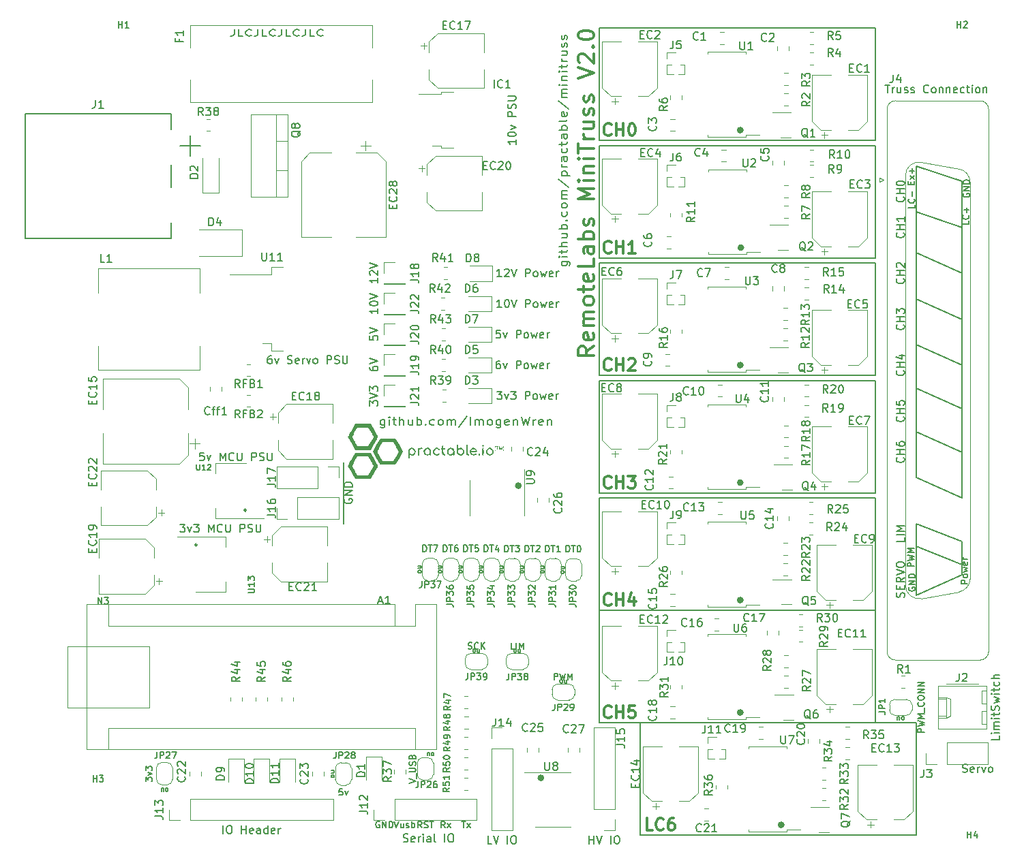
<source format=gbr>
%TF.GenerationSoftware,KiCad,Pcbnew,(6.0.0)*%
%TF.CreationDate,2022-09-29T10:08:53+01:00*%
%TF.ProjectId,truss_PCB,74727573-735f-4504-9342-2e6b69636164,rev?*%
%TF.SameCoordinates,Original*%
%TF.FileFunction,Legend,Top*%
%TF.FilePolarity,Positive*%
%FSLAX46Y46*%
G04 Gerber Fmt 4.6, Leading zero omitted, Abs format (unit mm)*
G04 Created by KiCad (PCBNEW (6.0.0)) date 2022-09-29 10:08:53*
%MOMM*%
%LPD*%
G01*
G04 APERTURE LIST*
%ADD10C,0.150000*%
%ADD11C,0.200000*%
%ADD12C,0.300000*%
%ADD13C,0.350000*%
%ADD14C,0.120000*%
%ADD15C,0.419210*%
%ADD16C,0.100000*%
%ADD17C,0.239605*%
%ADD18C,0.127000*%
G04 APERTURE END LIST*
D10*
X134620000Y-93980000D02*
X134620000Y-101600000D01*
D11*
X121053095Y-40201904D02*
X121053095Y-40773333D01*
X120998333Y-40887619D01*
X120888809Y-40963809D01*
X120724523Y-41001904D01*
X120615000Y-41001904D01*
X122148333Y-41001904D02*
X121600714Y-41001904D01*
X121600714Y-40201904D01*
X123188809Y-40925714D02*
X123134047Y-40963809D01*
X122969761Y-41001904D01*
X122860238Y-41001904D01*
X122695952Y-40963809D01*
X122586428Y-40887619D01*
X122531666Y-40811428D01*
X122476904Y-40659047D01*
X122476904Y-40544761D01*
X122531666Y-40392380D01*
X122586428Y-40316190D01*
X122695952Y-40240000D01*
X122860238Y-40201904D01*
X122969761Y-40201904D01*
X123134047Y-40240000D01*
X123188809Y-40278095D01*
X124010238Y-40201904D02*
X124010238Y-40773333D01*
X123955476Y-40887619D01*
X123845952Y-40963809D01*
X123681666Y-41001904D01*
X123572142Y-41001904D01*
X125105476Y-41001904D02*
X124557857Y-41001904D01*
X124557857Y-40201904D01*
X126145952Y-40925714D02*
X126091190Y-40963809D01*
X125926904Y-41001904D01*
X125817380Y-41001904D01*
X125653095Y-40963809D01*
X125543571Y-40887619D01*
X125488809Y-40811428D01*
X125434047Y-40659047D01*
X125434047Y-40544761D01*
X125488809Y-40392380D01*
X125543571Y-40316190D01*
X125653095Y-40240000D01*
X125817380Y-40201904D01*
X125926904Y-40201904D01*
X126091190Y-40240000D01*
X126145952Y-40278095D01*
X126967380Y-40201904D02*
X126967380Y-40773333D01*
X126912619Y-40887619D01*
X126803095Y-40963809D01*
X126638809Y-41001904D01*
X126529285Y-41001904D01*
X128062619Y-41001904D02*
X127515000Y-41001904D01*
X127515000Y-40201904D01*
X129103095Y-40925714D02*
X129048333Y-40963809D01*
X128884047Y-41001904D01*
X128774523Y-41001904D01*
X128610238Y-40963809D01*
X128500714Y-40887619D01*
X128445952Y-40811428D01*
X128391190Y-40659047D01*
X128391190Y-40544761D01*
X128445952Y-40392380D01*
X128500714Y-40316190D01*
X128610238Y-40240000D01*
X128774523Y-40201904D01*
X128884047Y-40201904D01*
X129048333Y-40240000D01*
X129103095Y-40278095D01*
X129924523Y-40201904D02*
X129924523Y-40773333D01*
X129869761Y-40887619D01*
X129760238Y-40963809D01*
X129595952Y-41001904D01*
X129486428Y-41001904D01*
X131019761Y-41001904D02*
X130472142Y-41001904D01*
X130472142Y-40201904D01*
X132060238Y-40925714D02*
X132005476Y-40963809D01*
X131841190Y-41001904D01*
X131731666Y-41001904D01*
X131567380Y-40963809D01*
X131457857Y-40887619D01*
X131403095Y-40811428D01*
X131348333Y-40659047D01*
X131348333Y-40544761D01*
X131403095Y-40392380D01*
X131457857Y-40316190D01*
X131567380Y-40240000D01*
X131731666Y-40201904D01*
X131841190Y-40201904D01*
X132005476Y-40240000D01*
X132060238Y-40278095D01*
D10*
X211455000Y-87312500D02*
X205740000Y-84772500D01*
X166370000Y-54610000D02*
X200660000Y-54610000D01*
X200660000Y-54610000D02*
X200660000Y-68580000D01*
X200660000Y-68580000D02*
X166370000Y-68580000D01*
X166370000Y-68580000D02*
X166370000Y-54610000D01*
X166370000Y-40005000D02*
X200660000Y-40005000D01*
X200660000Y-40005000D02*
X200660000Y-53975000D01*
X200660000Y-53975000D02*
X166370000Y-53975000D01*
X166370000Y-53975000D02*
X166370000Y-40005000D01*
X211455000Y-87312500D02*
X205740000Y-84772500D01*
X205740000Y-90487500D02*
X205740000Y-84772500D01*
X166370000Y-112395000D02*
X200660000Y-112395000D01*
X200660000Y-112395000D02*
X200660000Y-126365000D01*
X200660000Y-126365000D02*
X166370000Y-126365000D01*
X166370000Y-126365000D02*
X166370000Y-112395000D01*
X211455000Y-87312500D02*
X211455000Y-93027500D01*
X205740000Y-62865000D02*
X211455000Y-64770000D01*
X205740000Y-79375000D02*
X205740000Y-73660000D01*
X211455000Y-106680000D02*
X205740000Y-104457500D01*
X211455000Y-81915000D02*
X205740000Y-79375000D01*
X211455000Y-76200000D02*
X205740000Y-73660000D01*
X211455000Y-92710000D02*
X205740000Y-90170000D01*
X211455000Y-70485000D02*
X205740000Y-67945000D01*
X211455000Y-107950000D02*
X205740000Y-110490000D01*
X211455000Y-98425000D02*
X205740000Y-95885000D01*
X211455000Y-103822500D02*
X205740000Y-101600000D01*
X211455000Y-81915000D02*
X205740000Y-79375000D01*
X166370000Y-83820000D02*
X200660000Y-83820000D01*
X200660000Y-83820000D02*
X200660000Y-97790000D01*
X200660000Y-97790000D02*
X166370000Y-97790000D01*
X166370000Y-97790000D02*
X166370000Y-83820000D01*
X211455000Y-59055000D02*
X211455000Y-64770000D01*
X205740000Y-73660000D02*
X205740000Y-67945000D01*
X211455000Y-64770000D02*
X211455000Y-70485000D01*
X211455000Y-76200000D02*
X205740000Y-73660000D01*
X211455000Y-64770000D02*
X205740000Y-62865000D01*
X166370000Y-98425000D02*
X200660000Y-98425000D01*
X200660000Y-98425000D02*
X200660000Y-112395000D01*
X200660000Y-112395000D02*
X166370000Y-112395000D01*
X166370000Y-112395000D02*
X166370000Y-98425000D01*
X211455000Y-81915000D02*
X211455000Y-87630000D01*
X171450000Y-126365000D02*
X205740000Y-126365000D01*
X205740000Y-126365000D02*
X205740000Y-140335000D01*
X205740000Y-140335000D02*
X171450000Y-140335000D01*
X171450000Y-140335000D02*
X171450000Y-126365000D01*
X205740000Y-67945000D02*
X205740000Y-62865000D01*
X205740000Y-57150000D02*
X211455000Y-59055000D01*
X211455000Y-92710000D02*
X211455000Y-98425000D01*
X211455000Y-103822500D02*
X211455000Y-107950000D01*
X205740000Y-85090000D02*
X205740000Y-79375000D01*
X211455000Y-70485000D02*
X205740000Y-67945000D01*
X205740000Y-101600000D02*
X205740000Y-110490000D01*
X205740000Y-95885000D02*
X205740000Y-90170000D01*
X211455000Y-70485000D02*
X211455000Y-76200000D01*
X211455000Y-92710000D02*
X205740000Y-90170000D01*
X205740000Y-62865000D02*
X205740000Y-57150000D01*
X211455000Y-76200000D02*
X211455000Y-81915000D01*
X166370000Y-69215000D02*
X200660000Y-69215000D01*
X200660000Y-69215000D02*
X200660000Y-83185000D01*
X200660000Y-83185000D02*
X166370000Y-83185000D01*
X166370000Y-83185000D02*
X166370000Y-69215000D01*
D12*
X167874285Y-125630714D02*
X167802857Y-125702142D01*
X167588571Y-125773571D01*
X167445714Y-125773571D01*
X167231428Y-125702142D01*
X167088571Y-125559285D01*
X167017142Y-125416428D01*
X166945714Y-125130714D01*
X166945714Y-124916428D01*
X167017142Y-124630714D01*
X167088571Y-124487857D01*
X167231428Y-124345000D01*
X167445714Y-124273571D01*
X167588571Y-124273571D01*
X167802857Y-124345000D01*
X167874285Y-124416428D01*
X168517142Y-125773571D02*
X168517142Y-124273571D01*
X168517142Y-124987857D02*
X169374285Y-124987857D01*
X169374285Y-125773571D02*
X169374285Y-124273571D01*
X170802857Y-124273571D02*
X170088571Y-124273571D01*
X170017142Y-124987857D01*
X170088571Y-124916428D01*
X170231428Y-124845000D01*
X170588571Y-124845000D01*
X170731428Y-124916428D01*
X170802857Y-124987857D01*
X170874285Y-125130714D01*
X170874285Y-125487857D01*
X170802857Y-125630714D01*
X170731428Y-125702142D01*
X170588571Y-125773571D01*
X170231428Y-125773571D01*
X170088571Y-125702142D01*
X170017142Y-125630714D01*
D10*
X212134884Y-109088912D02*
X211334884Y-109088912D01*
X211334884Y-108784150D01*
X211372980Y-108707960D01*
X211411075Y-108669864D01*
X211487265Y-108631769D01*
X211601551Y-108631769D01*
X211677741Y-108669864D01*
X211715837Y-108707960D01*
X211753932Y-108784150D01*
X211753932Y-109088912D01*
X212134884Y-108174626D02*
X212096789Y-108250817D01*
X212058694Y-108288912D01*
X211982503Y-108327007D01*
X211753932Y-108327007D01*
X211677741Y-108288912D01*
X211639646Y-108250817D01*
X211601551Y-108174626D01*
X211601551Y-108060340D01*
X211639646Y-107984150D01*
X211677741Y-107946055D01*
X211753932Y-107907960D01*
X211982503Y-107907960D01*
X212058694Y-107946055D01*
X212096789Y-107984150D01*
X212134884Y-108060340D01*
X212134884Y-108174626D01*
X211601551Y-107641293D02*
X212134884Y-107488912D01*
X211753932Y-107336531D01*
X212134884Y-107184150D01*
X211601551Y-107031769D01*
X212096789Y-106422245D02*
X212134884Y-106498436D01*
X212134884Y-106650817D01*
X212096789Y-106727007D01*
X212020599Y-106765102D01*
X211715837Y-106765102D01*
X211639646Y-106727007D01*
X211601551Y-106650817D01*
X211601551Y-106498436D01*
X211639646Y-106422245D01*
X211715837Y-106384150D01*
X211792027Y-106384150D01*
X211868218Y-106765102D01*
X212134884Y-106041293D02*
X211601551Y-106041293D01*
X211753932Y-106041293D02*
X211677741Y-106003198D01*
X211639646Y-105965102D01*
X211601551Y-105888912D01*
X211601551Y-105812721D01*
X140925714Y-138626904D02*
X141192380Y-139426904D01*
X141459047Y-138626904D01*
X142068571Y-138893571D02*
X142068571Y-139426904D01*
X141725714Y-138893571D02*
X141725714Y-139312619D01*
X141763809Y-139388809D01*
X141840000Y-139426904D01*
X141954285Y-139426904D01*
X142030476Y-139388809D01*
X142068571Y-139350714D01*
X142411428Y-139388809D02*
X142487619Y-139426904D01*
X142640000Y-139426904D01*
X142716190Y-139388809D01*
X142754285Y-139312619D01*
X142754285Y-139274523D01*
X142716190Y-139198333D01*
X142640000Y-139160238D01*
X142525714Y-139160238D01*
X142449523Y-139122142D01*
X142411428Y-139045952D01*
X142411428Y-139007857D01*
X142449523Y-138931666D01*
X142525714Y-138893571D01*
X142640000Y-138893571D01*
X142716190Y-138931666D01*
X143097142Y-139426904D02*
X143097142Y-138626904D01*
X143097142Y-138931666D02*
X143173333Y-138893571D01*
X143325714Y-138893571D01*
X143401904Y-138931666D01*
X143440000Y-138969761D01*
X143478095Y-139045952D01*
X143478095Y-139274523D01*
X143440000Y-139350714D01*
X143401904Y-139388809D01*
X143325714Y-139426904D01*
X143173333Y-139426904D01*
X143097142Y-139388809D01*
X204192142Y-76890476D02*
X204239761Y-76938095D01*
X204287380Y-77080952D01*
X204287380Y-77176190D01*
X204239761Y-77319047D01*
X204144523Y-77414285D01*
X204049285Y-77461904D01*
X203858809Y-77509523D01*
X203715952Y-77509523D01*
X203525476Y-77461904D01*
X203430238Y-77414285D01*
X203335000Y-77319047D01*
X203287380Y-77176190D01*
X203287380Y-77080952D01*
X203335000Y-76938095D01*
X203382619Y-76890476D01*
X204287380Y-76461904D02*
X203287380Y-76461904D01*
X203763571Y-76461904D02*
X203763571Y-75890476D01*
X204287380Y-75890476D02*
X203287380Y-75890476D01*
X203287380Y-75509523D02*
X203287380Y-74890476D01*
X203668333Y-75223809D01*
X203668333Y-75080952D01*
X203715952Y-74985714D01*
X203763571Y-74938095D01*
X203858809Y-74890476D01*
X204096904Y-74890476D01*
X204192142Y-74938095D01*
X204239761Y-74985714D01*
X204287380Y-75080952D01*
X204287380Y-75366666D01*
X204239761Y-75461904D01*
X204192142Y-75509523D01*
X161710714Y-69016428D02*
X162520238Y-69016428D01*
X162615476Y-69073571D01*
X162663095Y-69130714D01*
X162710714Y-69245000D01*
X162710714Y-69416428D01*
X162663095Y-69530714D01*
X162329761Y-69016428D02*
X162377380Y-69130714D01*
X162377380Y-69359285D01*
X162329761Y-69473571D01*
X162282142Y-69530714D01*
X162186904Y-69587857D01*
X161901190Y-69587857D01*
X161805952Y-69530714D01*
X161758333Y-69473571D01*
X161710714Y-69359285D01*
X161710714Y-69130714D01*
X161758333Y-69016428D01*
X162377380Y-68445000D02*
X161710714Y-68445000D01*
X161377380Y-68445000D02*
X161425000Y-68502142D01*
X161472619Y-68445000D01*
X161425000Y-68387857D01*
X161377380Y-68445000D01*
X161472619Y-68445000D01*
X161710714Y-68045000D02*
X161710714Y-67587857D01*
X161377380Y-67873571D02*
X162234523Y-67873571D01*
X162329761Y-67816428D01*
X162377380Y-67702142D01*
X162377380Y-67587857D01*
X162377380Y-67187857D02*
X161377380Y-67187857D01*
X162377380Y-66673571D02*
X161853571Y-66673571D01*
X161758333Y-66730714D01*
X161710714Y-66845000D01*
X161710714Y-67016428D01*
X161758333Y-67130714D01*
X161805952Y-67187857D01*
X161710714Y-65587857D02*
X162377380Y-65587857D01*
X161710714Y-66102142D02*
X162234523Y-66102142D01*
X162329761Y-66045000D01*
X162377380Y-65930714D01*
X162377380Y-65759285D01*
X162329761Y-65645000D01*
X162282142Y-65587857D01*
X162377380Y-65016428D02*
X161377380Y-65016428D01*
X161758333Y-65016428D02*
X161710714Y-64902142D01*
X161710714Y-64673571D01*
X161758333Y-64559285D01*
X161805952Y-64502142D01*
X161901190Y-64445000D01*
X162186904Y-64445000D01*
X162282142Y-64502142D01*
X162329761Y-64559285D01*
X162377380Y-64673571D01*
X162377380Y-64902142D01*
X162329761Y-65016428D01*
X162282142Y-63930714D02*
X162329761Y-63873571D01*
X162377380Y-63930714D01*
X162329761Y-63987857D01*
X162282142Y-63930714D01*
X162377380Y-63930714D01*
X162329761Y-62845000D02*
X162377380Y-62959285D01*
X162377380Y-63187857D01*
X162329761Y-63302142D01*
X162282142Y-63359285D01*
X162186904Y-63416428D01*
X161901190Y-63416428D01*
X161805952Y-63359285D01*
X161758333Y-63302142D01*
X161710714Y-63187857D01*
X161710714Y-62959285D01*
X161758333Y-62845000D01*
X162377380Y-62159285D02*
X162329761Y-62273571D01*
X162282142Y-62330714D01*
X162186904Y-62387857D01*
X161901190Y-62387857D01*
X161805952Y-62330714D01*
X161758333Y-62273571D01*
X161710714Y-62159285D01*
X161710714Y-61987857D01*
X161758333Y-61873571D01*
X161805952Y-61816428D01*
X161901190Y-61759285D01*
X162186904Y-61759285D01*
X162282142Y-61816428D01*
X162329761Y-61873571D01*
X162377380Y-61987857D01*
X162377380Y-62159285D01*
X162377380Y-61245000D02*
X161710714Y-61245000D01*
X161805952Y-61245000D02*
X161758333Y-61187857D01*
X161710714Y-61073571D01*
X161710714Y-60902142D01*
X161758333Y-60787857D01*
X161853571Y-60730714D01*
X162377380Y-60730714D01*
X161853571Y-60730714D02*
X161758333Y-60673571D01*
X161710714Y-60559285D01*
X161710714Y-60387857D01*
X161758333Y-60273571D01*
X161853571Y-60216428D01*
X162377380Y-60216428D01*
X161329761Y-58787857D02*
X162615476Y-59816428D01*
X161710714Y-58387857D02*
X162710714Y-58387857D01*
X161758333Y-58387857D02*
X161710714Y-58273571D01*
X161710714Y-58045000D01*
X161758333Y-57930714D01*
X161805952Y-57873571D01*
X161901190Y-57816428D01*
X162186904Y-57816428D01*
X162282142Y-57873571D01*
X162329761Y-57930714D01*
X162377380Y-58045000D01*
X162377380Y-58273571D01*
X162329761Y-58387857D01*
X162377380Y-57302142D02*
X161710714Y-57302142D01*
X161901190Y-57302142D02*
X161805952Y-57245000D01*
X161758333Y-57187857D01*
X161710714Y-57073571D01*
X161710714Y-56959285D01*
X162377380Y-56045000D02*
X161853571Y-56045000D01*
X161758333Y-56102142D01*
X161710714Y-56216428D01*
X161710714Y-56445000D01*
X161758333Y-56559285D01*
X162329761Y-56045000D02*
X162377380Y-56159285D01*
X162377380Y-56445000D01*
X162329761Y-56559285D01*
X162234523Y-56616428D01*
X162139285Y-56616428D01*
X162044047Y-56559285D01*
X161996428Y-56445000D01*
X161996428Y-56159285D01*
X161948809Y-56045000D01*
X162329761Y-54959285D02*
X162377380Y-55073571D01*
X162377380Y-55302142D01*
X162329761Y-55416428D01*
X162282142Y-55473571D01*
X162186904Y-55530714D01*
X161901190Y-55530714D01*
X161805952Y-55473571D01*
X161758333Y-55416428D01*
X161710714Y-55302142D01*
X161710714Y-55073571D01*
X161758333Y-54959285D01*
X161710714Y-54616428D02*
X161710714Y-54159285D01*
X161377380Y-54445000D02*
X162234523Y-54445000D01*
X162329761Y-54387857D01*
X162377380Y-54273571D01*
X162377380Y-54159285D01*
X162377380Y-53245000D02*
X161853571Y-53245000D01*
X161758333Y-53302142D01*
X161710714Y-53416428D01*
X161710714Y-53645000D01*
X161758333Y-53759285D01*
X162329761Y-53245000D02*
X162377380Y-53359285D01*
X162377380Y-53645000D01*
X162329761Y-53759285D01*
X162234523Y-53816428D01*
X162139285Y-53816428D01*
X162044047Y-53759285D01*
X161996428Y-53645000D01*
X161996428Y-53359285D01*
X161948809Y-53245000D01*
X162377380Y-52673571D02*
X161377380Y-52673571D01*
X161758333Y-52673571D02*
X161710714Y-52559285D01*
X161710714Y-52330714D01*
X161758333Y-52216428D01*
X161805952Y-52159285D01*
X161901190Y-52102142D01*
X162186904Y-52102142D01*
X162282142Y-52159285D01*
X162329761Y-52216428D01*
X162377380Y-52330714D01*
X162377380Y-52559285D01*
X162329761Y-52673571D01*
X162377380Y-51416428D02*
X162329761Y-51530714D01*
X162234523Y-51587857D01*
X161377380Y-51587857D01*
X162329761Y-50502142D02*
X162377380Y-50616428D01*
X162377380Y-50845000D01*
X162329761Y-50959285D01*
X162234523Y-51016428D01*
X161853571Y-51016428D01*
X161758333Y-50959285D01*
X161710714Y-50845000D01*
X161710714Y-50616428D01*
X161758333Y-50502142D01*
X161853571Y-50445000D01*
X161948809Y-50445000D01*
X162044047Y-51016428D01*
X161329761Y-49073571D02*
X162615476Y-50102142D01*
X162377380Y-48673571D02*
X161710714Y-48673571D01*
X161805952Y-48673571D02*
X161758333Y-48616428D01*
X161710714Y-48502142D01*
X161710714Y-48330714D01*
X161758333Y-48216428D01*
X161853571Y-48159285D01*
X162377380Y-48159285D01*
X161853571Y-48159285D02*
X161758333Y-48102142D01*
X161710714Y-47987857D01*
X161710714Y-47816428D01*
X161758333Y-47702142D01*
X161853571Y-47645000D01*
X162377380Y-47645000D01*
X162377380Y-47073571D02*
X161710714Y-47073571D01*
X161377380Y-47073571D02*
X161425000Y-47130714D01*
X161472619Y-47073571D01*
X161425000Y-47016428D01*
X161377380Y-47073571D01*
X161472619Y-47073571D01*
X161710714Y-46502142D02*
X162377380Y-46502142D01*
X161805952Y-46502142D02*
X161758333Y-46445000D01*
X161710714Y-46330714D01*
X161710714Y-46159285D01*
X161758333Y-46045000D01*
X161853571Y-45987857D01*
X162377380Y-45987857D01*
X162377380Y-45416428D02*
X161710714Y-45416428D01*
X161377380Y-45416428D02*
X161425000Y-45473571D01*
X161472619Y-45416428D01*
X161425000Y-45359285D01*
X161377380Y-45416428D01*
X161472619Y-45416428D01*
X161710714Y-45016428D02*
X161710714Y-44559285D01*
X161377380Y-44845000D02*
X162234523Y-44845000D01*
X162329761Y-44787857D01*
X162377380Y-44673571D01*
X162377380Y-44559285D01*
X162377380Y-44159285D02*
X161710714Y-44159285D01*
X161901190Y-44159285D02*
X161805952Y-44102142D01*
X161758333Y-44045000D01*
X161710714Y-43930714D01*
X161710714Y-43816428D01*
X161710714Y-42902142D02*
X162377380Y-42902142D01*
X161710714Y-43416428D02*
X162234523Y-43416428D01*
X162329761Y-43359285D01*
X162377380Y-43245000D01*
X162377380Y-43073571D01*
X162329761Y-42959285D01*
X162282142Y-42902142D01*
X162329761Y-42387857D02*
X162377380Y-42273571D01*
X162377380Y-42045000D01*
X162329761Y-41930714D01*
X162234523Y-41873571D01*
X162186904Y-41873571D01*
X162091666Y-41930714D01*
X162044047Y-42045000D01*
X162044047Y-42216428D01*
X161996428Y-42330714D01*
X161901190Y-42387857D01*
X161853571Y-42387857D01*
X161758333Y-42330714D01*
X161710714Y-42216428D01*
X161710714Y-42045000D01*
X161758333Y-41930714D01*
X162329761Y-41416428D02*
X162377380Y-41302142D01*
X162377380Y-41073571D01*
X162329761Y-40959285D01*
X162234523Y-40902142D01*
X162186904Y-40902142D01*
X162091666Y-40959285D01*
X162044047Y-41073571D01*
X162044047Y-41245000D01*
X161996428Y-41359285D01*
X161901190Y-41416428D01*
X161853571Y-41416428D01*
X161758333Y-41359285D01*
X161710714Y-41245000D01*
X161710714Y-41073571D01*
X161758333Y-40959285D01*
D12*
X167874285Y-53240714D02*
X167802857Y-53312142D01*
X167588571Y-53383571D01*
X167445714Y-53383571D01*
X167231428Y-53312142D01*
X167088571Y-53169285D01*
X167017142Y-53026428D01*
X166945714Y-52740714D01*
X166945714Y-52526428D01*
X167017142Y-52240714D01*
X167088571Y-52097857D01*
X167231428Y-51955000D01*
X167445714Y-51883571D01*
X167588571Y-51883571D01*
X167802857Y-51955000D01*
X167874285Y-52026428D01*
X168517142Y-53383571D02*
X168517142Y-51883571D01*
X168517142Y-52597857D02*
X169374285Y-52597857D01*
X169374285Y-53383571D02*
X169374285Y-51883571D01*
X170374285Y-51883571D02*
X170517142Y-51883571D01*
X170660000Y-51955000D01*
X170731428Y-52026428D01*
X170802857Y-52169285D01*
X170874285Y-52455000D01*
X170874285Y-52812142D01*
X170802857Y-53097857D01*
X170731428Y-53240714D01*
X170660000Y-53312142D01*
X170517142Y-53383571D01*
X170374285Y-53383571D01*
X170231428Y-53312142D01*
X170160000Y-53240714D01*
X170088571Y-53097857D01*
X170017142Y-52812142D01*
X170017142Y-52455000D01*
X170088571Y-52169285D01*
X170160000Y-52026428D01*
X170231428Y-51955000D01*
X170374285Y-51883571D01*
D10*
X204192142Y-71175476D02*
X204239761Y-71223095D01*
X204287380Y-71365952D01*
X204287380Y-71461190D01*
X204239761Y-71604047D01*
X204144523Y-71699285D01*
X204049285Y-71746904D01*
X203858809Y-71794523D01*
X203715952Y-71794523D01*
X203525476Y-71746904D01*
X203430238Y-71699285D01*
X203335000Y-71604047D01*
X203287380Y-71461190D01*
X203287380Y-71365952D01*
X203335000Y-71223095D01*
X203382619Y-71175476D01*
X204287380Y-70746904D02*
X203287380Y-70746904D01*
X203763571Y-70746904D02*
X203763571Y-70175476D01*
X204287380Y-70175476D02*
X203287380Y-70175476D01*
X203382619Y-69746904D02*
X203335000Y-69699285D01*
X203287380Y-69604047D01*
X203287380Y-69365952D01*
X203335000Y-69270714D01*
X203382619Y-69223095D01*
X203477857Y-69175476D01*
X203573095Y-69175476D01*
X203715952Y-69223095D01*
X204287380Y-69794523D01*
X204287380Y-69175476D01*
X114332380Y-101687380D02*
X114951428Y-101687380D01*
X114618095Y-102068333D01*
X114760952Y-102068333D01*
X114856190Y-102115952D01*
X114903809Y-102163571D01*
X114951428Y-102258809D01*
X114951428Y-102496904D01*
X114903809Y-102592142D01*
X114856190Y-102639761D01*
X114760952Y-102687380D01*
X114475238Y-102687380D01*
X114380000Y-102639761D01*
X114332380Y-102592142D01*
X115284761Y-102020714D02*
X115522857Y-102687380D01*
X115760952Y-102020714D01*
X116046666Y-101687380D02*
X116665714Y-101687380D01*
X116332380Y-102068333D01*
X116475238Y-102068333D01*
X116570476Y-102115952D01*
X116618095Y-102163571D01*
X116665714Y-102258809D01*
X116665714Y-102496904D01*
X116618095Y-102592142D01*
X116570476Y-102639761D01*
X116475238Y-102687380D01*
X116189523Y-102687380D01*
X116094285Y-102639761D01*
X116046666Y-102592142D01*
X117856190Y-102687380D02*
X117856190Y-101687380D01*
X118189523Y-102401666D01*
X118522857Y-101687380D01*
X118522857Y-102687380D01*
X119570476Y-102592142D02*
X119522857Y-102639761D01*
X119380000Y-102687380D01*
X119284761Y-102687380D01*
X119141904Y-102639761D01*
X119046666Y-102544523D01*
X118999047Y-102449285D01*
X118951428Y-102258809D01*
X118951428Y-102115952D01*
X118999047Y-101925476D01*
X119046666Y-101830238D01*
X119141904Y-101735000D01*
X119284761Y-101687380D01*
X119380000Y-101687380D01*
X119522857Y-101735000D01*
X119570476Y-101782619D01*
X119999047Y-101687380D02*
X119999047Y-102496904D01*
X120046666Y-102592142D01*
X120094285Y-102639761D01*
X120189523Y-102687380D01*
X120380000Y-102687380D01*
X120475238Y-102639761D01*
X120522857Y-102592142D01*
X120570476Y-102496904D01*
X120570476Y-101687380D01*
X121808571Y-102687380D02*
X121808571Y-101687380D01*
X122189523Y-101687380D01*
X122284761Y-101735000D01*
X122332380Y-101782619D01*
X122380000Y-101877857D01*
X122380000Y-102020714D01*
X122332380Y-102115952D01*
X122284761Y-102163571D01*
X122189523Y-102211190D01*
X121808571Y-102211190D01*
X122760952Y-102639761D02*
X122903809Y-102687380D01*
X123141904Y-102687380D01*
X123237142Y-102639761D01*
X123284761Y-102592142D01*
X123332380Y-102496904D01*
X123332380Y-102401666D01*
X123284761Y-102306428D01*
X123237142Y-102258809D01*
X123141904Y-102211190D01*
X122951428Y-102163571D01*
X122856190Y-102115952D01*
X122808571Y-102068333D01*
X122760952Y-101973095D01*
X122760952Y-101877857D01*
X122808571Y-101782619D01*
X122856190Y-101735000D01*
X122951428Y-101687380D01*
X123189523Y-101687380D01*
X123332380Y-101735000D01*
X123760952Y-101687380D02*
X123760952Y-102496904D01*
X123808571Y-102592142D01*
X123856190Y-102639761D01*
X123951428Y-102687380D01*
X124141904Y-102687380D01*
X124237142Y-102639761D01*
X124284761Y-102592142D01*
X124332380Y-102496904D01*
X124332380Y-101687380D01*
X144341904Y-139426904D02*
X144075238Y-139045952D01*
X143884761Y-139426904D02*
X143884761Y-138626904D01*
X144189523Y-138626904D01*
X144265714Y-138665000D01*
X144303809Y-138703095D01*
X144341904Y-138779285D01*
X144341904Y-138893571D01*
X144303809Y-138969761D01*
X144265714Y-139007857D01*
X144189523Y-139045952D01*
X143884761Y-139045952D01*
X144646666Y-139388809D02*
X144760952Y-139426904D01*
X144951428Y-139426904D01*
X145027619Y-139388809D01*
X145065714Y-139350714D01*
X145103809Y-139274523D01*
X145103809Y-139198333D01*
X145065714Y-139122142D01*
X145027619Y-139084047D01*
X144951428Y-139045952D01*
X144799047Y-139007857D01*
X144722857Y-138969761D01*
X144684761Y-138931666D01*
X144646666Y-138855476D01*
X144646666Y-138779285D01*
X144684761Y-138703095D01*
X144722857Y-138665000D01*
X144799047Y-138626904D01*
X144989523Y-138626904D01*
X145103809Y-138665000D01*
X145332380Y-138626904D02*
X145789523Y-138626904D01*
X145560952Y-139426904D02*
X145560952Y-138626904D01*
D12*
X167874285Y-82450714D02*
X167802857Y-82522142D01*
X167588571Y-82593571D01*
X167445714Y-82593571D01*
X167231428Y-82522142D01*
X167088571Y-82379285D01*
X167017142Y-82236428D01*
X166945714Y-81950714D01*
X166945714Y-81736428D01*
X167017142Y-81450714D01*
X167088571Y-81307857D01*
X167231428Y-81165000D01*
X167445714Y-81093571D01*
X167588571Y-81093571D01*
X167802857Y-81165000D01*
X167874285Y-81236428D01*
X168517142Y-82593571D02*
X168517142Y-81093571D01*
X168517142Y-81807857D02*
X169374285Y-81807857D01*
X169374285Y-82593571D02*
X169374285Y-81093571D01*
X170017142Y-81236428D02*
X170088571Y-81165000D01*
X170231428Y-81093571D01*
X170588571Y-81093571D01*
X170731428Y-81165000D01*
X170802857Y-81236428D01*
X170874285Y-81379285D01*
X170874285Y-81522142D01*
X170802857Y-81736428D01*
X169945714Y-82593571D01*
X170874285Y-82593571D01*
D10*
X205572657Y-62000361D02*
X205572657Y-62381313D01*
X204772657Y-62381313D01*
X205496467Y-61276551D02*
X205534562Y-61314646D01*
X205572657Y-61428932D01*
X205572657Y-61505122D01*
X205534562Y-61619408D01*
X205458372Y-61695599D01*
X205382181Y-61733694D01*
X205229800Y-61771789D01*
X205115514Y-61771789D01*
X204963133Y-61733694D01*
X204886943Y-61695599D01*
X204810753Y-61619408D01*
X204772657Y-61505122D01*
X204772657Y-61428932D01*
X204810753Y-61314646D01*
X204848848Y-61276551D01*
X205267895Y-60933694D02*
X205267895Y-60324170D01*
X204837011Y-109548419D02*
X204798915Y-109624610D01*
X204798915Y-109738896D01*
X204837011Y-109853181D01*
X204913201Y-109929372D01*
X204989391Y-109967467D01*
X205141772Y-110005562D01*
X205256058Y-110005562D01*
X205408439Y-109967467D01*
X205484630Y-109929372D01*
X205560820Y-109853181D01*
X205598915Y-109738896D01*
X205598915Y-109662705D01*
X205560820Y-109548419D01*
X205522725Y-109510324D01*
X205256058Y-109510324D01*
X205256058Y-109662705D01*
X205598915Y-109167467D02*
X204798915Y-109167467D01*
X205598915Y-108710324D01*
X204798915Y-108710324D01*
X205598915Y-108329372D02*
X204798915Y-108329372D01*
X204798915Y-108138896D01*
X204837011Y-108024610D01*
X204913201Y-107948419D01*
X204989391Y-107910324D01*
X205141772Y-107872229D01*
X205256058Y-107872229D01*
X205408439Y-107910324D01*
X205484630Y-107948419D01*
X205560820Y-108024610D01*
X205598915Y-108138896D01*
X205598915Y-108329372D01*
X204192142Y-65460476D02*
X204239761Y-65508095D01*
X204287380Y-65650952D01*
X204287380Y-65746190D01*
X204239761Y-65889047D01*
X204144523Y-65984285D01*
X204049285Y-66031904D01*
X203858809Y-66079523D01*
X203715952Y-66079523D01*
X203525476Y-66031904D01*
X203430238Y-65984285D01*
X203335000Y-65889047D01*
X203287380Y-65746190D01*
X203287380Y-65650952D01*
X203335000Y-65508095D01*
X203382619Y-65460476D01*
X204287380Y-65031904D02*
X203287380Y-65031904D01*
X203763571Y-65031904D02*
X203763571Y-64460476D01*
X204287380Y-64460476D02*
X203287380Y-64460476D01*
X204287380Y-63460476D02*
X204287380Y-64031904D01*
X204287380Y-63746190D02*
X203287380Y-63746190D01*
X203430238Y-63841428D01*
X203525476Y-63936666D01*
X203573095Y-64031904D01*
D13*
X165750761Y-79579000D02*
X164798380Y-80245666D01*
X165750761Y-80721857D02*
X163750761Y-80721857D01*
X163750761Y-79959952D01*
X163846000Y-79769476D01*
X163941238Y-79674238D01*
X164131714Y-79579000D01*
X164417428Y-79579000D01*
X164607904Y-79674238D01*
X164703142Y-79769476D01*
X164798380Y-79959952D01*
X164798380Y-80721857D01*
X165655523Y-77959952D02*
X165750761Y-78150428D01*
X165750761Y-78531380D01*
X165655523Y-78721857D01*
X165465047Y-78817095D01*
X164703142Y-78817095D01*
X164512666Y-78721857D01*
X164417428Y-78531380D01*
X164417428Y-78150428D01*
X164512666Y-77959952D01*
X164703142Y-77864714D01*
X164893619Y-77864714D01*
X165084095Y-78817095D01*
X165750761Y-77007571D02*
X164417428Y-77007571D01*
X164607904Y-77007571D02*
X164512666Y-76912333D01*
X164417428Y-76721857D01*
X164417428Y-76436142D01*
X164512666Y-76245666D01*
X164703142Y-76150428D01*
X165750761Y-76150428D01*
X164703142Y-76150428D02*
X164512666Y-76055190D01*
X164417428Y-75864714D01*
X164417428Y-75579000D01*
X164512666Y-75388523D01*
X164703142Y-75293285D01*
X165750761Y-75293285D01*
X165750761Y-74055190D02*
X165655523Y-74245666D01*
X165560285Y-74340904D01*
X165369809Y-74436142D01*
X164798380Y-74436142D01*
X164607904Y-74340904D01*
X164512666Y-74245666D01*
X164417428Y-74055190D01*
X164417428Y-73769476D01*
X164512666Y-73579000D01*
X164607904Y-73483761D01*
X164798380Y-73388523D01*
X165369809Y-73388523D01*
X165560285Y-73483761D01*
X165655523Y-73579000D01*
X165750761Y-73769476D01*
X165750761Y-74055190D01*
X164417428Y-72817095D02*
X164417428Y-72055190D01*
X163750761Y-72531380D02*
X165465047Y-72531380D01*
X165655523Y-72436142D01*
X165750761Y-72245666D01*
X165750761Y-72055190D01*
X165655523Y-70626619D02*
X165750761Y-70817095D01*
X165750761Y-71198047D01*
X165655523Y-71388523D01*
X165465047Y-71483761D01*
X164703142Y-71483761D01*
X164512666Y-71388523D01*
X164417428Y-71198047D01*
X164417428Y-70817095D01*
X164512666Y-70626619D01*
X164703142Y-70531380D01*
X164893619Y-70531380D01*
X165084095Y-71483761D01*
X165750761Y-68721857D02*
X165750761Y-69674238D01*
X163750761Y-69674238D01*
X165750761Y-67198047D02*
X164703142Y-67198047D01*
X164512666Y-67293285D01*
X164417428Y-67483761D01*
X164417428Y-67864714D01*
X164512666Y-68055190D01*
X165655523Y-67198047D02*
X165750761Y-67388523D01*
X165750761Y-67864714D01*
X165655523Y-68055190D01*
X165465047Y-68150428D01*
X165274571Y-68150428D01*
X165084095Y-68055190D01*
X164988857Y-67864714D01*
X164988857Y-67388523D01*
X164893619Y-67198047D01*
X165750761Y-66245666D02*
X163750761Y-66245666D01*
X164512666Y-66245666D02*
X164417428Y-66055190D01*
X164417428Y-65674238D01*
X164512666Y-65483761D01*
X164607904Y-65388523D01*
X164798380Y-65293285D01*
X165369809Y-65293285D01*
X165560285Y-65388523D01*
X165655523Y-65483761D01*
X165750761Y-65674238D01*
X165750761Y-66055190D01*
X165655523Y-66245666D01*
X165655523Y-64531380D02*
X165750761Y-64340904D01*
X165750761Y-63959952D01*
X165655523Y-63769476D01*
X165465047Y-63674238D01*
X165369809Y-63674238D01*
X165179333Y-63769476D01*
X165084095Y-63959952D01*
X165084095Y-64245666D01*
X164988857Y-64436142D01*
X164798380Y-64531380D01*
X164703142Y-64531380D01*
X164512666Y-64436142D01*
X164417428Y-64245666D01*
X164417428Y-63959952D01*
X164512666Y-63769476D01*
X165750761Y-61293285D02*
X163750761Y-61293285D01*
X165179333Y-60626619D01*
X163750761Y-59959952D01*
X165750761Y-59959952D01*
X165750761Y-59007571D02*
X164417428Y-59007571D01*
X163750761Y-59007571D02*
X163846000Y-59102809D01*
X163941238Y-59007571D01*
X163846000Y-58912333D01*
X163750761Y-59007571D01*
X163941238Y-59007571D01*
X164417428Y-58055190D02*
X165750761Y-58055190D01*
X164607904Y-58055190D02*
X164512666Y-57959952D01*
X164417428Y-57769476D01*
X164417428Y-57483761D01*
X164512666Y-57293285D01*
X164703142Y-57198047D01*
X165750761Y-57198047D01*
X165750761Y-56245666D02*
X164417428Y-56245666D01*
X163750761Y-56245666D02*
X163846000Y-56340904D01*
X163941238Y-56245666D01*
X163846000Y-56150428D01*
X163750761Y-56245666D01*
X163941238Y-56245666D01*
X163750761Y-55579000D02*
X163750761Y-54436142D01*
X165750761Y-55007571D02*
X163750761Y-55007571D01*
X165750761Y-53769476D02*
X164417428Y-53769476D01*
X164798380Y-53769476D02*
X164607904Y-53674238D01*
X164512666Y-53579000D01*
X164417428Y-53388523D01*
X164417428Y-53198047D01*
X164417428Y-51674238D02*
X165750761Y-51674238D01*
X164417428Y-52531380D02*
X165465047Y-52531380D01*
X165655523Y-52436142D01*
X165750761Y-52245666D01*
X165750761Y-51959952D01*
X165655523Y-51769476D01*
X165560285Y-51674238D01*
X165655523Y-50817095D02*
X165750761Y-50626619D01*
X165750761Y-50245666D01*
X165655523Y-50055190D01*
X165465047Y-49959952D01*
X165369809Y-49959952D01*
X165179333Y-50055190D01*
X165084095Y-50245666D01*
X165084095Y-50531380D01*
X164988857Y-50721857D01*
X164798380Y-50817095D01*
X164703142Y-50817095D01*
X164512666Y-50721857D01*
X164417428Y-50531380D01*
X164417428Y-50245666D01*
X164512666Y-50055190D01*
X165655523Y-49198047D02*
X165750761Y-49007571D01*
X165750761Y-48626619D01*
X165655523Y-48436142D01*
X165465047Y-48340904D01*
X165369809Y-48340904D01*
X165179333Y-48436142D01*
X165084095Y-48626619D01*
X165084095Y-48912333D01*
X164988857Y-49102809D01*
X164798380Y-49198047D01*
X164703142Y-49198047D01*
X164512666Y-49102809D01*
X164417428Y-48912333D01*
X164417428Y-48626619D01*
X164512666Y-48436142D01*
X163750761Y-46245666D02*
X165750761Y-45579000D01*
X163750761Y-44912333D01*
X163941238Y-44340904D02*
X163846000Y-44245666D01*
X163750761Y-44055190D01*
X163750761Y-43579000D01*
X163846000Y-43388523D01*
X163941238Y-43293285D01*
X164131714Y-43198047D01*
X164322190Y-43198047D01*
X164607904Y-43293285D01*
X165750761Y-44436142D01*
X165750761Y-43198047D01*
X165560285Y-42340904D02*
X165655523Y-42245666D01*
X165750761Y-42340904D01*
X165655523Y-42436142D01*
X165560285Y-42340904D01*
X165750761Y-42340904D01*
X163750761Y-41007571D02*
X163750761Y-40817095D01*
X163846000Y-40626619D01*
X163941238Y-40531380D01*
X164131714Y-40436142D01*
X164512666Y-40340904D01*
X164988857Y-40340904D01*
X165369809Y-40436142D01*
X165560285Y-40531380D01*
X165655523Y-40626619D01*
X165750761Y-40817095D01*
X165750761Y-41007571D01*
X165655523Y-41198047D01*
X165560285Y-41293285D01*
X165369809Y-41388523D01*
X164988857Y-41483761D01*
X164512666Y-41483761D01*
X164131714Y-41388523D01*
X163941238Y-41293285D01*
X163846000Y-41198047D01*
X163750761Y-41007571D01*
D10*
X205474591Y-106929746D02*
X204674591Y-106929746D01*
X204674591Y-106624984D01*
X204712687Y-106548794D01*
X204750782Y-106510698D01*
X204826972Y-106472603D01*
X204941258Y-106472603D01*
X205017448Y-106510698D01*
X205055544Y-106548794D01*
X205093639Y-106624984D01*
X205093639Y-106929746D01*
X204674591Y-106205937D02*
X205474591Y-106015460D01*
X204903163Y-105863079D01*
X205474591Y-105710698D01*
X204674591Y-105520222D01*
X205474591Y-105215460D02*
X204674591Y-105215460D01*
X205246020Y-104948794D01*
X204674591Y-104682127D01*
X205474591Y-104682127D01*
X204192142Y-88320476D02*
X204239761Y-88368095D01*
X204287380Y-88510952D01*
X204287380Y-88606190D01*
X204239761Y-88749047D01*
X204144523Y-88844285D01*
X204049285Y-88891904D01*
X203858809Y-88939523D01*
X203715952Y-88939523D01*
X203525476Y-88891904D01*
X203430238Y-88844285D01*
X203335000Y-88749047D01*
X203287380Y-88606190D01*
X203287380Y-88510952D01*
X203335000Y-88368095D01*
X203382619Y-88320476D01*
X204287380Y-87891904D02*
X203287380Y-87891904D01*
X203763571Y-87891904D02*
X203763571Y-87320476D01*
X204287380Y-87320476D02*
X203287380Y-87320476D01*
X203287380Y-86368095D02*
X203287380Y-86844285D01*
X203763571Y-86891904D01*
X203715952Y-86844285D01*
X203668333Y-86749047D01*
X203668333Y-86510952D01*
X203715952Y-86415714D01*
X203763571Y-86368095D01*
X203858809Y-86320476D01*
X204096904Y-86320476D01*
X204192142Y-86368095D01*
X204239761Y-86415714D01*
X204287380Y-86510952D01*
X204287380Y-86749047D01*
X204239761Y-86844285D01*
X204192142Y-86891904D01*
X156027380Y-53887380D02*
X156027380Y-54458809D01*
X156027380Y-54173095D02*
X155027380Y-54173095D01*
X155170238Y-54268333D01*
X155265476Y-54363571D01*
X155313095Y-54458809D01*
X155027380Y-53268333D02*
X155027380Y-53173095D01*
X155075000Y-53077857D01*
X155122619Y-53030238D01*
X155217857Y-52982619D01*
X155408333Y-52935000D01*
X155646428Y-52935000D01*
X155836904Y-52982619D01*
X155932142Y-53030238D01*
X155979761Y-53077857D01*
X156027380Y-53173095D01*
X156027380Y-53268333D01*
X155979761Y-53363571D01*
X155932142Y-53411190D01*
X155836904Y-53458809D01*
X155646428Y-53506428D01*
X155408333Y-53506428D01*
X155217857Y-53458809D01*
X155122619Y-53411190D01*
X155075000Y-53363571D01*
X155027380Y-53268333D01*
X155360714Y-52601666D02*
X156027380Y-52363571D01*
X155360714Y-52125476D01*
X156027380Y-50982619D02*
X155027380Y-50982619D01*
X155027380Y-50601666D01*
X155075000Y-50506428D01*
X155122619Y-50458809D01*
X155217857Y-50411190D01*
X155360714Y-50411190D01*
X155455952Y-50458809D01*
X155503571Y-50506428D01*
X155551190Y-50601666D01*
X155551190Y-50982619D01*
X155979761Y-50030238D02*
X156027380Y-49887380D01*
X156027380Y-49649285D01*
X155979761Y-49554047D01*
X155932142Y-49506428D01*
X155836904Y-49458809D01*
X155741666Y-49458809D01*
X155646428Y-49506428D01*
X155598809Y-49554047D01*
X155551190Y-49649285D01*
X155503571Y-49839761D01*
X155455952Y-49935000D01*
X155408333Y-49982619D01*
X155313095Y-50030238D01*
X155217857Y-50030238D01*
X155122619Y-49982619D01*
X155075000Y-49935000D01*
X155027380Y-49839761D01*
X155027380Y-49601666D01*
X155075000Y-49458809D01*
X155027380Y-49030238D02*
X155836904Y-49030238D01*
X155932142Y-48982619D01*
X155979761Y-48935000D01*
X156027380Y-48839761D01*
X156027380Y-48649285D01*
X155979761Y-48554047D01*
X155932142Y-48506428D01*
X155836904Y-48458809D01*
X155027380Y-48458809D01*
X139090476Y-138665000D02*
X139014285Y-138626904D01*
X138900000Y-138626904D01*
X138785714Y-138665000D01*
X138709523Y-138741190D01*
X138671428Y-138817380D01*
X138633333Y-138969761D01*
X138633333Y-139084047D01*
X138671428Y-139236428D01*
X138709523Y-139312619D01*
X138785714Y-139388809D01*
X138900000Y-139426904D01*
X138976190Y-139426904D01*
X139090476Y-139388809D01*
X139128571Y-139350714D01*
X139128571Y-139084047D01*
X138976190Y-139084047D01*
X139471428Y-139426904D02*
X139471428Y-138626904D01*
X139928571Y-139426904D01*
X139928571Y-138626904D01*
X140309523Y-139426904D02*
X140309523Y-138626904D01*
X140500000Y-138626904D01*
X140614285Y-138665000D01*
X140690476Y-138741190D01*
X140728571Y-138817380D01*
X140766666Y-138969761D01*
X140766666Y-139084047D01*
X140728571Y-139236428D01*
X140690476Y-139312619D01*
X140614285Y-139388809D01*
X140500000Y-139426904D01*
X140309523Y-139426904D01*
X125675000Y-80732380D02*
X125484523Y-80732380D01*
X125389285Y-80780000D01*
X125341666Y-80827619D01*
X125246428Y-80970476D01*
X125198809Y-81160952D01*
X125198809Y-81541904D01*
X125246428Y-81637142D01*
X125294047Y-81684761D01*
X125389285Y-81732380D01*
X125579761Y-81732380D01*
X125675000Y-81684761D01*
X125722619Y-81637142D01*
X125770238Y-81541904D01*
X125770238Y-81303809D01*
X125722619Y-81208571D01*
X125675000Y-81160952D01*
X125579761Y-81113333D01*
X125389285Y-81113333D01*
X125294047Y-81160952D01*
X125246428Y-81208571D01*
X125198809Y-81303809D01*
X126103571Y-81065714D02*
X126341666Y-81732380D01*
X126579761Y-81065714D01*
X127675000Y-81684761D02*
X127817857Y-81732380D01*
X128055952Y-81732380D01*
X128151190Y-81684761D01*
X128198809Y-81637142D01*
X128246428Y-81541904D01*
X128246428Y-81446666D01*
X128198809Y-81351428D01*
X128151190Y-81303809D01*
X128055952Y-81256190D01*
X127865476Y-81208571D01*
X127770238Y-81160952D01*
X127722619Y-81113333D01*
X127675000Y-81018095D01*
X127675000Y-80922857D01*
X127722619Y-80827619D01*
X127770238Y-80780000D01*
X127865476Y-80732380D01*
X128103571Y-80732380D01*
X128246428Y-80780000D01*
X129055952Y-81684761D02*
X128960714Y-81732380D01*
X128770238Y-81732380D01*
X128675000Y-81684761D01*
X128627380Y-81589523D01*
X128627380Y-81208571D01*
X128675000Y-81113333D01*
X128770238Y-81065714D01*
X128960714Y-81065714D01*
X129055952Y-81113333D01*
X129103571Y-81208571D01*
X129103571Y-81303809D01*
X128627380Y-81399047D01*
X129532142Y-81732380D02*
X129532142Y-81065714D01*
X129532142Y-81256190D02*
X129579761Y-81160952D01*
X129627380Y-81113333D01*
X129722619Y-81065714D01*
X129817857Y-81065714D01*
X130055952Y-81065714D02*
X130294047Y-81732380D01*
X130532142Y-81065714D01*
X131055952Y-81732380D02*
X130960714Y-81684761D01*
X130913095Y-81637142D01*
X130865476Y-81541904D01*
X130865476Y-81256190D01*
X130913095Y-81160952D01*
X130960714Y-81113333D01*
X131055952Y-81065714D01*
X131198809Y-81065714D01*
X131294047Y-81113333D01*
X131341666Y-81160952D01*
X131389285Y-81256190D01*
X131389285Y-81541904D01*
X131341666Y-81637142D01*
X131294047Y-81684761D01*
X131198809Y-81732380D01*
X131055952Y-81732380D01*
X132579761Y-81732380D02*
X132579761Y-80732380D01*
X132960714Y-80732380D01*
X133055952Y-80780000D01*
X133103571Y-80827619D01*
X133151190Y-80922857D01*
X133151190Y-81065714D01*
X133103571Y-81160952D01*
X133055952Y-81208571D01*
X132960714Y-81256190D01*
X132579761Y-81256190D01*
X133532142Y-81684761D02*
X133675000Y-81732380D01*
X133913095Y-81732380D01*
X134008333Y-81684761D01*
X134055952Y-81637142D01*
X134103571Y-81541904D01*
X134103571Y-81446666D01*
X134055952Y-81351428D01*
X134008333Y-81303809D01*
X133913095Y-81256190D01*
X133722619Y-81208571D01*
X133627380Y-81160952D01*
X133579761Y-81113333D01*
X133532142Y-81018095D01*
X133532142Y-80922857D01*
X133579761Y-80827619D01*
X133627380Y-80780000D01*
X133722619Y-80732380D01*
X133960714Y-80732380D01*
X134103571Y-80780000D01*
X134532142Y-80732380D02*
X134532142Y-81541904D01*
X134579761Y-81637142D01*
X134627380Y-81684761D01*
X134722619Y-81732380D01*
X134913095Y-81732380D01*
X135008333Y-81684761D01*
X135055952Y-81637142D01*
X135103571Y-81541904D01*
X135103571Y-80732380D01*
X204192142Y-61015476D02*
X204239761Y-61063095D01*
X204287380Y-61205952D01*
X204287380Y-61301190D01*
X204239761Y-61444047D01*
X204144523Y-61539285D01*
X204049285Y-61586904D01*
X203858809Y-61634523D01*
X203715952Y-61634523D01*
X203525476Y-61586904D01*
X203430238Y-61539285D01*
X203335000Y-61444047D01*
X203287380Y-61301190D01*
X203287380Y-61205952D01*
X203335000Y-61063095D01*
X203382619Y-61015476D01*
X204287380Y-60586904D02*
X203287380Y-60586904D01*
X203763571Y-60586904D02*
X203763571Y-60015476D01*
X204287380Y-60015476D02*
X203287380Y-60015476D01*
X203287380Y-59348809D02*
X203287380Y-59253571D01*
X203335000Y-59158333D01*
X203382619Y-59110714D01*
X203477857Y-59063095D01*
X203668333Y-59015476D01*
X203906428Y-59015476D01*
X204096904Y-59063095D01*
X204192142Y-59110714D01*
X204239761Y-59158333D01*
X204287380Y-59253571D01*
X204287380Y-59348809D01*
X204239761Y-59444047D01*
X204192142Y-59491666D01*
X204096904Y-59539285D01*
X203906428Y-59586904D01*
X203668333Y-59586904D01*
X203477857Y-59539285D01*
X203382619Y-59491666D01*
X203335000Y-59444047D01*
X203287380Y-59348809D01*
X204239761Y-110775476D02*
X204287380Y-110632619D01*
X204287380Y-110394523D01*
X204239761Y-110299285D01*
X204192142Y-110251666D01*
X204096904Y-110204047D01*
X204001666Y-110204047D01*
X203906428Y-110251666D01*
X203858809Y-110299285D01*
X203811190Y-110394523D01*
X203763571Y-110585000D01*
X203715952Y-110680238D01*
X203668333Y-110727857D01*
X203573095Y-110775476D01*
X203477857Y-110775476D01*
X203382619Y-110727857D01*
X203335000Y-110680238D01*
X203287380Y-110585000D01*
X203287380Y-110346904D01*
X203335000Y-110204047D01*
X203763571Y-109775476D02*
X203763571Y-109442142D01*
X204287380Y-109299285D02*
X204287380Y-109775476D01*
X203287380Y-109775476D01*
X203287380Y-109299285D01*
X204287380Y-108299285D02*
X203811190Y-108632619D01*
X204287380Y-108870714D02*
X203287380Y-108870714D01*
X203287380Y-108489761D01*
X203335000Y-108394523D01*
X203382619Y-108346904D01*
X203477857Y-108299285D01*
X203620714Y-108299285D01*
X203715952Y-108346904D01*
X203763571Y-108394523D01*
X203811190Y-108489761D01*
X203811190Y-108870714D01*
X203287380Y-108013571D02*
X204287380Y-107680238D01*
X203287380Y-107346904D01*
X203287380Y-106823095D02*
X203287380Y-106632619D01*
X203335000Y-106537380D01*
X203430238Y-106442142D01*
X203620714Y-106394523D01*
X203954047Y-106394523D01*
X204144523Y-106442142D01*
X204239761Y-106537380D01*
X204287380Y-106632619D01*
X204287380Y-106823095D01*
X204239761Y-106918333D01*
X204144523Y-107013571D01*
X203954047Y-107061190D01*
X203620714Y-107061190D01*
X203430238Y-107013571D01*
X203335000Y-106918333D01*
X203287380Y-106823095D01*
X204287380Y-103370000D02*
X204287380Y-103846190D01*
X203287380Y-103846190D01*
X204287380Y-103036666D02*
X203287380Y-103036666D01*
X204287380Y-102560476D02*
X203287380Y-102560476D01*
X204001666Y-102227142D01*
X203287380Y-101893809D01*
X204287380Y-101893809D01*
X147243809Y-139426904D02*
X146977142Y-139045952D01*
X146786666Y-139426904D02*
X146786666Y-138626904D01*
X147091428Y-138626904D01*
X147167619Y-138665000D01*
X147205714Y-138703095D01*
X147243809Y-138779285D01*
X147243809Y-138893571D01*
X147205714Y-138969761D01*
X147167619Y-139007857D01*
X147091428Y-139045952D01*
X146786666Y-139045952D01*
X147510476Y-139426904D02*
X147929523Y-138893571D01*
X147510476Y-138893571D02*
X147929523Y-139426904D01*
X211608959Y-60579481D02*
X211570863Y-60655672D01*
X211570863Y-60769958D01*
X211608959Y-60884243D01*
X211685149Y-60960434D01*
X211761339Y-60998529D01*
X211913720Y-61036624D01*
X212028006Y-61036624D01*
X212180387Y-60998529D01*
X212256578Y-60960434D01*
X212332768Y-60884243D01*
X212370863Y-60769958D01*
X212370863Y-60693767D01*
X212332768Y-60579481D01*
X212294673Y-60541386D01*
X212028006Y-60541386D01*
X212028006Y-60693767D01*
X212370863Y-60198529D02*
X211570863Y-60198529D01*
X212370863Y-59741386D01*
X211570863Y-59741386D01*
X212370863Y-59360434D02*
X211570863Y-59360434D01*
X211570863Y-59169958D01*
X211608959Y-59055672D01*
X211685149Y-58979481D01*
X211761339Y-58941386D01*
X211913720Y-58903291D01*
X212028006Y-58903291D01*
X212180387Y-58941386D01*
X212256578Y-58979481D01*
X212332768Y-59055672D01*
X212370863Y-59169958D01*
X212370863Y-59360434D01*
X117285000Y-92797380D02*
X116808809Y-92797380D01*
X116761190Y-93273571D01*
X116808809Y-93225952D01*
X116904047Y-93178333D01*
X117142142Y-93178333D01*
X117237380Y-93225952D01*
X117285000Y-93273571D01*
X117332619Y-93368809D01*
X117332619Y-93606904D01*
X117285000Y-93702142D01*
X117237380Y-93749761D01*
X117142142Y-93797380D01*
X116904047Y-93797380D01*
X116808809Y-93749761D01*
X116761190Y-93702142D01*
X117665952Y-93130714D02*
X117904047Y-93797380D01*
X118142142Y-93130714D01*
X119285000Y-93797380D02*
X119285000Y-92797380D01*
X119618333Y-93511666D01*
X119951666Y-92797380D01*
X119951666Y-93797380D01*
X120999285Y-93702142D02*
X120951666Y-93749761D01*
X120808809Y-93797380D01*
X120713571Y-93797380D01*
X120570714Y-93749761D01*
X120475476Y-93654523D01*
X120427857Y-93559285D01*
X120380238Y-93368809D01*
X120380238Y-93225952D01*
X120427857Y-93035476D01*
X120475476Y-92940238D01*
X120570714Y-92845000D01*
X120713571Y-92797380D01*
X120808809Y-92797380D01*
X120951666Y-92845000D01*
X120999285Y-92892619D01*
X121427857Y-92797380D02*
X121427857Y-93606904D01*
X121475476Y-93702142D01*
X121523095Y-93749761D01*
X121618333Y-93797380D01*
X121808809Y-93797380D01*
X121904047Y-93749761D01*
X121951666Y-93702142D01*
X121999285Y-93606904D01*
X121999285Y-92797380D01*
X123237380Y-93797380D02*
X123237380Y-92797380D01*
X123618333Y-92797380D01*
X123713571Y-92845000D01*
X123761190Y-92892619D01*
X123808809Y-92987857D01*
X123808809Y-93130714D01*
X123761190Y-93225952D01*
X123713571Y-93273571D01*
X123618333Y-93321190D01*
X123237380Y-93321190D01*
X124189761Y-93749761D02*
X124332619Y-93797380D01*
X124570714Y-93797380D01*
X124665952Y-93749761D01*
X124713571Y-93702142D01*
X124761190Y-93606904D01*
X124761190Y-93511666D01*
X124713571Y-93416428D01*
X124665952Y-93368809D01*
X124570714Y-93321190D01*
X124380238Y-93273571D01*
X124285000Y-93225952D01*
X124237380Y-93178333D01*
X124189761Y-93083095D01*
X124189761Y-92987857D01*
X124237380Y-92892619D01*
X124285000Y-92845000D01*
X124380238Y-92797380D01*
X124618333Y-92797380D01*
X124761190Y-92845000D01*
X125189761Y-92797380D02*
X125189761Y-93606904D01*
X125237380Y-93702142D01*
X125285000Y-93749761D01*
X125380238Y-93797380D01*
X125570714Y-93797380D01*
X125665952Y-93749761D01*
X125713571Y-93702142D01*
X125761190Y-93606904D01*
X125761190Y-92797380D01*
D12*
X172990000Y-139743571D02*
X172275714Y-139743571D01*
X172275714Y-138243571D01*
X174347142Y-139600714D02*
X174275714Y-139672142D01*
X174061428Y-139743571D01*
X173918571Y-139743571D01*
X173704285Y-139672142D01*
X173561428Y-139529285D01*
X173490000Y-139386428D01*
X173418571Y-139100714D01*
X173418571Y-138886428D01*
X173490000Y-138600714D01*
X173561428Y-138457857D01*
X173704285Y-138315000D01*
X173918571Y-138243571D01*
X174061428Y-138243571D01*
X174275714Y-138315000D01*
X174347142Y-138386428D01*
X175632857Y-138243571D02*
X175347142Y-138243571D01*
X175204285Y-138315000D01*
X175132857Y-138386428D01*
X174990000Y-138600714D01*
X174918571Y-138886428D01*
X174918571Y-139457857D01*
X174990000Y-139600714D01*
X175061428Y-139672142D01*
X175204285Y-139743571D01*
X175490000Y-139743571D01*
X175632857Y-139672142D01*
X175704285Y-139600714D01*
X175775714Y-139457857D01*
X175775714Y-139100714D01*
X175704285Y-138957857D01*
X175632857Y-138886428D01*
X175490000Y-138815000D01*
X175204285Y-138815000D01*
X175061428Y-138886428D01*
X174990000Y-138957857D01*
X174918571Y-139100714D01*
D10*
X212319292Y-63989541D02*
X212319292Y-64370493D01*
X211519292Y-64370493D01*
X212243102Y-63265731D02*
X212281197Y-63303826D01*
X212319292Y-63418112D01*
X212319292Y-63494302D01*
X212281197Y-63608588D01*
X212205007Y-63684779D01*
X212128816Y-63722874D01*
X211976435Y-63760969D01*
X211862149Y-63760969D01*
X211709768Y-63722874D01*
X211633578Y-63684779D01*
X211557388Y-63608588D01*
X211519292Y-63494302D01*
X211519292Y-63418112D01*
X211557388Y-63303826D01*
X211595483Y-63265731D01*
X212014530Y-62922874D02*
X212014530Y-62313350D01*
X212319292Y-62618112D02*
X211709768Y-62618112D01*
X205120457Y-59442331D02*
X205120457Y-59175664D01*
X205539504Y-59061378D02*
X205539504Y-59442331D01*
X204739504Y-59442331D01*
X204739504Y-59061378D01*
X205539504Y-58794712D02*
X205006171Y-58375664D01*
X205006171Y-58794712D02*
X205539504Y-58375664D01*
X205234742Y-58070902D02*
X205234742Y-57461378D01*
X205539504Y-57766140D02*
X204929980Y-57766140D01*
X149307619Y-138626904D02*
X149764761Y-138626904D01*
X149536190Y-139426904D02*
X149536190Y-138626904D01*
X149955238Y-139426904D02*
X150374285Y-138893571D01*
X149955238Y-138893571D02*
X150374285Y-139426904D01*
X204192142Y-93400476D02*
X204239761Y-93448095D01*
X204287380Y-93590952D01*
X204287380Y-93686190D01*
X204239761Y-93829047D01*
X204144523Y-93924285D01*
X204049285Y-93971904D01*
X203858809Y-94019523D01*
X203715952Y-94019523D01*
X203525476Y-93971904D01*
X203430238Y-93924285D01*
X203335000Y-93829047D01*
X203287380Y-93686190D01*
X203287380Y-93590952D01*
X203335000Y-93448095D01*
X203382619Y-93400476D01*
X204287380Y-92971904D02*
X203287380Y-92971904D01*
X203763571Y-92971904D02*
X203763571Y-92400476D01*
X204287380Y-92400476D02*
X203287380Y-92400476D01*
X203287380Y-91495714D02*
X203287380Y-91686190D01*
X203335000Y-91781428D01*
X203382619Y-91829047D01*
X203525476Y-91924285D01*
X203715952Y-91971904D01*
X204096904Y-91971904D01*
X204192142Y-91924285D01*
X204239761Y-91876666D01*
X204287380Y-91781428D01*
X204287380Y-91590952D01*
X204239761Y-91495714D01*
X204192142Y-91448095D01*
X204096904Y-91400476D01*
X203858809Y-91400476D01*
X203763571Y-91448095D01*
X203715952Y-91495714D01*
X203668333Y-91590952D01*
X203668333Y-91781428D01*
X203715952Y-91876666D01*
X203763571Y-91924285D01*
X203858809Y-91971904D01*
D12*
X167874285Y-111660714D02*
X167802857Y-111732142D01*
X167588571Y-111803571D01*
X167445714Y-111803571D01*
X167231428Y-111732142D01*
X167088571Y-111589285D01*
X167017142Y-111446428D01*
X166945714Y-111160714D01*
X166945714Y-110946428D01*
X167017142Y-110660714D01*
X167088571Y-110517857D01*
X167231428Y-110375000D01*
X167445714Y-110303571D01*
X167588571Y-110303571D01*
X167802857Y-110375000D01*
X167874285Y-110446428D01*
X168517142Y-111803571D02*
X168517142Y-110303571D01*
X168517142Y-111017857D02*
X169374285Y-111017857D01*
X169374285Y-111803571D02*
X169374285Y-110303571D01*
X170731428Y-110803571D02*
X170731428Y-111803571D01*
X170374285Y-110232142D02*
X170017142Y-111303571D01*
X170945714Y-111303571D01*
D10*
X204192142Y-82605476D02*
X204239761Y-82653095D01*
X204287380Y-82795952D01*
X204287380Y-82891190D01*
X204239761Y-83034047D01*
X204144523Y-83129285D01*
X204049285Y-83176904D01*
X203858809Y-83224523D01*
X203715952Y-83224523D01*
X203525476Y-83176904D01*
X203430238Y-83129285D01*
X203335000Y-83034047D01*
X203287380Y-82891190D01*
X203287380Y-82795952D01*
X203335000Y-82653095D01*
X203382619Y-82605476D01*
X204287380Y-82176904D02*
X203287380Y-82176904D01*
X203763571Y-82176904D02*
X203763571Y-81605476D01*
X204287380Y-81605476D02*
X203287380Y-81605476D01*
X203620714Y-80700714D02*
X204287380Y-80700714D01*
X203239761Y-80938809D02*
X203954047Y-81176904D01*
X203954047Y-80557857D01*
X139745714Y-88685714D02*
X139745714Y-89495238D01*
X139688571Y-89590476D01*
X139631428Y-89638095D01*
X139517142Y-89685714D01*
X139345714Y-89685714D01*
X139231428Y-89638095D01*
X139745714Y-89304761D02*
X139631428Y-89352380D01*
X139402857Y-89352380D01*
X139288571Y-89304761D01*
X139231428Y-89257142D01*
X139174285Y-89161904D01*
X139174285Y-88876190D01*
X139231428Y-88780952D01*
X139288571Y-88733333D01*
X139402857Y-88685714D01*
X139631428Y-88685714D01*
X139745714Y-88733333D01*
X140317142Y-89352380D02*
X140317142Y-88685714D01*
X140317142Y-88352380D02*
X140259999Y-88400000D01*
X140317142Y-88447619D01*
X140374285Y-88400000D01*
X140317142Y-88352380D01*
X140317142Y-88447619D01*
X140717142Y-88685714D02*
X141174285Y-88685714D01*
X140888571Y-88352380D02*
X140888571Y-89209523D01*
X140945714Y-89304761D01*
X141059999Y-89352380D01*
X141174285Y-89352380D01*
X141574285Y-89352380D02*
X141574285Y-88352380D01*
X142088571Y-89352380D02*
X142088571Y-88828571D01*
X142031428Y-88733333D01*
X141917142Y-88685714D01*
X141745714Y-88685714D01*
X141631428Y-88733333D01*
X141574285Y-88780952D01*
X143174285Y-88685714D02*
X143174285Y-89352380D01*
X142659999Y-88685714D02*
X142659999Y-89209523D01*
X142717142Y-89304761D01*
X142831428Y-89352380D01*
X143002857Y-89352380D01*
X143117142Y-89304761D01*
X143174285Y-89257142D01*
X143745714Y-89352380D02*
X143745714Y-88352380D01*
X143745714Y-88733333D02*
X143859999Y-88685714D01*
X144088571Y-88685714D01*
X144202857Y-88733333D01*
X144259999Y-88780952D01*
X144317142Y-88876190D01*
X144317142Y-89161904D01*
X144259999Y-89257142D01*
X144202857Y-89304761D01*
X144088571Y-89352380D01*
X143859999Y-89352380D01*
X143745714Y-89304761D01*
X144831428Y-89257142D02*
X144888571Y-89304761D01*
X144831428Y-89352380D01*
X144774285Y-89304761D01*
X144831428Y-89257142D01*
X144831428Y-89352380D01*
X145917142Y-89304761D02*
X145802857Y-89352380D01*
X145574285Y-89352380D01*
X145459999Y-89304761D01*
X145402857Y-89257142D01*
X145345714Y-89161904D01*
X145345714Y-88876190D01*
X145402857Y-88780952D01*
X145459999Y-88733333D01*
X145574285Y-88685714D01*
X145802857Y-88685714D01*
X145917142Y-88733333D01*
X146602857Y-89352380D02*
X146488571Y-89304761D01*
X146431428Y-89257142D01*
X146374285Y-89161904D01*
X146374285Y-88876190D01*
X146431428Y-88780952D01*
X146488571Y-88733333D01*
X146602857Y-88685714D01*
X146774285Y-88685714D01*
X146888571Y-88733333D01*
X146945714Y-88780952D01*
X147002857Y-88876190D01*
X147002857Y-89161904D01*
X146945714Y-89257142D01*
X146888571Y-89304761D01*
X146774285Y-89352380D01*
X146602857Y-89352380D01*
X147517142Y-89352380D02*
X147517142Y-88685714D01*
X147517142Y-88780952D02*
X147574285Y-88733333D01*
X147688571Y-88685714D01*
X147859999Y-88685714D01*
X147974285Y-88733333D01*
X148031428Y-88828571D01*
X148031428Y-89352380D01*
X148031428Y-88828571D02*
X148088571Y-88733333D01*
X148202857Y-88685714D01*
X148374285Y-88685714D01*
X148488571Y-88733333D01*
X148545714Y-88828571D01*
X148545714Y-89352380D01*
X149974285Y-88304761D02*
X148945714Y-89590476D01*
X150374285Y-89352380D02*
X150374285Y-88352380D01*
X150945714Y-89352380D02*
X150945714Y-88685714D01*
X150945714Y-88780952D02*
X151002857Y-88733333D01*
X151117142Y-88685714D01*
X151288571Y-88685714D01*
X151402857Y-88733333D01*
X151459999Y-88828571D01*
X151459999Y-89352380D01*
X151459999Y-88828571D02*
X151517142Y-88733333D01*
X151631428Y-88685714D01*
X151802857Y-88685714D01*
X151917142Y-88733333D01*
X151974285Y-88828571D01*
X151974285Y-89352380D01*
X152717142Y-89352380D02*
X152602857Y-89304761D01*
X152545714Y-89257142D01*
X152488571Y-89161904D01*
X152488571Y-88876190D01*
X152545714Y-88780952D01*
X152602857Y-88733333D01*
X152717142Y-88685714D01*
X152888571Y-88685714D01*
X153002857Y-88733333D01*
X153059999Y-88780952D01*
X153117142Y-88876190D01*
X153117142Y-89161904D01*
X153059999Y-89257142D01*
X153002857Y-89304761D01*
X152888571Y-89352380D01*
X152717142Y-89352380D01*
X154145714Y-88685714D02*
X154145714Y-89495238D01*
X154088571Y-89590476D01*
X154031428Y-89638095D01*
X153917142Y-89685714D01*
X153745714Y-89685714D01*
X153631428Y-89638095D01*
X154145714Y-89304761D02*
X154031428Y-89352380D01*
X153802857Y-89352380D01*
X153688571Y-89304761D01*
X153631428Y-89257142D01*
X153574285Y-89161904D01*
X153574285Y-88876190D01*
X153631428Y-88780952D01*
X153688571Y-88733333D01*
X153802857Y-88685714D01*
X154031428Y-88685714D01*
X154145714Y-88733333D01*
X155174285Y-89304761D02*
X155059999Y-89352380D01*
X154831428Y-89352380D01*
X154717142Y-89304761D01*
X154659999Y-89209523D01*
X154659999Y-88828571D01*
X154717142Y-88733333D01*
X154831428Y-88685714D01*
X155059999Y-88685714D01*
X155174285Y-88733333D01*
X155231428Y-88828571D01*
X155231428Y-88923809D01*
X154659999Y-89019047D01*
X155745714Y-88685714D02*
X155745714Y-89352380D01*
X155745714Y-88780952D02*
X155802857Y-88733333D01*
X155917142Y-88685714D01*
X156088571Y-88685714D01*
X156202857Y-88733333D01*
X156259999Y-88828571D01*
X156259999Y-89352380D01*
X156717142Y-88352380D02*
X157002857Y-89352380D01*
X157231428Y-88638095D01*
X157459999Y-89352380D01*
X157745714Y-88352380D01*
X158202857Y-89352380D02*
X158202857Y-88685714D01*
X158202857Y-88876190D02*
X158259999Y-88780952D01*
X158317142Y-88733333D01*
X158431428Y-88685714D01*
X158545714Y-88685714D01*
X159402857Y-89304761D02*
X159288571Y-89352380D01*
X159059999Y-89352380D01*
X158945714Y-89304761D01*
X158888571Y-89209523D01*
X158888571Y-88828571D01*
X158945714Y-88733333D01*
X159059999Y-88685714D01*
X159288571Y-88685714D01*
X159402857Y-88733333D01*
X159459999Y-88828571D01*
X159459999Y-88923809D01*
X158888571Y-89019047D01*
X159974285Y-88685714D02*
X159974285Y-89352380D01*
X159974285Y-88780952D02*
X160031428Y-88733333D01*
X160145714Y-88685714D01*
X160317142Y-88685714D01*
X160431428Y-88733333D01*
X160488571Y-88828571D01*
X160488571Y-89352380D01*
D12*
X167874285Y-97055714D02*
X167802857Y-97127142D01*
X167588571Y-97198571D01*
X167445714Y-97198571D01*
X167231428Y-97127142D01*
X167088571Y-96984285D01*
X167017142Y-96841428D01*
X166945714Y-96555714D01*
X166945714Y-96341428D01*
X167017142Y-96055714D01*
X167088571Y-95912857D01*
X167231428Y-95770000D01*
X167445714Y-95698571D01*
X167588571Y-95698571D01*
X167802857Y-95770000D01*
X167874285Y-95841428D01*
X168517142Y-97198571D02*
X168517142Y-95698571D01*
X168517142Y-96412857D02*
X169374285Y-96412857D01*
X169374285Y-97198571D02*
X169374285Y-95698571D01*
X169945714Y-95698571D02*
X170874285Y-95698571D01*
X170374285Y-96270000D01*
X170588571Y-96270000D01*
X170731428Y-96341428D01*
X170802857Y-96412857D01*
X170874285Y-96555714D01*
X170874285Y-96912857D01*
X170802857Y-97055714D01*
X170731428Y-97127142D01*
X170588571Y-97198571D01*
X170160000Y-97198571D01*
X170017142Y-97127142D01*
X169945714Y-97055714D01*
X167874285Y-67845714D02*
X167802857Y-67917142D01*
X167588571Y-67988571D01*
X167445714Y-67988571D01*
X167231428Y-67917142D01*
X167088571Y-67774285D01*
X167017142Y-67631428D01*
X166945714Y-67345714D01*
X166945714Y-67131428D01*
X167017142Y-66845714D01*
X167088571Y-66702857D01*
X167231428Y-66560000D01*
X167445714Y-66488571D01*
X167588571Y-66488571D01*
X167802857Y-66560000D01*
X167874285Y-66631428D01*
X168517142Y-67988571D02*
X168517142Y-66488571D01*
X168517142Y-67202857D02*
X169374285Y-67202857D01*
X169374285Y-67988571D02*
X169374285Y-66488571D01*
X170874285Y-67988571D02*
X170017142Y-67988571D01*
X170445714Y-67988571D02*
X170445714Y-66488571D01*
X170302857Y-66702857D01*
X170160000Y-66845714D01*
X170017142Y-66917142D01*
D10*
%TO.C,U2*%
X184248986Y-56259136D02*
X184248986Y-57068660D01*
X184296605Y-57163898D01*
X184344224Y-57211517D01*
X184439462Y-57259136D01*
X184629938Y-57259136D01*
X184725176Y-57211517D01*
X184772795Y-57163898D01*
X184820414Y-57068660D01*
X184820414Y-56259136D01*
X185248986Y-56354375D02*
X185296605Y-56306756D01*
X185391843Y-56259136D01*
X185629938Y-56259136D01*
X185725176Y-56306756D01*
X185772795Y-56354375D01*
X185820414Y-56449613D01*
X185820414Y-56544851D01*
X185772795Y-56687708D01*
X185201367Y-57259136D01*
X185820414Y-57259136D01*
%TO.C,U7*%
X188948095Y-127958475D02*
X188948095Y-128767999D01*
X188995714Y-128863237D01*
X189043333Y-128910856D01*
X189138571Y-128958475D01*
X189329047Y-128958475D01*
X189424285Y-128910856D01*
X189471904Y-128863237D01*
X189519523Y-128767999D01*
X189519523Y-127958475D01*
X189900476Y-127958475D02*
X190567142Y-127958475D01*
X190138571Y-128958475D01*
%TO.C,U5*%
X184023095Y-100064586D02*
X184023095Y-100874110D01*
X184070714Y-100969348D01*
X184118333Y-101016967D01*
X184213571Y-101064586D01*
X184404047Y-101064586D01*
X184499285Y-101016967D01*
X184546904Y-100969348D01*
X184594523Y-100874110D01*
X184594523Y-100064586D01*
X185546904Y-100064586D02*
X185070714Y-100064586D01*
X185023095Y-100540777D01*
X185070714Y-100493158D01*
X185165952Y-100445539D01*
X185404047Y-100445539D01*
X185499285Y-100493158D01*
X185546904Y-100540777D01*
X185594523Y-100636015D01*
X185594523Y-100874110D01*
X185546904Y-100969348D01*
X185499285Y-101016967D01*
X185404047Y-101064586D01*
X185165952Y-101064586D01*
X185070714Y-101016967D01*
X185023095Y-100969348D01*
%TO.C,U4*%
X183397371Y-85546289D02*
X183397371Y-86355813D01*
X183444990Y-86451051D01*
X183492609Y-86498670D01*
X183587847Y-86546289D01*
X183778323Y-86546289D01*
X183873561Y-86498670D01*
X183921180Y-86451051D01*
X183968799Y-86355813D01*
X183968799Y-85546289D01*
X184873561Y-85879623D02*
X184873561Y-86546289D01*
X184635466Y-85498670D02*
X184397371Y-86212956D01*
X185016418Y-86212956D01*
%TO.C,U6*%
X183126951Y-114068720D02*
X183126951Y-114878244D01*
X183174570Y-114973482D01*
X183222189Y-115021101D01*
X183317427Y-115068720D01*
X183507903Y-115068720D01*
X183603141Y-115021101D01*
X183650760Y-114973482D01*
X183698379Y-114878244D01*
X183698379Y-114068720D01*
X184603141Y-114068720D02*
X184412665Y-114068720D01*
X184317427Y-114116340D01*
X184269808Y-114163959D01*
X184174570Y-114306816D01*
X184126951Y-114497292D01*
X184126951Y-114878244D01*
X184174570Y-114973482D01*
X184222189Y-115021101D01*
X184317427Y-115068720D01*
X184507903Y-115068720D01*
X184603141Y-115021101D01*
X184650760Y-114973482D01*
X184698379Y-114878244D01*
X184698379Y-114640149D01*
X184650760Y-114544911D01*
X184603141Y-114497292D01*
X184507903Y-114449673D01*
X184317427Y-114449673D01*
X184222189Y-114497292D01*
X184174570Y-114544911D01*
X184126951Y-114640149D01*
%TO.C,U3*%
X184571820Y-70904954D02*
X184571820Y-71714478D01*
X184619439Y-71809716D01*
X184667058Y-71857335D01*
X184762296Y-71904954D01*
X184952772Y-71904954D01*
X185048010Y-71857335D01*
X185095629Y-71809716D01*
X185143248Y-71714478D01*
X185143248Y-70904954D01*
X185524201Y-70904954D02*
X186143248Y-70904954D01*
X185809915Y-71285907D01*
X185952772Y-71285907D01*
X186048010Y-71333526D01*
X186095629Y-71381145D01*
X186143248Y-71476383D01*
X186143248Y-71714478D01*
X186095629Y-71809716D01*
X186048010Y-71857335D01*
X185952772Y-71904954D01*
X185667058Y-71904954D01*
X185571820Y-71857335D01*
X185524201Y-71809716D01*
%TO.C,U1*%
X183868095Y-41702840D02*
X183868095Y-42512364D01*
X183915714Y-42607602D01*
X183963333Y-42655221D01*
X184058571Y-42702840D01*
X184249047Y-42702840D01*
X184344285Y-42655221D01*
X184391904Y-42607602D01*
X184439523Y-42512364D01*
X184439523Y-41702840D01*
X185439523Y-42702840D02*
X184868095Y-42702840D01*
X185153809Y-42702840D02*
X185153809Y-41702840D01*
X185058571Y-41845698D01*
X184963333Y-41940936D01*
X184868095Y-41988555D01*
%TO.C,U8*%
X159633394Y-131294171D02*
X159633394Y-132103695D01*
X159681013Y-132198933D01*
X159728632Y-132246552D01*
X159823870Y-132294171D01*
X160014346Y-132294171D01*
X160109584Y-132246552D01*
X160157203Y-132198933D01*
X160204822Y-132103695D01*
X160204822Y-131294171D01*
X160823870Y-131722743D02*
X160728632Y-131675124D01*
X160681013Y-131627505D01*
X160633394Y-131532267D01*
X160633394Y-131484648D01*
X160681013Y-131389410D01*
X160728632Y-131341791D01*
X160823870Y-131294171D01*
X161014346Y-131294171D01*
X161109584Y-131341791D01*
X161157203Y-131389410D01*
X161204822Y-131484648D01*
X161204822Y-131532267D01*
X161157203Y-131627505D01*
X161109584Y-131675124D01*
X161014346Y-131722743D01*
X160823870Y-131722743D01*
X160728632Y-131770362D01*
X160681013Y-131817981D01*
X160633394Y-131913219D01*
X160633394Y-132103695D01*
X160681013Y-132198933D01*
X160728632Y-132246552D01*
X160823870Y-132294171D01*
X161014346Y-132294171D01*
X161109584Y-132246552D01*
X161157203Y-132198933D01*
X161204822Y-132103695D01*
X161204822Y-131913219D01*
X161157203Y-131817981D01*
X161109584Y-131770362D01*
X161014346Y-131722743D01*
%TO.C,U9*%
X157322380Y-96646904D02*
X158131904Y-96646904D01*
X158227142Y-96599285D01*
X158274761Y-96551666D01*
X158322380Y-96456428D01*
X158322380Y-96265952D01*
X158274761Y-96170714D01*
X158227142Y-96123095D01*
X158131904Y-96075476D01*
X157322380Y-96075476D01*
X158322380Y-95551666D02*
X158322380Y-95361190D01*
X158274761Y-95265952D01*
X158227142Y-95218333D01*
X158084285Y-95123095D01*
X157893809Y-95075476D01*
X157512857Y-95075476D01*
X157417619Y-95123095D01*
X157370000Y-95170714D01*
X157322380Y-95265952D01*
X157322380Y-95456428D01*
X157370000Y-95551666D01*
X157417619Y-95599285D01*
X157512857Y-95646904D01*
X157750952Y-95646904D01*
X157846190Y-95599285D01*
X157893809Y-95551666D01*
X157941428Y-95456428D01*
X157941428Y-95265952D01*
X157893809Y-95170714D01*
X157846190Y-95123095D01*
X157750952Y-95075476D01*
%TO.C,Q3*%
X191949819Y-82806325D02*
X191854581Y-82758706D01*
X191759343Y-82663467D01*
X191616486Y-82520610D01*
X191521248Y-82472991D01*
X191426010Y-82472991D01*
X191473629Y-82711086D02*
X191378391Y-82663467D01*
X191283153Y-82568229D01*
X191235534Y-82377753D01*
X191235534Y-82044420D01*
X191283153Y-81853944D01*
X191378391Y-81758706D01*
X191473629Y-81711086D01*
X191664105Y-81711086D01*
X191759343Y-81758706D01*
X191854581Y-81853944D01*
X191902200Y-82044420D01*
X191902200Y-82377753D01*
X191854581Y-82568229D01*
X191759343Y-82663467D01*
X191664105Y-82711086D01*
X191473629Y-82711086D01*
X192235534Y-81711086D02*
X192854581Y-81711086D01*
X192521248Y-82092039D01*
X192664105Y-82092039D01*
X192759343Y-82139658D01*
X192806962Y-82187277D01*
X192854581Y-82282515D01*
X192854581Y-82520610D01*
X192806962Y-82615848D01*
X192759343Y-82663467D01*
X192664105Y-82711086D01*
X192378391Y-82711086D01*
X192283153Y-82663467D01*
X192235534Y-82615848D01*
%TO.C,EC9*%
X198097322Y-103452124D02*
X198430656Y-103452124D01*
X198573513Y-103975933D02*
X198097322Y-103975933D01*
X198097322Y-102975933D01*
X198573513Y-102975933D01*
X199573513Y-103880695D02*
X199525894Y-103928314D01*
X199383037Y-103975933D01*
X199287799Y-103975933D01*
X199144941Y-103928314D01*
X199049703Y-103833076D01*
X199002084Y-103737838D01*
X198954465Y-103547362D01*
X198954465Y-103404505D01*
X199002084Y-103214029D01*
X199049703Y-103118791D01*
X199144941Y-103023553D01*
X199287799Y-102975933D01*
X199383037Y-102975933D01*
X199525894Y-103023553D01*
X199573513Y-103071172D01*
X200049703Y-103975933D02*
X200240179Y-103975933D01*
X200335418Y-103928314D01*
X200383037Y-103880695D01*
X200478275Y-103737838D01*
X200525894Y-103547362D01*
X200525894Y-103166410D01*
X200478275Y-103071172D01*
X200430656Y-103023553D01*
X200335418Y-102975933D01*
X200144941Y-102975933D01*
X200049703Y-103023553D01*
X200002084Y-103071172D01*
X199954465Y-103166410D01*
X199954465Y-103404505D01*
X200002084Y-103499743D01*
X200049703Y-103547362D01*
X200144941Y-103594981D01*
X200335418Y-103594981D01*
X200430656Y-103547362D01*
X200478275Y-103499743D01*
X200525894Y-103404505D01*
%TO.C,JP38*%
X155162380Y-120226904D02*
X155162380Y-120798333D01*
X155124285Y-120912619D01*
X155048095Y-120988809D01*
X154933809Y-121026904D01*
X154857619Y-121026904D01*
X155543333Y-121026904D02*
X155543333Y-120226904D01*
X155848095Y-120226904D01*
X155924285Y-120265000D01*
X155962380Y-120303095D01*
X156000476Y-120379285D01*
X156000476Y-120493571D01*
X155962380Y-120569761D01*
X155924285Y-120607857D01*
X155848095Y-120645952D01*
X155543333Y-120645952D01*
X156267142Y-120226904D02*
X156762380Y-120226904D01*
X156495714Y-120531666D01*
X156610000Y-120531666D01*
X156686190Y-120569761D01*
X156724285Y-120607857D01*
X156762380Y-120684047D01*
X156762380Y-120874523D01*
X156724285Y-120950714D01*
X156686190Y-120988809D01*
X156610000Y-121026904D01*
X156381428Y-121026904D01*
X156305238Y-120988809D01*
X156267142Y-120950714D01*
X157219523Y-120569761D02*
X157143333Y-120531666D01*
X157105238Y-120493571D01*
X157067142Y-120417380D01*
X157067142Y-120379285D01*
X157105238Y-120303095D01*
X157143333Y-120265000D01*
X157219523Y-120226904D01*
X157371904Y-120226904D01*
X157448095Y-120265000D01*
X157486190Y-120303095D01*
X157524285Y-120379285D01*
X157524285Y-120417380D01*
X157486190Y-120493571D01*
X157448095Y-120531666D01*
X157371904Y-120569761D01*
X157219523Y-120569761D01*
X157143333Y-120607857D01*
X157105238Y-120645952D01*
X157067142Y-120722142D01*
X157067142Y-120874523D01*
X157105238Y-120950714D01*
X157143333Y-120988809D01*
X157219523Y-121026904D01*
X157371904Y-121026904D01*
X157448095Y-120988809D01*
X157486190Y-120950714D01*
X157524285Y-120874523D01*
X157524285Y-120722142D01*
X157486190Y-120645952D01*
X157448095Y-120607857D01*
X157371904Y-120569761D01*
X155810000Y-117216904D02*
X155429047Y-117216904D01*
X155429047Y-116416904D01*
X156076666Y-117216904D02*
X156076666Y-116416904D01*
X156457619Y-117216904D02*
X156457619Y-116416904D01*
X156724285Y-116988333D01*
X156990952Y-116416904D01*
X156990952Y-117216904D01*
X156610000Y-117603571D02*
X156610000Y-117203571D01*
X156610000Y-117546428D02*
X156581428Y-117575000D01*
X156524285Y-117603571D01*
X156438571Y-117603571D01*
X156381428Y-117575000D01*
X156352857Y-117517857D01*
X156352857Y-117203571D01*
X155981428Y-117203571D02*
X156038571Y-117232142D01*
X156067142Y-117260714D01*
X156095714Y-117317857D01*
X156095714Y-117489285D01*
X156067142Y-117546428D01*
X156038571Y-117575000D01*
X155981428Y-117603571D01*
X155895714Y-117603571D01*
X155838571Y-117575000D01*
X155810000Y-117546428D01*
X155781428Y-117489285D01*
X155781428Y-117317857D01*
X155810000Y-117260714D01*
X155838571Y-117232142D01*
X155895714Y-117203571D01*
X155981428Y-117203571D01*
%TO.C,R51*%
X147772295Y-134472590D02*
X147391343Y-134739257D01*
X147772295Y-134929733D02*
X146972295Y-134929733D01*
X146972295Y-134624971D01*
X147010391Y-134548781D01*
X147048486Y-134510685D01*
X147124676Y-134472590D01*
X147238962Y-134472590D01*
X147315152Y-134510685D01*
X147353248Y-134548781D01*
X147391343Y-134624971D01*
X147391343Y-134929733D01*
X146972295Y-133748781D02*
X146972295Y-134129733D01*
X147353248Y-134167828D01*
X147315152Y-134129733D01*
X147277057Y-134053543D01*
X147277057Y-133863066D01*
X147315152Y-133786876D01*
X147353248Y-133748781D01*
X147429438Y-133710685D01*
X147619914Y-133710685D01*
X147696105Y-133748781D01*
X147734200Y-133786876D01*
X147772295Y-133863066D01*
X147772295Y-134053543D01*
X147734200Y-134129733D01*
X147696105Y-134167828D01*
X147772295Y-132948781D02*
X147772295Y-133405924D01*
X147772295Y-133177352D02*
X146972295Y-133177352D01*
X147086581Y-133253543D01*
X147162771Y-133329733D01*
X147200867Y-133405924D01*
%TO.C,JP1*%
X201095904Y-124999666D02*
X201667333Y-124999666D01*
X201781619Y-125037761D01*
X201857809Y-125113952D01*
X201895904Y-125228238D01*
X201895904Y-125304428D01*
X201895904Y-124618714D02*
X201095904Y-124618714D01*
X201095904Y-124313952D01*
X201134000Y-124237761D01*
X201172095Y-124199666D01*
X201248285Y-124161571D01*
X201362571Y-124161571D01*
X201438761Y-124199666D01*
X201476857Y-124237761D01*
X201514952Y-124313952D01*
X201514952Y-124618714D01*
X201895904Y-123399666D02*
X201895904Y-123856809D01*
X201895904Y-123628238D02*
X201095904Y-123628238D01*
X201210190Y-123704428D01*
X201286380Y-123780619D01*
X201324476Y-123856809D01*
X206736904Y-127545714D02*
X205936904Y-127545714D01*
X205936904Y-127240952D01*
X205975000Y-127164761D01*
X206013095Y-127126666D01*
X206089285Y-127088571D01*
X206203571Y-127088571D01*
X206279761Y-127126666D01*
X206317857Y-127164761D01*
X206355952Y-127240952D01*
X206355952Y-127545714D01*
X205936904Y-126821904D02*
X206736904Y-126631428D01*
X206165476Y-126479047D01*
X206736904Y-126326666D01*
X205936904Y-126136190D01*
X206736904Y-125831428D02*
X205936904Y-125831428D01*
X206508333Y-125564761D01*
X205936904Y-125298095D01*
X206736904Y-125298095D01*
X206813095Y-125107619D02*
X206813095Y-124498095D01*
X206660714Y-123850476D02*
X206698809Y-123888571D01*
X206736904Y-124002857D01*
X206736904Y-124079047D01*
X206698809Y-124193333D01*
X206622619Y-124269523D01*
X206546428Y-124307619D01*
X206394047Y-124345714D01*
X206279761Y-124345714D01*
X206127380Y-124307619D01*
X206051190Y-124269523D01*
X205975000Y-124193333D01*
X205936904Y-124079047D01*
X205936904Y-124002857D01*
X205975000Y-123888571D01*
X206013095Y-123850476D01*
X205936904Y-123355238D02*
X205936904Y-123202857D01*
X205975000Y-123126666D01*
X206051190Y-123050476D01*
X206203571Y-123012380D01*
X206470238Y-123012380D01*
X206622619Y-123050476D01*
X206698809Y-123126666D01*
X206736904Y-123202857D01*
X206736904Y-123355238D01*
X206698809Y-123431428D01*
X206622619Y-123507619D01*
X206470238Y-123545714D01*
X206203571Y-123545714D01*
X206051190Y-123507619D01*
X205975000Y-123431428D01*
X205936904Y-123355238D01*
X206736904Y-122669523D02*
X205936904Y-122669523D01*
X206736904Y-122212380D01*
X205936904Y-122212380D01*
X206736904Y-121831428D02*
X205936904Y-121831428D01*
X206736904Y-121374285D01*
X205936904Y-121374285D01*
X203420000Y-125601428D02*
X203420000Y-126001428D01*
X203420000Y-125658571D02*
X203448571Y-125630000D01*
X203505714Y-125601428D01*
X203591428Y-125601428D01*
X203648571Y-125630000D01*
X203677142Y-125687142D01*
X203677142Y-126001428D01*
X204048571Y-126001428D02*
X203991428Y-125972857D01*
X203962857Y-125944285D01*
X203934285Y-125887142D01*
X203934285Y-125715714D01*
X203962857Y-125658571D01*
X203991428Y-125630000D01*
X204048571Y-125601428D01*
X204134285Y-125601428D01*
X204191428Y-125630000D01*
X204220000Y-125658571D01*
X204248571Y-125715714D01*
X204248571Y-125887142D01*
X204220000Y-125944285D01*
X204191428Y-125972857D01*
X204134285Y-126001428D01*
X204048571Y-126001428D01*
%TO.C,JP30*%
X162705417Y-111652651D02*
X163276846Y-111652651D01*
X163391132Y-111690746D01*
X163467322Y-111766936D01*
X163505417Y-111881222D01*
X163505417Y-111957412D01*
X163505417Y-111271698D02*
X162705417Y-111271698D01*
X162705417Y-110966936D01*
X162743513Y-110890746D01*
X162781608Y-110852651D01*
X162857798Y-110814555D01*
X162972084Y-110814555D01*
X163048274Y-110852651D01*
X163086370Y-110890746D01*
X163124465Y-110966936D01*
X163124465Y-111271698D01*
X162705417Y-110547889D02*
X162705417Y-110052651D01*
X163010179Y-110319317D01*
X163010179Y-110205032D01*
X163048274Y-110128841D01*
X163086370Y-110090746D01*
X163162560Y-110052651D01*
X163353036Y-110052651D01*
X163429227Y-110090746D01*
X163467322Y-110128841D01*
X163505417Y-110205032D01*
X163505417Y-110433603D01*
X163467322Y-110509793D01*
X163429227Y-110547889D01*
X162705417Y-109557412D02*
X162705417Y-109481222D01*
X162743513Y-109405032D01*
X162781608Y-109366936D01*
X162857798Y-109328841D01*
X163010179Y-109290746D01*
X163200655Y-109290746D01*
X163353036Y-109328841D01*
X163429227Y-109366936D01*
X163467322Y-109405032D01*
X163505417Y-109481222D01*
X163505417Y-109557412D01*
X163467322Y-109633603D01*
X163429227Y-109671698D01*
X163353036Y-109709793D01*
X163200655Y-109747889D01*
X163010179Y-109747889D01*
X162857798Y-109709793D01*
X162781608Y-109671698D01*
X162743513Y-109633603D01*
X162705417Y-109557412D01*
X162266828Y-105145260D02*
X162266828Y-104345260D01*
X162457305Y-104345260D01*
X162571590Y-104383356D01*
X162647781Y-104459546D01*
X162685876Y-104535736D01*
X162723971Y-104688117D01*
X162723971Y-104802403D01*
X162685876Y-104954784D01*
X162647781Y-105030975D01*
X162571590Y-105107165D01*
X162457305Y-105145260D01*
X162266828Y-105145260D01*
X162952543Y-104345260D02*
X163409686Y-104345260D01*
X163181114Y-105145260D02*
X163181114Y-104345260D01*
X163828733Y-104345260D02*
X163904924Y-104345260D01*
X163981114Y-104383356D01*
X164019209Y-104421451D01*
X164057305Y-104497641D01*
X164095400Y-104650022D01*
X164095400Y-104840498D01*
X164057305Y-104992879D01*
X164019209Y-105069070D01*
X163981114Y-105107165D01*
X163904924Y-105145260D01*
X163828733Y-105145260D01*
X163752543Y-105107165D01*
X163714447Y-105069070D01*
X163676352Y-104992879D01*
X163638257Y-104840498D01*
X163638257Y-104650022D01*
X163676352Y-104497641D01*
X163714447Y-104421451D01*
X163752543Y-104383356D01*
X163828733Y-104345260D01*
X162053571Y-106960000D02*
X161653571Y-106960000D01*
X161996428Y-106960000D02*
X162025000Y-106988571D01*
X162053571Y-107045714D01*
X162053571Y-107131428D01*
X162025000Y-107188571D01*
X161967857Y-107217142D01*
X161653571Y-107217142D01*
X161653571Y-107588571D02*
X161682142Y-107531428D01*
X161710714Y-107502857D01*
X161767857Y-107474285D01*
X161939285Y-107474285D01*
X161996428Y-107502857D01*
X162025000Y-107531428D01*
X162053571Y-107588571D01*
X162053571Y-107674285D01*
X162025000Y-107731428D01*
X161996428Y-107760000D01*
X161939285Y-107788571D01*
X161767857Y-107788571D01*
X161710714Y-107760000D01*
X161682142Y-107731428D01*
X161653571Y-107674285D01*
X161653571Y-107588571D01*
%TO.C,D9*%
X119832380Y-133453095D02*
X118832380Y-133453095D01*
X118832380Y-133215000D01*
X118880000Y-133072142D01*
X118975238Y-132976904D01*
X119070476Y-132929285D01*
X119260952Y-132881666D01*
X119403809Y-132881666D01*
X119594285Y-132929285D01*
X119689523Y-132976904D01*
X119784761Y-133072142D01*
X119832380Y-133215000D01*
X119832380Y-133453095D01*
X119832380Y-132405476D02*
X119832380Y-132215000D01*
X119784761Y-132119761D01*
X119737142Y-132072142D01*
X119594285Y-131976904D01*
X119403809Y-131929285D01*
X119022857Y-131929285D01*
X118927619Y-131976904D01*
X118880000Y-132024523D01*
X118832380Y-132119761D01*
X118832380Y-132310238D01*
X118880000Y-132405476D01*
X118927619Y-132453095D01*
X119022857Y-132500714D01*
X119260952Y-132500714D01*
X119356190Y-132453095D01*
X119403809Y-132405476D01*
X119451428Y-132310238D01*
X119451428Y-132119761D01*
X119403809Y-132024523D01*
X119356190Y-131976904D01*
X119260952Y-131929285D01*
%TO.C,C5*%
X187344619Y-55932200D02*
X187392238Y-55979819D01*
X187439857Y-56122676D01*
X187439857Y-56217914D01*
X187392238Y-56360772D01*
X187297000Y-56456010D01*
X187201762Y-56503629D01*
X187011286Y-56551248D01*
X186868429Y-56551248D01*
X186677953Y-56503629D01*
X186582715Y-56456010D01*
X186487477Y-56360772D01*
X186439857Y-56217914D01*
X186439857Y-56122676D01*
X186487477Y-55979819D01*
X186535096Y-55932200D01*
X186439857Y-55027438D02*
X186439857Y-55503629D01*
X186916048Y-55551248D01*
X186868429Y-55503629D01*
X186820810Y-55408391D01*
X186820810Y-55170295D01*
X186868429Y-55075057D01*
X186916048Y-55027438D01*
X187011286Y-54979819D01*
X187249381Y-54979819D01*
X187344619Y-55027438D01*
X187392238Y-55075057D01*
X187439857Y-55170295D01*
X187439857Y-55408391D01*
X187392238Y-55503629D01*
X187344619Y-55551248D01*
%TO.C,J18*%
X142962380Y-71294523D02*
X143676666Y-71294523D01*
X143819523Y-71342142D01*
X143914761Y-71437380D01*
X143962380Y-71580238D01*
X143962380Y-71675476D01*
X143962380Y-70294523D02*
X143962380Y-70865952D01*
X143962380Y-70580238D02*
X142962380Y-70580238D01*
X143105238Y-70675476D01*
X143200476Y-70770714D01*
X143248095Y-70865952D01*
X143390952Y-69723095D02*
X143343333Y-69818333D01*
X143295714Y-69865952D01*
X143200476Y-69913571D01*
X143152857Y-69913571D01*
X143057619Y-69865952D01*
X143010000Y-69818333D01*
X142962380Y-69723095D01*
X142962380Y-69532619D01*
X143010000Y-69437380D01*
X143057619Y-69389761D01*
X143152857Y-69342142D01*
X143200476Y-69342142D01*
X143295714Y-69389761D01*
X143343333Y-69437380D01*
X143390952Y-69532619D01*
X143390952Y-69723095D01*
X143438571Y-69818333D01*
X143486190Y-69865952D01*
X143581428Y-69913571D01*
X143771904Y-69913571D01*
X143867142Y-69865952D01*
X143914761Y-69818333D01*
X143962380Y-69723095D01*
X143962380Y-69532619D01*
X143914761Y-69437380D01*
X143867142Y-69389761D01*
X143771904Y-69342142D01*
X143581428Y-69342142D01*
X143486190Y-69389761D01*
X143438571Y-69437380D01*
X143390952Y-69532619D01*
X138882380Y-71104047D02*
X138882380Y-71675476D01*
X138882380Y-71389761D02*
X137882380Y-71389761D01*
X138025238Y-71485000D01*
X138120476Y-71580238D01*
X138168095Y-71675476D01*
X137977619Y-70723095D02*
X137930000Y-70675476D01*
X137882380Y-70580238D01*
X137882380Y-70342142D01*
X137930000Y-70246904D01*
X137977619Y-70199285D01*
X138072857Y-70151666D01*
X138168095Y-70151666D01*
X138310952Y-70199285D01*
X138882380Y-70770714D01*
X138882380Y-70151666D01*
X137882380Y-69865952D02*
X138882380Y-69532619D01*
X137882380Y-69199285D01*
%TO.C,EC21*%
X127895434Y-109422571D02*
X128228767Y-109422571D01*
X128371624Y-109946380D02*
X127895434Y-109946380D01*
X127895434Y-108946380D01*
X128371624Y-108946380D01*
X129371624Y-109851142D02*
X129324005Y-109898761D01*
X129181148Y-109946380D01*
X129085910Y-109946380D01*
X128943053Y-109898761D01*
X128847815Y-109803523D01*
X128800196Y-109708285D01*
X128752577Y-109517809D01*
X128752577Y-109374952D01*
X128800196Y-109184476D01*
X128847815Y-109089238D01*
X128943053Y-108994000D01*
X129085910Y-108946380D01*
X129181148Y-108946380D01*
X129324005Y-108994000D01*
X129371624Y-109041619D01*
X129752577Y-109041619D02*
X129800196Y-108994000D01*
X129895434Y-108946380D01*
X130133529Y-108946380D01*
X130228767Y-108994000D01*
X130276386Y-109041619D01*
X130324005Y-109136857D01*
X130324005Y-109232095D01*
X130276386Y-109374952D01*
X129704958Y-109946380D01*
X130324005Y-109946380D01*
X131276386Y-109946380D02*
X130704958Y-109946380D01*
X130990672Y-109946380D02*
X130990672Y-108946380D01*
X130895434Y-109089238D01*
X130800196Y-109184476D01*
X130704958Y-109232095D01*
%TO.C,EC12*%
X171510483Y-113471049D02*
X171843816Y-113471049D01*
X171986673Y-113994858D02*
X171510483Y-113994858D01*
X171510483Y-112994858D01*
X171986673Y-112994858D01*
X172986673Y-113899620D02*
X172939054Y-113947239D01*
X172796197Y-113994858D01*
X172700959Y-113994858D01*
X172558102Y-113947239D01*
X172462864Y-113852001D01*
X172415245Y-113756763D01*
X172367626Y-113566287D01*
X172367626Y-113423430D01*
X172415245Y-113232954D01*
X172462864Y-113137716D01*
X172558102Y-113042478D01*
X172700959Y-112994858D01*
X172796197Y-112994858D01*
X172939054Y-113042478D01*
X172986673Y-113090097D01*
X173939054Y-113994858D02*
X173367626Y-113994858D01*
X173653340Y-113994858D02*
X173653340Y-112994858D01*
X173558102Y-113137716D01*
X173462864Y-113232954D01*
X173367626Y-113280573D01*
X174320007Y-113090097D02*
X174367626Y-113042478D01*
X174462864Y-112994858D01*
X174700959Y-112994858D01*
X174796197Y-113042478D01*
X174843816Y-113090097D01*
X174891435Y-113185335D01*
X174891435Y-113280573D01*
X174843816Y-113423430D01*
X174272388Y-113994858D01*
X174891435Y-113994858D01*
%TO.C,RFB2*%
X121729761Y-88462380D02*
X121396428Y-87986190D01*
X121158333Y-88462380D02*
X121158333Y-87462380D01*
X121539285Y-87462380D01*
X121634523Y-87510000D01*
X121682142Y-87557619D01*
X121729761Y-87652857D01*
X121729761Y-87795714D01*
X121682142Y-87890952D01*
X121634523Y-87938571D01*
X121539285Y-87986190D01*
X121158333Y-87986190D01*
X122491666Y-87938571D02*
X122158333Y-87938571D01*
X122158333Y-88462380D02*
X122158333Y-87462380D01*
X122634523Y-87462380D01*
X123348809Y-87938571D02*
X123491666Y-87986190D01*
X123539285Y-88033809D01*
X123586904Y-88129047D01*
X123586904Y-88271904D01*
X123539285Y-88367142D01*
X123491666Y-88414761D01*
X123396428Y-88462380D01*
X123015476Y-88462380D01*
X123015476Y-87462380D01*
X123348809Y-87462380D01*
X123444047Y-87510000D01*
X123491666Y-87557619D01*
X123539285Y-87652857D01*
X123539285Y-87748095D01*
X123491666Y-87843333D01*
X123444047Y-87890952D01*
X123348809Y-87938571D01*
X123015476Y-87938571D01*
X123967857Y-87557619D02*
X124015476Y-87510000D01*
X124110714Y-87462380D01*
X124348809Y-87462380D01*
X124444047Y-87510000D01*
X124491666Y-87557619D01*
X124539285Y-87652857D01*
X124539285Y-87748095D01*
X124491666Y-87890952D01*
X123920238Y-88462380D01*
X124539285Y-88462380D01*
%TO.C,EC5*%
X197259523Y-74283406D02*
X197592857Y-74283406D01*
X197735714Y-74807215D02*
X197259523Y-74807215D01*
X197259523Y-73807215D01*
X197735714Y-73807215D01*
X198735714Y-74711977D02*
X198688095Y-74759596D01*
X198545238Y-74807215D01*
X198450000Y-74807215D01*
X198307142Y-74759596D01*
X198211904Y-74664358D01*
X198164285Y-74569120D01*
X198116666Y-74378644D01*
X198116666Y-74235787D01*
X198164285Y-74045311D01*
X198211904Y-73950073D01*
X198307142Y-73854835D01*
X198450000Y-73807215D01*
X198545238Y-73807215D01*
X198688095Y-73854835D01*
X198735714Y-73902454D01*
X199640476Y-73807215D02*
X199164285Y-73807215D01*
X199116666Y-74283406D01*
X199164285Y-74235787D01*
X199259523Y-74188168D01*
X199497619Y-74188168D01*
X199592857Y-74235787D01*
X199640476Y-74283406D01*
X199688095Y-74378644D01*
X199688095Y-74616739D01*
X199640476Y-74711977D01*
X199592857Y-74759596D01*
X199497619Y-74807215D01*
X199259523Y-74807215D01*
X199164285Y-74759596D01*
X199116666Y-74711977D01*
%TO.C,D2*%
X116562380Y-58678095D02*
X115562380Y-58678095D01*
X115562380Y-58440000D01*
X115610000Y-58297142D01*
X115705238Y-58201904D01*
X115800476Y-58154285D01*
X115990952Y-58106666D01*
X116133809Y-58106666D01*
X116324285Y-58154285D01*
X116419523Y-58201904D01*
X116514761Y-58297142D01*
X116562380Y-58440000D01*
X116562380Y-58678095D01*
X115657619Y-57725714D02*
X115610000Y-57678095D01*
X115562380Y-57582857D01*
X115562380Y-57344761D01*
X115610000Y-57249523D01*
X115657619Y-57201904D01*
X115752857Y-57154285D01*
X115848095Y-57154285D01*
X115990952Y-57201904D01*
X116562380Y-57773333D01*
X116562380Y-57154285D01*
%TO.C,IC1*%
X153328809Y-47442380D02*
X153328809Y-46442380D01*
X154376428Y-47347142D02*
X154328809Y-47394761D01*
X154185952Y-47442380D01*
X154090714Y-47442380D01*
X153947857Y-47394761D01*
X153852619Y-47299523D01*
X153805000Y-47204285D01*
X153757380Y-47013809D01*
X153757380Y-46870952D01*
X153805000Y-46680476D01*
X153852619Y-46585238D01*
X153947857Y-46490000D01*
X154090714Y-46442380D01*
X154185952Y-46442380D01*
X154328809Y-46490000D01*
X154376428Y-46537619D01*
X155328809Y-47442380D02*
X154757380Y-47442380D01*
X155043095Y-47442380D02*
X155043095Y-46442380D01*
X154947857Y-46585238D01*
X154852619Y-46680476D01*
X154757380Y-46728095D01*
%TO.C,EC3*%
X197560812Y-59400101D02*
X197894146Y-59400101D01*
X198037003Y-59923910D02*
X197560812Y-59923910D01*
X197560812Y-58923910D01*
X198037003Y-58923910D01*
X199037003Y-59828672D02*
X198989384Y-59876291D01*
X198846527Y-59923910D01*
X198751289Y-59923910D01*
X198608431Y-59876291D01*
X198513193Y-59781053D01*
X198465574Y-59685815D01*
X198417955Y-59495339D01*
X198417955Y-59352482D01*
X198465574Y-59162006D01*
X198513193Y-59066768D01*
X198608431Y-58971530D01*
X198751289Y-58923910D01*
X198846527Y-58923910D01*
X198989384Y-58971530D01*
X199037003Y-59019149D01*
X199370336Y-58923910D02*
X199989384Y-58923910D01*
X199656050Y-59304863D01*
X199798908Y-59304863D01*
X199894146Y-59352482D01*
X199941765Y-59400101D01*
X199989384Y-59495339D01*
X199989384Y-59733434D01*
X199941765Y-59828672D01*
X199894146Y-59876291D01*
X199798908Y-59923910D01*
X199513193Y-59923910D01*
X199417955Y-59876291D01*
X199370336Y-59828672D01*
%TO.C,EC11*%
X196083650Y-115206350D02*
X196416983Y-115206350D01*
X196559840Y-115730159D02*
X196083650Y-115730159D01*
X196083650Y-114730159D01*
X196559840Y-114730159D01*
X197559840Y-115634921D02*
X197512221Y-115682540D01*
X197369364Y-115730159D01*
X197274126Y-115730159D01*
X197131269Y-115682540D01*
X197036031Y-115587302D01*
X196988412Y-115492064D01*
X196940793Y-115301588D01*
X196940793Y-115158731D01*
X196988412Y-114968255D01*
X197036031Y-114873017D01*
X197131269Y-114777779D01*
X197274126Y-114730159D01*
X197369364Y-114730159D01*
X197512221Y-114777779D01*
X197559840Y-114825398D01*
X198512221Y-115730159D02*
X197940793Y-115730159D01*
X198226507Y-115730159D02*
X198226507Y-114730159D01*
X198131269Y-114873017D01*
X198036031Y-114968255D01*
X197940793Y-115015874D01*
X199464602Y-115730159D02*
X198893174Y-115730159D01*
X199178888Y-115730159D02*
X199178888Y-114730159D01*
X199083650Y-114873017D01*
X198988412Y-114968255D01*
X198893174Y-115015874D01*
%TO.C,Q2*%
X192011149Y-67717619D02*
X191915911Y-67670000D01*
X191820673Y-67574761D01*
X191677816Y-67431904D01*
X191582578Y-67384285D01*
X191487340Y-67384285D01*
X191534959Y-67622380D02*
X191439721Y-67574761D01*
X191344483Y-67479523D01*
X191296864Y-67289047D01*
X191296864Y-66955714D01*
X191344483Y-66765238D01*
X191439721Y-66670000D01*
X191534959Y-66622380D01*
X191725435Y-66622380D01*
X191820673Y-66670000D01*
X191915911Y-66765238D01*
X191963530Y-66955714D01*
X191963530Y-67289047D01*
X191915911Y-67479523D01*
X191820673Y-67574761D01*
X191725435Y-67622380D01*
X191534959Y-67622380D01*
X192344483Y-66717619D02*
X192392102Y-66670000D01*
X192487340Y-66622380D01*
X192725435Y-66622380D01*
X192820673Y-66670000D01*
X192868292Y-66717619D01*
X192915911Y-66812857D01*
X192915911Y-66908095D01*
X192868292Y-67050952D01*
X192296864Y-67622380D01*
X192915911Y-67622380D01*
%TO.C,H4*%
X212115476Y-140696904D02*
X212115476Y-139896904D01*
X212115476Y-140277857D02*
X212572619Y-140277857D01*
X212572619Y-140696904D02*
X212572619Y-139896904D01*
X213296428Y-140163571D02*
X213296428Y-140696904D01*
X213105952Y-139858809D02*
X212915476Y-140430238D01*
X213410714Y-140430238D01*
%TO.C,EC4*%
X171550140Y-55477641D02*
X171883474Y-55477641D01*
X172026331Y-56001450D02*
X171550140Y-56001450D01*
X171550140Y-55001450D01*
X172026331Y-55001450D01*
X173026331Y-55906212D02*
X172978712Y-55953831D01*
X172835855Y-56001450D01*
X172740617Y-56001450D01*
X172597759Y-55953831D01*
X172502521Y-55858593D01*
X172454902Y-55763355D01*
X172407283Y-55572879D01*
X172407283Y-55430022D01*
X172454902Y-55239546D01*
X172502521Y-55144308D01*
X172597759Y-55049070D01*
X172740617Y-55001450D01*
X172835855Y-55001450D01*
X172978712Y-55049070D01*
X173026331Y-55096689D01*
X173883474Y-55334784D02*
X173883474Y-56001450D01*
X173645378Y-54953831D02*
X173407283Y-55668117D01*
X174026331Y-55668117D01*
%TO.C,R15*%
X194832622Y-70810132D02*
X194499289Y-70333942D01*
X194261194Y-70810132D02*
X194261194Y-69810132D01*
X194642146Y-69810132D01*
X194737384Y-69857752D01*
X194785003Y-69905371D01*
X194832622Y-70000609D01*
X194832622Y-70143466D01*
X194785003Y-70238704D01*
X194737384Y-70286323D01*
X194642146Y-70333942D01*
X194261194Y-70333942D01*
X195785003Y-70810132D02*
X195213575Y-70810132D01*
X195499289Y-70810132D02*
X195499289Y-69810132D01*
X195404051Y-69952990D01*
X195308813Y-70048228D01*
X195213575Y-70095847D01*
X196689765Y-69810132D02*
X196213575Y-69810132D01*
X196165956Y-70286323D01*
X196213575Y-70238704D01*
X196308813Y-70191085D01*
X196546908Y-70191085D01*
X196642146Y-70238704D01*
X196689765Y-70286323D01*
X196737384Y-70381561D01*
X196737384Y-70619656D01*
X196689765Y-70714894D01*
X196642146Y-70762513D01*
X196546908Y-70810132D01*
X196308813Y-70810132D01*
X196213575Y-70762513D01*
X196165956Y-70714894D01*
%TO.C,R41*%
X146312142Y-69032380D02*
X145978809Y-68556190D01*
X145740714Y-69032380D02*
X145740714Y-68032380D01*
X146121666Y-68032380D01*
X146216904Y-68080000D01*
X146264523Y-68127619D01*
X146312142Y-68222857D01*
X146312142Y-68365714D01*
X146264523Y-68460952D01*
X146216904Y-68508571D01*
X146121666Y-68556190D01*
X145740714Y-68556190D01*
X147169285Y-68365714D02*
X147169285Y-69032380D01*
X146931190Y-67984761D02*
X146693095Y-68699047D01*
X147312142Y-68699047D01*
X148216904Y-69032380D02*
X147645476Y-69032380D01*
X147931190Y-69032380D02*
X147931190Y-68032380D01*
X147835952Y-68175238D01*
X147740714Y-68270476D01*
X147645476Y-68318095D01*
%TO.C,J6*%
X175561666Y-55542380D02*
X175561666Y-56256666D01*
X175514047Y-56399523D01*
X175418809Y-56494761D01*
X175275952Y-56542380D01*
X175180714Y-56542380D01*
X176466428Y-55542380D02*
X176275952Y-55542380D01*
X176180714Y-55590000D01*
X176133095Y-55637619D01*
X176037857Y-55780476D01*
X175990238Y-55970952D01*
X175990238Y-56351904D01*
X176037857Y-56447142D01*
X176085476Y-56494761D01*
X176180714Y-56542380D01*
X176371190Y-56542380D01*
X176466428Y-56494761D01*
X176514047Y-56447142D01*
X176561666Y-56351904D01*
X176561666Y-56113809D01*
X176514047Y-56018571D01*
X176466428Y-55970952D01*
X176371190Y-55923333D01*
X176180714Y-55923333D01*
X176085476Y-55970952D01*
X176037857Y-56018571D01*
X175990238Y-56113809D01*
%TO.C,EC19*%
X103433571Y-105171666D02*
X103433571Y-104838333D01*
X103957380Y-104695476D02*
X103957380Y-105171666D01*
X102957380Y-105171666D01*
X102957380Y-104695476D01*
X103862142Y-103695476D02*
X103909761Y-103743095D01*
X103957380Y-103885952D01*
X103957380Y-103981190D01*
X103909761Y-104124047D01*
X103814523Y-104219285D01*
X103719285Y-104266904D01*
X103528809Y-104314523D01*
X103385952Y-104314523D01*
X103195476Y-104266904D01*
X103100238Y-104219285D01*
X103005000Y-104124047D01*
X102957380Y-103981190D01*
X102957380Y-103885952D01*
X103005000Y-103743095D01*
X103052619Y-103695476D01*
X103957380Y-102743095D02*
X103957380Y-103314523D01*
X103957380Y-103028809D02*
X102957380Y-103028809D01*
X103100238Y-103124047D01*
X103195476Y-103219285D01*
X103243095Y-103314523D01*
X103957380Y-102266904D02*
X103957380Y-102076428D01*
X103909761Y-101981190D01*
X103862142Y-101933571D01*
X103719285Y-101838333D01*
X103528809Y-101790714D01*
X103147857Y-101790714D01*
X103052619Y-101838333D01*
X103005000Y-101885952D01*
X102957380Y-101981190D01*
X102957380Y-102171666D01*
X103005000Y-102266904D01*
X103052619Y-102314523D01*
X103147857Y-102362142D01*
X103385952Y-102362142D01*
X103481190Y-102314523D01*
X103528809Y-102266904D01*
X103576428Y-102171666D01*
X103576428Y-101981190D01*
X103528809Y-101885952D01*
X103481190Y-101838333D01*
X103385952Y-101790714D01*
%TO.C,J2*%
X211066468Y-120235966D02*
X211066468Y-120950252D01*
X211018849Y-121093109D01*
X210923611Y-121188347D01*
X210780754Y-121235966D01*
X210685516Y-121235966D01*
X211495040Y-120331205D02*
X211542659Y-120283586D01*
X211637897Y-120235966D01*
X211875992Y-120235966D01*
X211971230Y-120283586D01*
X212018849Y-120331205D01*
X212066468Y-120426443D01*
X212066468Y-120521681D01*
X212018849Y-120664538D01*
X211447421Y-121235966D01*
X212066468Y-121235966D01*
X216050882Y-127983809D02*
X216050882Y-128460000D01*
X215050882Y-128460000D01*
X216050882Y-127650476D02*
X215384216Y-127650476D01*
X215050882Y-127650476D02*
X215098502Y-127698095D01*
X215146121Y-127650476D01*
X215098502Y-127602857D01*
X215050882Y-127650476D01*
X215146121Y-127650476D01*
X216050882Y-127174285D02*
X215384216Y-127174285D01*
X215479454Y-127174285D02*
X215431835Y-127126666D01*
X215384216Y-127031428D01*
X215384216Y-126888571D01*
X215431835Y-126793333D01*
X215527073Y-126745714D01*
X216050882Y-126745714D01*
X215527073Y-126745714D02*
X215431835Y-126698095D01*
X215384216Y-126602857D01*
X215384216Y-126460000D01*
X215431835Y-126364761D01*
X215527073Y-126317142D01*
X216050882Y-126317142D01*
X216050882Y-125840952D02*
X215384216Y-125840952D01*
X215050882Y-125840952D02*
X215098502Y-125888571D01*
X215146121Y-125840952D01*
X215098502Y-125793333D01*
X215050882Y-125840952D01*
X215146121Y-125840952D01*
X215384216Y-125507619D02*
X215384216Y-125126666D01*
X215050882Y-125364761D02*
X215908025Y-125364761D01*
X216003263Y-125317142D01*
X216050882Y-125221904D01*
X216050882Y-125126666D01*
X216003263Y-124840952D02*
X216050882Y-124698095D01*
X216050882Y-124460000D01*
X216003263Y-124364761D01*
X215955644Y-124317142D01*
X215860406Y-124269523D01*
X215765168Y-124269523D01*
X215669930Y-124317142D01*
X215622311Y-124364761D01*
X215574692Y-124460000D01*
X215527073Y-124650476D01*
X215479454Y-124745714D01*
X215431835Y-124793333D01*
X215336597Y-124840952D01*
X215241359Y-124840952D01*
X215146121Y-124793333D01*
X215098502Y-124745714D01*
X215050882Y-124650476D01*
X215050882Y-124412380D01*
X215098502Y-124269523D01*
X215384216Y-123936190D02*
X216050882Y-123745714D01*
X215574692Y-123555238D01*
X216050882Y-123364761D01*
X215384216Y-123174285D01*
X216050882Y-122793333D02*
X215384216Y-122793333D01*
X215050882Y-122793333D02*
X215098502Y-122840952D01*
X215146121Y-122793333D01*
X215098502Y-122745714D01*
X215050882Y-122793333D01*
X215146121Y-122793333D01*
X215384216Y-122460000D02*
X215384216Y-122079047D01*
X215050882Y-122317142D02*
X215908025Y-122317142D01*
X216003263Y-122269523D01*
X216050882Y-122174285D01*
X216050882Y-122079047D01*
X216003263Y-121317142D02*
X216050882Y-121412380D01*
X216050882Y-121602857D01*
X216003263Y-121698095D01*
X215955644Y-121745714D01*
X215860406Y-121793333D01*
X215574692Y-121793333D01*
X215479454Y-121745714D01*
X215431835Y-121698095D01*
X215384216Y-121602857D01*
X215384216Y-121412380D01*
X215431835Y-121317142D01*
X216050882Y-120888571D02*
X215050882Y-120888571D01*
X216050882Y-120460000D02*
X215527073Y-120460000D01*
X215431835Y-120507619D01*
X215384216Y-120602857D01*
X215384216Y-120745714D01*
X215431835Y-120840952D01*
X215479454Y-120888571D01*
%TO.C,C17*%
X184971491Y-113679362D02*
X184923872Y-113726981D01*
X184781015Y-113774600D01*
X184685777Y-113774600D01*
X184542920Y-113726981D01*
X184447682Y-113631743D01*
X184400063Y-113536505D01*
X184352444Y-113346029D01*
X184352444Y-113203172D01*
X184400063Y-113012696D01*
X184447682Y-112917458D01*
X184542920Y-112822220D01*
X184685777Y-112774600D01*
X184781015Y-112774600D01*
X184923872Y-112822220D01*
X184971491Y-112869839D01*
X185923872Y-113774600D02*
X185352444Y-113774600D01*
X185638158Y-113774600D02*
X185638158Y-112774600D01*
X185542920Y-112917458D01*
X185447682Y-113012696D01*
X185352444Y-113060315D01*
X186257206Y-112774600D02*
X186923872Y-112774600D01*
X186495301Y-113774600D01*
%TO.C,C21*%
X179062142Y-139832142D02*
X179014523Y-139879761D01*
X178871666Y-139927380D01*
X178776428Y-139927380D01*
X178633571Y-139879761D01*
X178538333Y-139784523D01*
X178490714Y-139689285D01*
X178443095Y-139498809D01*
X178443095Y-139355952D01*
X178490714Y-139165476D01*
X178538333Y-139070238D01*
X178633571Y-138975000D01*
X178776428Y-138927380D01*
X178871666Y-138927380D01*
X179014523Y-138975000D01*
X179062142Y-139022619D01*
X179443095Y-139022619D02*
X179490714Y-138975000D01*
X179585952Y-138927380D01*
X179824047Y-138927380D01*
X179919285Y-138975000D01*
X179966904Y-139022619D01*
X180014523Y-139117857D01*
X180014523Y-139213095D01*
X179966904Y-139355952D01*
X179395476Y-139927380D01*
X180014523Y-139927380D01*
X180966904Y-139927380D02*
X180395476Y-139927380D01*
X180681190Y-139927380D02*
X180681190Y-138927380D01*
X180585952Y-139070238D01*
X180490714Y-139165476D01*
X180395476Y-139213095D01*
%TO.C,R18*%
X192529134Y-90762298D02*
X192052944Y-91095631D01*
X192529134Y-91333726D02*
X191529134Y-91333726D01*
X191529134Y-90952774D01*
X191576754Y-90857536D01*
X191624373Y-90809917D01*
X191719611Y-90762298D01*
X191862468Y-90762298D01*
X191957706Y-90809917D01*
X192005325Y-90857536D01*
X192052944Y-90952774D01*
X192052944Y-91333726D01*
X192529134Y-89809917D02*
X192529134Y-90381345D01*
X192529134Y-90095631D02*
X191529134Y-90095631D01*
X191671992Y-90190869D01*
X191767230Y-90286107D01*
X191814849Y-90381345D01*
X191957706Y-89238488D02*
X191910087Y-89333726D01*
X191862468Y-89381345D01*
X191767230Y-89428964D01*
X191719611Y-89428964D01*
X191624373Y-89381345D01*
X191576754Y-89333726D01*
X191529134Y-89238488D01*
X191529134Y-89048012D01*
X191576754Y-88952774D01*
X191624373Y-88905155D01*
X191719611Y-88857536D01*
X191767230Y-88857536D01*
X191862468Y-88905155D01*
X191910087Y-88952774D01*
X191957706Y-89048012D01*
X191957706Y-89238488D01*
X192005325Y-89333726D01*
X192052944Y-89381345D01*
X192148182Y-89428964D01*
X192338658Y-89428964D01*
X192433896Y-89381345D01*
X192481515Y-89333726D01*
X192529134Y-89238488D01*
X192529134Y-89048012D01*
X192481515Y-88952774D01*
X192433896Y-88905155D01*
X192338658Y-88857536D01*
X192148182Y-88857536D01*
X192052944Y-88905155D01*
X192005325Y-88952774D01*
X191957706Y-89048012D01*
%TO.C,EC10*%
X171696542Y-99212684D02*
X172029875Y-99212684D01*
X172172732Y-99736493D02*
X171696542Y-99736493D01*
X171696542Y-98736493D01*
X172172732Y-98736493D01*
X173172732Y-99641255D02*
X173125113Y-99688874D01*
X172982256Y-99736493D01*
X172887018Y-99736493D01*
X172744161Y-99688874D01*
X172648923Y-99593636D01*
X172601304Y-99498398D01*
X172553685Y-99307922D01*
X172553685Y-99165065D01*
X172601304Y-98974589D01*
X172648923Y-98879351D01*
X172744161Y-98784113D01*
X172887018Y-98736493D01*
X172982256Y-98736493D01*
X173125113Y-98784113D01*
X173172732Y-98831732D01*
X174125113Y-99736493D02*
X173553685Y-99736493D01*
X173839399Y-99736493D02*
X173839399Y-98736493D01*
X173744161Y-98879351D01*
X173648923Y-98974589D01*
X173553685Y-99022208D01*
X174744161Y-98736493D02*
X174839399Y-98736493D01*
X174934637Y-98784113D01*
X174982256Y-98831732D01*
X175029875Y-98926970D01*
X175077494Y-99117446D01*
X175077494Y-99355541D01*
X175029875Y-99546017D01*
X174982256Y-99641255D01*
X174934637Y-99688874D01*
X174839399Y-99736493D01*
X174744161Y-99736493D01*
X174648923Y-99688874D01*
X174601304Y-99641255D01*
X174553685Y-99546017D01*
X174506066Y-99355541D01*
X174506066Y-99117446D01*
X174553685Y-98926970D01*
X174601304Y-98831732D01*
X174648923Y-98784113D01*
X174744161Y-98736493D01*
%TO.C,R1*%
X204062753Y-120143154D02*
X203729420Y-119666964D01*
X203491324Y-120143154D02*
X203491324Y-119143154D01*
X203872277Y-119143154D01*
X203967515Y-119190774D01*
X204015134Y-119238393D01*
X204062753Y-119333631D01*
X204062753Y-119476488D01*
X204015134Y-119571726D01*
X203967515Y-119619345D01*
X203872277Y-119666964D01*
X203491324Y-119666964D01*
X205015134Y-120143154D02*
X204443705Y-120143154D01*
X204729420Y-120143154D02*
X204729420Y-119143154D01*
X204634181Y-119286012D01*
X204538943Y-119381250D01*
X204443705Y-119428869D01*
%TO.C,R11*%
X178252380Y-63507857D02*
X177776190Y-63841190D01*
X178252380Y-64079285D02*
X177252380Y-64079285D01*
X177252380Y-63698333D01*
X177300000Y-63603095D01*
X177347619Y-63555476D01*
X177442857Y-63507857D01*
X177585714Y-63507857D01*
X177680952Y-63555476D01*
X177728571Y-63603095D01*
X177776190Y-63698333D01*
X177776190Y-64079285D01*
X178252380Y-62555476D02*
X178252380Y-63126904D01*
X178252380Y-62841190D02*
X177252380Y-62841190D01*
X177395238Y-62936428D01*
X177490476Y-63031666D01*
X177538095Y-63126904D01*
X178252380Y-61603095D02*
X178252380Y-62174523D01*
X178252380Y-61888809D02*
X177252380Y-61888809D01*
X177395238Y-61984047D01*
X177490476Y-62079285D01*
X177538095Y-62174523D01*
%TO.C,H2*%
X210845476Y-39976904D02*
X210845476Y-39176904D01*
X210845476Y-39557857D02*
X211302619Y-39557857D01*
X211302619Y-39976904D02*
X211302619Y-39176904D01*
X211645476Y-39253095D02*
X211683571Y-39215000D01*
X211759761Y-39176904D01*
X211950238Y-39176904D01*
X212026428Y-39215000D01*
X212064523Y-39253095D01*
X212102619Y-39329285D01*
X212102619Y-39405476D01*
X212064523Y-39519761D01*
X211607380Y-39976904D01*
X212102619Y-39976904D01*
%TO.C,J8*%
X175561666Y-85387380D02*
X175561666Y-86101666D01*
X175514047Y-86244523D01*
X175418809Y-86339761D01*
X175275952Y-86387380D01*
X175180714Y-86387380D01*
X176180714Y-85815952D02*
X176085476Y-85768333D01*
X176037857Y-85720714D01*
X175990238Y-85625476D01*
X175990238Y-85577857D01*
X176037857Y-85482619D01*
X176085476Y-85435000D01*
X176180714Y-85387380D01*
X176371190Y-85387380D01*
X176466428Y-85435000D01*
X176514047Y-85482619D01*
X176561666Y-85577857D01*
X176561666Y-85625476D01*
X176514047Y-85720714D01*
X176466428Y-85768333D01*
X176371190Y-85815952D01*
X176180714Y-85815952D01*
X176085476Y-85863571D01*
X176037857Y-85911190D01*
X175990238Y-86006428D01*
X175990238Y-86196904D01*
X176037857Y-86292142D01*
X176085476Y-86339761D01*
X176180714Y-86387380D01*
X176371190Y-86387380D01*
X176466428Y-86339761D01*
X176514047Y-86292142D01*
X176561666Y-86196904D01*
X176561666Y-86006428D01*
X176514047Y-85911190D01*
X176466428Y-85863571D01*
X176371190Y-85815952D01*
%TO.C,C26*%
X161647142Y-99702857D02*
X161694761Y-99750476D01*
X161742380Y-99893333D01*
X161742380Y-99988571D01*
X161694761Y-100131428D01*
X161599523Y-100226666D01*
X161504285Y-100274285D01*
X161313809Y-100321904D01*
X161170952Y-100321904D01*
X160980476Y-100274285D01*
X160885238Y-100226666D01*
X160790000Y-100131428D01*
X160742380Y-99988571D01*
X160742380Y-99893333D01*
X160790000Y-99750476D01*
X160837619Y-99702857D01*
X160837619Y-99321904D02*
X160790000Y-99274285D01*
X160742380Y-99179047D01*
X160742380Y-98940952D01*
X160790000Y-98845714D01*
X160837619Y-98798095D01*
X160932857Y-98750476D01*
X161028095Y-98750476D01*
X161170952Y-98798095D01*
X161742380Y-99369523D01*
X161742380Y-98750476D01*
X160742380Y-97893333D02*
X160742380Y-98083809D01*
X160790000Y-98179047D01*
X160837619Y-98226666D01*
X160980476Y-98321904D01*
X161170952Y-98369523D01*
X161551904Y-98369523D01*
X161647142Y-98321904D01*
X161694761Y-98274285D01*
X161742380Y-98179047D01*
X161742380Y-97988571D01*
X161694761Y-97893333D01*
X161647142Y-97845714D01*
X161551904Y-97798095D01*
X161313809Y-97798095D01*
X161218571Y-97845714D01*
X161170952Y-97893333D01*
X161123333Y-97988571D01*
X161123333Y-98179047D01*
X161170952Y-98274285D01*
X161218571Y-98321904D01*
X161313809Y-98369523D01*
%TO.C,J13*%
X111212380Y-137969523D02*
X111926666Y-137969523D01*
X112069523Y-138017142D01*
X112164761Y-138112380D01*
X112212380Y-138255238D01*
X112212380Y-138350476D01*
X112212380Y-136969523D02*
X112212380Y-137540952D01*
X112212380Y-137255238D02*
X111212380Y-137255238D01*
X111355238Y-137350476D01*
X111450476Y-137445714D01*
X111498095Y-137540952D01*
X111212380Y-136636190D02*
X111212380Y-136017142D01*
X111593333Y-136350476D01*
X111593333Y-136207619D01*
X111640952Y-136112380D01*
X111688571Y-136064761D01*
X111783809Y-136017142D01*
X112021904Y-136017142D01*
X112117142Y-136064761D01*
X112164761Y-136112380D01*
X112212380Y-136207619D01*
X112212380Y-136493333D01*
X112164761Y-136588571D01*
X112117142Y-136636190D01*
X119690000Y-140152380D02*
X119690000Y-139152380D01*
X120356666Y-139152380D02*
X120547142Y-139152380D01*
X120642380Y-139200000D01*
X120737619Y-139295238D01*
X120785238Y-139485714D01*
X120785238Y-139819047D01*
X120737619Y-140009523D01*
X120642380Y-140104761D01*
X120547142Y-140152380D01*
X120356666Y-140152380D01*
X120261428Y-140104761D01*
X120166190Y-140009523D01*
X120118571Y-139819047D01*
X120118571Y-139485714D01*
X120166190Y-139295238D01*
X120261428Y-139200000D01*
X120356666Y-139152380D01*
X121975714Y-140152380D02*
X121975714Y-139152380D01*
X121975714Y-139628571D02*
X122547142Y-139628571D01*
X122547142Y-140152380D02*
X122547142Y-139152380D01*
X123404285Y-140104761D02*
X123309047Y-140152380D01*
X123118571Y-140152380D01*
X123023333Y-140104761D01*
X122975714Y-140009523D01*
X122975714Y-139628571D01*
X123023333Y-139533333D01*
X123118571Y-139485714D01*
X123309047Y-139485714D01*
X123404285Y-139533333D01*
X123451904Y-139628571D01*
X123451904Y-139723809D01*
X122975714Y-139819047D01*
X124309047Y-140152380D02*
X124309047Y-139628571D01*
X124261428Y-139533333D01*
X124166190Y-139485714D01*
X123975714Y-139485714D01*
X123880476Y-139533333D01*
X124309047Y-140104761D02*
X124213809Y-140152380D01*
X123975714Y-140152380D01*
X123880476Y-140104761D01*
X123832857Y-140009523D01*
X123832857Y-139914285D01*
X123880476Y-139819047D01*
X123975714Y-139771428D01*
X124213809Y-139771428D01*
X124309047Y-139723809D01*
X125213809Y-140152380D02*
X125213809Y-139152380D01*
X125213809Y-140104761D02*
X125118571Y-140152380D01*
X124928095Y-140152380D01*
X124832857Y-140104761D01*
X124785238Y-140057142D01*
X124737619Y-139961904D01*
X124737619Y-139676190D01*
X124785238Y-139580952D01*
X124832857Y-139533333D01*
X124928095Y-139485714D01*
X125118571Y-139485714D01*
X125213809Y-139533333D01*
X126070952Y-140104761D02*
X125975714Y-140152380D01*
X125785238Y-140152380D01*
X125690000Y-140104761D01*
X125642380Y-140009523D01*
X125642380Y-139628571D01*
X125690000Y-139533333D01*
X125785238Y-139485714D01*
X125975714Y-139485714D01*
X126070952Y-139533333D01*
X126118571Y-139628571D01*
X126118571Y-139723809D01*
X125642380Y-139819047D01*
X126547142Y-140152380D02*
X126547142Y-139485714D01*
X126547142Y-139676190D02*
X126594761Y-139580952D01*
X126642380Y-139533333D01*
X126737619Y-139485714D01*
X126832857Y-139485714D01*
%TO.C,J5*%
X175561666Y-41572380D02*
X175561666Y-42286666D01*
X175514047Y-42429523D01*
X175418809Y-42524761D01*
X175275952Y-42572380D01*
X175180714Y-42572380D01*
X176514047Y-41572380D02*
X176037857Y-41572380D01*
X175990238Y-42048571D01*
X176037857Y-42000952D01*
X176133095Y-41953333D01*
X176371190Y-41953333D01*
X176466428Y-42000952D01*
X176514047Y-42048571D01*
X176561666Y-42143809D01*
X176561666Y-42381904D01*
X176514047Y-42477142D01*
X176466428Y-42524761D01*
X176371190Y-42572380D01*
X176133095Y-42572380D01*
X176037857Y-42524761D01*
X175990238Y-42477142D01*
%TO.C,C4*%
X178896323Y-55867047D02*
X178848704Y-55914666D01*
X178705847Y-55962285D01*
X178610609Y-55962285D01*
X178467751Y-55914666D01*
X178372513Y-55819428D01*
X178324894Y-55724190D01*
X178277275Y-55533714D01*
X178277275Y-55390857D01*
X178324894Y-55200381D01*
X178372513Y-55105143D01*
X178467751Y-55009905D01*
X178610609Y-54962285D01*
X178705847Y-54962285D01*
X178848704Y-55009905D01*
X178896323Y-55057524D01*
X179753466Y-55295619D02*
X179753466Y-55962285D01*
X179515370Y-54914666D02*
X179277275Y-55628952D01*
X179896323Y-55628952D01*
%TO.C,R43*%
X146042142Y-76652380D02*
X145708809Y-76176190D01*
X145470714Y-76652380D02*
X145470714Y-75652380D01*
X145851666Y-75652380D01*
X145946904Y-75700000D01*
X145994523Y-75747619D01*
X146042142Y-75842857D01*
X146042142Y-75985714D01*
X145994523Y-76080952D01*
X145946904Y-76128571D01*
X145851666Y-76176190D01*
X145470714Y-76176190D01*
X146899285Y-75985714D02*
X146899285Y-76652380D01*
X146661190Y-75604761D02*
X146423095Y-76319047D01*
X147042142Y-76319047D01*
X147327857Y-75652380D02*
X147946904Y-75652380D01*
X147613571Y-76033333D01*
X147756428Y-76033333D01*
X147851666Y-76080952D01*
X147899285Y-76128571D01*
X147946904Y-76223809D01*
X147946904Y-76461904D01*
X147899285Y-76557142D01*
X147851666Y-76604761D01*
X147756428Y-76652380D01*
X147470714Y-76652380D01*
X147375476Y-76604761D01*
X147327857Y-76557142D01*
%TO.C,J9*%
X175561666Y-99992380D02*
X175561666Y-100706666D01*
X175514047Y-100849523D01*
X175418809Y-100944761D01*
X175275952Y-100992380D01*
X175180714Y-100992380D01*
X176085476Y-100992380D02*
X176275952Y-100992380D01*
X176371190Y-100944761D01*
X176418809Y-100897142D01*
X176514047Y-100754285D01*
X176561666Y-100563809D01*
X176561666Y-100182857D01*
X176514047Y-100087619D01*
X176466428Y-100040000D01*
X176371190Y-99992380D01*
X176180714Y-99992380D01*
X176085476Y-100040000D01*
X176037857Y-100087619D01*
X175990238Y-100182857D01*
X175990238Y-100420952D01*
X176037857Y-100516190D01*
X176085476Y-100563809D01*
X176180714Y-100611428D01*
X176371190Y-100611428D01*
X176466428Y-100563809D01*
X176514047Y-100516190D01*
X176561666Y-100420952D01*
%TO.C,JP31*%
X160165417Y-111652651D02*
X160736846Y-111652651D01*
X160851132Y-111690746D01*
X160927322Y-111766936D01*
X160965417Y-111881222D01*
X160965417Y-111957412D01*
X160965417Y-111271698D02*
X160165417Y-111271698D01*
X160165417Y-110966936D01*
X160203513Y-110890746D01*
X160241608Y-110852651D01*
X160317798Y-110814555D01*
X160432084Y-110814555D01*
X160508274Y-110852651D01*
X160546370Y-110890746D01*
X160584465Y-110966936D01*
X160584465Y-111271698D01*
X160165417Y-110547889D02*
X160165417Y-110052651D01*
X160470179Y-110319317D01*
X160470179Y-110205032D01*
X160508274Y-110128841D01*
X160546370Y-110090746D01*
X160622560Y-110052651D01*
X160813036Y-110052651D01*
X160889227Y-110090746D01*
X160927322Y-110128841D01*
X160965417Y-110205032D01*
X160965417Y-110433603D01*
X160927322Y-110509793D01*
X160889227Y-110547889D01*
X160965417Y-109290746D02*
X160965417Y-109747889D01*
X160965417Y-109519317D02*
X160165417Y-109519317D01*
X160279703Y-109595508D01*
X160355893Y-109671698D01*
X160393989Y-109747889D01*
X159726828Y-105115260D02*
X159726828Y-104315260D01*
X159917305Y-104315260D01*
X160031590Y-104353356D01*
X160107781Y-104429546D01*
X160145876Y-104505736D01*
X160183971Y-104658117D01*
X160183971Y-104772403D01*
X160145876Y-104924784D01*
X160107781Y-105000975D01*
X160031590Y-105077165D01*
X159917305Y-105115260D01*
X159726828Y-105115260D01*
X160412543Y-104315260D02*
X160869686Y-104315260D01*
X160641114Y-105115260D02*
X160641114Y-104315260D01*
X161555400Y-105115260D02*
X161098257Y-105115260D01*
X161326828Y-105115260D02*
X161326828Y-104315260D01*
X161250638Y-104429546D01*
X161174447Y-104505736D01*
X161098257Y-104543832D01*
X159513571Y-106930000D02*
X159113571Y-106930000D01*
X159456428Y-106930000D02*
X159485000Y-106958571D01*
X159513571Y-107015714D01*
X159513571Y-107101428D01*
X159485000Y-107158571D01*
X159427857Y-107187142D01*
X159113571Y-107187142D01*
X159113571Y-107558571D02*
X159142142Y-107501428D01*
X159170714Y-107472857D01*
X159227857Y-107444285D01*
X159399285Y-107444285D01*
X159456428Y-107472857D01*
X159485000Y-107501428D01*
X159513571Y-107558571D01*
X159513571Y-107644285D01*
X159485000Y-107701428D01*
X159456428Y-107730000D01*
X159399285Y-107758571D01*
X159227857Y-107758571D01*
X159170714Y-107730000D01*
X159142142Y-107701428D01*
X159113571Y-107644285D01*
X159113571Y-107558571D01*
%TO.C,EC17*%
X146973333Y-39648571D02*
X147306666Y-39648571D01*
X147449523Y-40172380D02*
X146973333Y-40172380D01*
X146973333Y-39172380D01*
X147449523Y-39172380D01*
X148449523Y-40077142D02*
X148401904Y-40124761D01*
X148259047Y-40172380D01*
X148163809Y-40172380D01*
X148020952Y-40124761D01*
X147925714Y-40029523D01*
X147878095Y-39934285D01*
X147830476Y-39743809D01*
X147830476Y-39600952D01*
X147878095Y-39410476D01*
X147925714Y-39315238D01*
X148020952Y-39220000D01*
X148163809Y-39172380D01*
X148259047Y-39172380D01*
X148401904Y-39220000D01*
X148449523Y-39267619D01*
X149401904Y-40172380D02*
X148830476Y-40172380D01*
X149116190Y-40172380D02*
X149116190Y-39172380D01*
X149020952Y-39315238D01*
X148925714Y-39410476D01*
X148830476Y-39458095D01*
X149735238Y-39172380D02*
X150401904Y-39172380D01*
X149973333Y-40172380D01*
%TO.C,C10*%
X177444724Y-85511616D02*
X177397105Y-85559235D01*
X177254248Y-85606854D01*
X177159010Y-85606854D01*
X177016153Y-85559235D01*
X176920915Y-85463997D01*
X176873296Y-85368759D01*
X176825677Y-85178283D01*
X176825677Y-85035426D01*
X176873296Y-84844950D01*
X176920915Y-84749712D01*
X177016153Y-84654474D01*
X177159010Y-84606854D01*
X177254248Y-84606854D01*
X177397105Y-84654474D01*
X177444724Y-84702093D01*
X178397105Y-85606854D02*
X177825677Y-85606854D01*
X178111391Y-85606854D02*
X178111391Y-84606854D01*
X178016153Y-84749712D01*
X177920915Y-84844950D01*
X177825677Y-84892569D01*
X179016153Y-84606854D02*
X179111391Y-84606854D01*
X179206629Y-84654474D01*
X179254248Y-84702093D01*
X179301867Y-84797331D01*
X179349486Y-84987807D01*
X179349486Y-85225902D01*
X179301867Y-85416378D01*
X179254248Y-85511616D01*
X179206629Y-85559235D01*
X179111391Y-85606854D01*
X179016153Y-85606854D01*
X178920915Y-85559235D01*
X178873296Y-85511616D01*
X178825677Y-85416378D01*
X178778058Y-85225902D01*
X178778058Y-84987807D01*
X178825677Y-84797331D01*
X178873296Y-84702093D01*
X178920915Y-84654474D01*
X179016153Y-84606854D01*
%TO.C,D3*%
X149756904Y-84272380D02*
X149756904Y-83272380D01*
X149995000Y-83272380D01*
X150137857Y-83320000D01*
X150233095Y-83415238D01*
X150280714Y-83510476D01*
X150328333Y-83700952D01*
X150328333Y-83843809D01*
X150280714Y-84034285D01*
X150233095Y-84129523D01*
X150137857Y-84224761D01*
X149995000Y-84272380D01*
X149756904Y-84272380D01*
X150661666Y-83272380D02*
X151280714Y-83272380D01*
X150947380Y-83653333D01*
X151090238Y-83653333D01*
X151185476Y-83700952D01*
X151233095Y-83748571D01*
X151280714Y-83843809D01*
X151280714Y-84081904D01*
X151233095Y-84177142D01*
X151185476Y-84224761D01*
X151090238Y-84272380D01*
X150804523Y-84272380D01*
X150709285Y-84224761D01*
X150661666Y-84177142D01*
X153694285Y-85177380D02*
X154313333Y-85177380D01*
X153980000Y-85558333D01*
X154122857Y-85558333D01*
X154218095Y-85605952D01*
X154265714Y-85653571D01*
X154313333Y-85748809D01*
X154313333Y-85986904D01*
X154265714Y-86082142D01*
X154218095Y-86129761D01*
X154122857Y-86177380D01*
X153837142Y-86177380D01*
X153741904Y-86129761D01*
X153694285Y-86082142D01*
X154646666Y-85510714D02*
X154884761Y-86177380D01*
X155122857Y-85510714D01*
X155408571Y-85177380D02*
X156027619Y-85177380D01*
X155694285Y-85558333D01*
X155837142Y-85558333D01*
X155932380Y-85605952D01*
X155980000Y-85653571D01*
X156027619Y-85748809D01*
X156027619Y-85986904D01*
X155980000Y-86082142D01*
X155932380Y-86129761D01*
X155837142Y-86177380D01*
X155551428Y-86177380D01*
X155456190Y-86129761D01*
X155408571Y-86082142D01*
X157218095Y-86177380D02*
X157218095Y-85177380D01*
X157599047Y-85177380D01*
X157694285Y-85225000D01*
X157741904Y-85272619D01*
X157789523Y-85367857D01*
X157789523Y-85510714D01*
X157741904Y-85605952D01*
X157694285Y-85653571D01*
X157599047Y-85701190D01*
X157218095Y-85701190D01*
X158360952Y-86177380D02*
X158265714Y-86129761D01*
X158218095Y-86082142D01*
X158170476Y-85986904D01*
X158170476Y-85701190D01*
X158218095Y-85605952D01*
X158265714Y-85558333D01*
X158360952Y-85510714D01*
X158503809Y-85510714D01*
X158599047Y-85558333D01*
X158646666Y-85605952D01*
X158694285Y-85701190D01*
X158694285Y-85986904D01*
X158646666Y-86082142D01*
X158599047Y-86129761D01*
X158503809Y-86177380D01*
X158360952Y-86177380D01*
X159027619Y-85510714D02*
X159218095Y-86177380D01*
X159408571Y-85701190D01*
X159599047Y-86177380D01*
X159789523Y-85510714D01*
X160551428Y-86129761D02*
X160456190Y-86177380D01*
X160265714Y-86177380D01*
X160170476Y-86129761D01*
X160122857Y-86034523D01*
X160122857Y-85653571D01*
X160170476Y-85558333D01*
X160265714Y-85510714D01*
X160456190Y-85510714D01*
X160551428Y-85558333D01*
X160599047Y-85653571D01*
X160599047Y-85748809D01*
X160122857Y-85844047D01*
X161027619Y-86177380D02*
X161027619Y-85510714D01*
X161027619Y-85701190D02*
X161075238Y-85605952D01*
X161122857Y-85558333D01*
X161218095Y-85510714D01*
X161313333Y-85510714D01*
%TO.C,R21*%
X174749134Y-93616628D02*
X174272944Y-93949961D01*
X174749134Y-94188056D02*
X173749134Y-94188056D01*
X173749134Y-93807104D01*
X173796754Y-93711866D01*
X173844373Y-93664247D01*
X173939611Y-93616628D01*
X174082468Y-93616628D01*
X174177706Y-93664247D01*
X174225325Y-93711866D01*
X174272944Y-93807104D01*
X174272944Y-94188056D01*
X173844373Y-93235675D02*
X173796754Y-93188056D01*
X173749134Y-93092818D01*
X173749134Y-92854723D01*
X173796754Y-92759485D01*
X173844373Y-92711866D01*
X173939611Y-92664247D01*
X174034849Y-92664247D01*
X174177706Y-92711866D01*
X174749134Y-93283294D01*
X174749134Y-92664247D01*
X174749134Y-91711866D02*
X174749134Y-92283294D01*
X174749134Y-91997580D02*
X173749134Y-91997580D01*
X173891992Y-92092818D01*
X173987230Y-92188056D01*
X174034849Y-92283294D01*
%TO.C,J19*%
X142962380Y-82724523D02*
X143676666Y-82724523D01*
X143819523Y-82772142D01*
X143914761Y-82867380D01*
X143962380Y-83010238D01*
X143962380Y-83105476D01*
X143962380Y-81724523D02*
X143962380Y-82295952D01*
X143962380Y-82010238D02*
X142962380Y-82010238D01*
X143105238Y-82105476D01*
X143200476Y-82200714D01*
X143248095Y-82295952D01*
X143962380Y-81248333D02*
X143962380Y-81057857D01*
X143914761Y-80962619D01*
X143867142Y-80915000D01*
X143724285Y-80819761D01*
X143533809Y-80772142D01*
X143152857Y-80772142D01*
X143057619Y-80819761D01*
X143010000Y-80867380D01*
X142962380Y-80962619D01*
X142962380Y-81153095D01*
X143010000Y-81248333D01*
X143057619Y-81295952D01*
X143152857Y-81343571D01*
X143390952Y-81343571D01*
X143486190Y-81295952D01*
X143533809Y-81248333D01*
X143581428Y-81153095D01*
X143581428Y-80962619D01*
X143533809Y-80867380D01*
X143486190Y-80819761D01*
X143390952Y-80772142D01*
X137882380Y-82153095D02*
X137882380Y-82343571D01*
X137930000Y-82438809D01*
X137977619Y-82486428D01*
X138120476Y-82581666D01*
X138310952Y-82629285D01*
X138691904Y-82629285D01*
X138787142Y-82581666D01*
X138834761Y-82534047D01*
X138882380Y-82438809D01*
X138882380Y-82248333D01*
X138834761Y-82153095D01*
X138787142Y-82105476D01*
X138691904Y-82057857D01*
X138453809Y-82057857D01*
X138358571Y-82105476D01*
X138310952Y-82153095D01*
X138263333Y-82248333D01*
X138263333Y-82438809D01*
X138310952Y-82534047D01*
X138358571Y-82581666D01*
X138453809Y-82629285D01*
X137882380Y-81772142D02*
X138882380Y-81438809D01*
X137882380Y-81105476D01*
%TO.C,JP32*%
X157625417Y-111652651D02*
X158196846Y-111652651D01*
X158311132Y-111690746D01*
X158387322Y-111766936D01*
X158425417Y-111881222D01*
X158425417Y-111957412D01*
X158425417Y-111271698D02*
X157625417Y-111271698D01*
X157625417Y-110966936D01*
X157663513Y-110890746D01*
X157701608Y-110852651D01*
X157777798Y-110814555D01*
X157892084Y-110814555D01*
X157968274Y-110852651D01*
X158006370Y-110890746D01*
X158044465Y-110966936D01*
X158044465Y-111271698D01*
X157625417Y-110547889D02*
X157625417Y-110052651D01*
X157930179Y-110319317D01*
X157930179Y-110205032D01*
X157968274Y-110128841D01*
X158006370Y-110090746D01*
X158082560Y-110052651D01*
X158273036Y-110052651D01*
X158349227Y-110090746D01*
X158387322Y-110128841D01*
X158425417Y-110205032D01*
X158425417Y-110433603D01*
X158387322Y-110509793D01*
X158349227Y-110547889D01*
X157701608Y-109747889D02*
X157663513Y-109709793D01*
X157625417Y-109633603D01*
X157625417Y-109443127D01*
X157663513Y-109366936D01*
X157701608Y-109328841D01*
X157777798Y-109290746D01*
X157853989Y-109290746D01*
X157968274Y-109328841D01*
X158425417Y-109785984D01*
X158425417Y-109290746D01*
X157186828Y-105115260D02*
X157186828Y-104315260D01*
X157377305Y-104315260D01*
X157491590Y-104353356D01*
X157567781Y-104429546D01*
X157605876Y-104505736D01*
X157643971Y-104658117D01*
X157643971Y-104772403D01*
X157605876Y-104924784D01*
X157567781Y-105000975D01*
X157491590Y-105077165D01*
X157377305Y-105115260D01*
X157186828Y-105115260D01*
X157872543Y-104315260D02*
X158329686Y-104315260D01*
X158101114Y-105115260D02*
X158101114Y-104315260D01*
X158558257Y-104391451D02*
X158596352Y-104353356D01*
X158672543Y-104315260D01*
X158863019Y-104315260D01*
X158939209Y-104353356D01*
X158977305Y-104391451D01*
X159015400Y-104467641D01*
X159015400Y-104543832D01*
X158977305Y-104658117D01*
X158520162Y-105115260D01*
X159015400Y-105115260D01*
X156973571Y-106930000D02*
X156573571Y-106930000D01*
X156916428Y-106930000D02*
X156945000Y-106958571D01*
X156973571Y-107015714D01*
X156973571Y-107101428D01*
X156945000Y-107158571D01*
X156887857Y-107187142D01*
X156573571Y-107187142D01*
X156573571Y-107558571D02*
X156602142Y-107501428D01*
X156630714Y-107472857D01*
X156687857Y-107444285D01*
X156859285Y-107444285D01*
X156916428Y-107472857D01*
X156945000Y-107501428D01*
X156973571Y-107558571D01*
X156973571Y-107644285D01*
X156945000Y-107701428D01*
X156916428Y-107730000D01*
X156859285Y-107758571D01*
X156687857Y-107758571D01*
X156630714Y-107730000D01*
X156602142Y-107701428D01*
X156573571Y-107644285D01*
X156573571Y-107558571D01*
%TO.C,R13*%
X192468680Y-76287173D02*
X191992490Y-76620506D01*
X192468680Y-76858601D02*
X191468680Y-76858601D01*
X191468680Y-76477649D01*
X191516300Y-76382411D01*
X191563919Y-76334792D01*
X191659157Y-76287173D01*
X191802014Y-76287173D01*
X191897252Y-76334792D01*
X191944871Y-76382411D01*
X191992490Y-76477649D01*
X191992490Y-76858601D01*
X192468680Y-75334792D02*
X192468680Y-75906220D01*
X192468680Y-75620506D02*
X191468680Y-75620506D01*
X191611538Y-75715744D01*
X191706776Y-75810982D01*
X191754395Y-75906220D01*
X191468680Y-75001458D02*
X191468680Y-74382411D01*
X191849633Y-74715744D01*
X191849633Y-74572887D01*
X191897252Y-74477649D01*
X191944871Y-74430030D01*
X192040109Y-74382411D01*
X192278204Y-74382411D01*
X192373442Y-74430030D01*
X192421061Y-74477649D01*
X192468680Y-74572887D01*
X192468680Y-74858601D01*
X192421061Y-74953839D01*
X192373442Y-75001458D01*
%TO.C,R30*%
X194058727Y-113802482D02*
X193725394Y-113326292D01*
X193487299Y-113802482D02*
X193487299Y-112802482D01*
X193868251Y-112802482D01*
X193963489Y-112850102D01*
X194011108Y-112897721D01*
X194058727Y-112992959D01*
X194058727Y-113135816D01*
X194011108Y-113231054D01*
X193963489Y-113278673D01*
X193868251Y-113326292D01*
X193487299Y-113326292D01*
X194392061Y-112802482D02*
X195011108Y-112802482D01*
X194677775Y-113183435D01*
X194820632Y-113183435D01*
X194915870Y-113231054D01*
X194963489Y-113278673D01*
X195011108Y-113373911D01*
X195011108Y-113612006D01*
X194963489Y-113707244D01*
X194915870Y-113754863D01*
X194820632Y-113802482D01*
X194534918Y-113802482D01*
X194439680Y-113754863D01*
X194392061Y-113707244D01*
X195630156Y-112802482D02*
X195725394Y-112802482D01*
X195820632Y-112850102D01*
X195868251Y-112897721D01*
X195915870Y-112992959D01*
X195963489Y-113183435D01*
X195963489Y-113421530D01*
X195915870Y-113612006D01*
X195868251Y-113707244D01*
X195820632Y-113754863D01*
X195725394Y-113802482D01*
X195630156Y-113802482D01*
X195534918Y-113754863D01*
X195487299Y-113707244D01*
X195439680Y-113612006D01*
X195392061Y-113421530D01*
X195392061Y-113183435D01*
X195439680Y-112992959D01*
X195487299Y-112897721D01*
X195534918Y-112850102D01*
X195630156Y-112802482D01*
%TO.C,EC28*%
X140748571Y-62436666D02*
X140748571Y-62103333D01*
X141272380Y-61960476D02*
X141272380Y-62436666D01*
X140272380Y-62436666D01*
X140272380Y-61960476D01*
X141177142Y-60960476D02*
X141224761Y-61008095D01*
X141272380Y-61150952D01*
X141272380Y-61246190D01*
X141224761Y-61389047D01*
X141129523Y-61484285D01*
X141034285Y-61531904D01*
X140843809Y-61579523D01*
X140700952Y-61579523D01*
X140510476Y-61531904D01*
X140415238Y-61484285D01*
X140320000Y-61389047D01*
X140272380Y-61246190D01*
X140272380Y-61150952D01*
X140320000Y-61008095D01*
X140367619Y-60960476D01*
X140367619Y-60579523D02*
X140320000Y-60531904D01*
X140272380Y-60436666D01*
X140272380Y-60198571D01*
X140320000Y-60103333D01*
X140367619Y-60055714D01*
X140462857Y-60008095D01*
X140558095Y-60008095D01*
X140700952Y-60055714D01*
X141272380Y-60627142D01*
X141272380Y-60008095D01*
X140700952Y-59436666D02*
X140653333Y-59531904D01*
X140605714Y-59579523D01*
X140510476Y-59627142D01*
X140462857Y-59627142D01*
X140367619Y-59579523D01*
X140320000Y-59531904D01*
X140272380Y-59436666D01*
X140272380Y-59246190D01*
X140320000Y-59150952D01*
X140367619Y-59103333D01*
X140462857Y-59055714D01*
X140510476Y-59055714D01*
X140605714Y-59103333D01*
X140653333Y-59150952D01*
X140700952Y-59246190D01*
X140700952Y-59436666D01*
X140748571Y-59531904D01*
X140796190Y-59579523D01*
X140891428Y-59627142D01*
X141081904Y-59627142D01*
X141177142Y-59579523D01*
X141224761Y-59531904D01*
X141272380Y-59436666D01*
X141272380Y-59246190D01*
X141224761Y-59150952D01*
X141177142Y-59103333D01*
X141081904Y-59055714D01*
X140891428Y-59055714D01*
X140796190Y-59103333D01*
X140748571Y-59150952D01*
X140700952Y-59246190D01*
%TO.C,R37*%
X140584062Y-133087857D02*
X140107872Y-133421190D01*
X140584062Y-133659285D02*
X139584062Y-133659285D01*
X139584062Y-133278333D01*
X139631682Y-133183095D01*
X139679301Y-133135476D01*
X139774539Y-133087857D01*
X139917396Y-133087857D01*
X140012634Y-133135476D01*
X140060253Y-133183095D01*
X140107872Y-133278333D01*
X140107872Y-133659285D01*
X139584062Y-132754523D02*
X139584062Y-132135476D01*
X139965015Y-132468809D01*
X139965015Y-132325952D01*
X140012634Y-132230714D01*
X140060253Y-132183095D01*
X140155491Y-132135476D01*
X140393586Y-132135476D01*
X140488824Y-132183095D01*
X140536443Y-132230714D01*
X140584062Y-132325952D01*
X140584062Y-132611666D01*
X140536443Y-132706904D01*
X140488824Y-132754523D01*
X139584062Y-131802142D02*
X139584062Y-131135476D01*
X140584062Y-131564047D01*
%TO.C,J4*%
X202866666Y-45807380D02*
X202866666Y-46521666D01*
X202819047Y-46664523D01*
X202723809Y-46759761D01*
X202580952Y-46807380D01*
X202485714Y-46807380D01*
X203771428Y-46140714D02*
X203771428Y-46807380D01*
X203533333Y-45759761D02*
X203295238Y-46474047D01*
X203914285Y-46474047D01*
X201899047Y-47077380D02*
X202470476Y-47077380D01*
X202184761Y-48077380D02*
X202184761Y-47077380D01*
X202803809Y-48077380D02*
X202803809Y-47410714D01*
X202803809Y-47601190D02*
X202851428Y-47505952D01*
X202899047Y-47458333D01*
X202994285Y-47410714D01*
X203089523Y-47410714D01*
X203851428Y-47410714D02*
X203851428Y-48077380D01*
X203422857Y-47410714D02*
X203422857Y-47934523D01*
X203470476Y-48029761D01*
X203565714Y-48077380D01*
X203708571Y-48077380D01*
X203803809Y-48029761D01*
X203851428Y-47982142D01*
X204280000Y-48029761D02*
X204375238Y-48077380D01*
X204565714Y-48077380D01*
X204660952Y-48029761D01*
X204708571Y-47934523D01*
X204708571Y-47886904D01*
X204660952Y-47791666D01*
X204565714Y-47744047D01*
X204422857Y-47744047D01*
X204327619Y-47696428D01*
X204280000Y-47601190D01*
X204280000Y-47553571D01*
X204327619Y-47458333D01*
X204422857Y-47410714D01*
X204565714Y-47410714D01*
X204660952Y-47458333D01*
X205089523Y-48029761D02*
X205184761Y-48077380D01*
X205375238Y-48077380D01*
X205470476Y-48029761D01*
X205518095Y-47934523D01*
X205518095Y-47886904D01*
X205470476Y-47791666D01*
X205375238Y-47744047D01*
X205232380Y-47744047D01*
X205137142Y-47696428D01*
X205089523Y-47601190D01*
X205089523Y-47553571D01*
X205137142Y-47458333D01*
X205232380Y-47410714D01*
X205375238Y-47410714D01*
X205470476Y-47458333D01*
X207280000Y-47982142D02*
X207232380Y-48029761D01*
X207089523Y-48077380D01*
X206994285Y-48077380D01*
X206851428Y-48029761D01*
X206756190Y-47934523D01*
X206708571Y-47839285D01*
X206660952Y-47648809D01*
X206660952Y-47505952D01*
X206708571Y-47315476D01*
X206756190Y-47220238D01*
X206851428Y-47125000D01*
X206994285Y-47077380D01*
X207089523Y-47077380D01*
X207232380Y-47125000D01*
X207280000Y-47172619D01*
X207851428Y-48077380D02*
X207756190Y-48029761D01*
X207708571Y-47982142D01*
X207660952Y-47886904D01*
X207660952Y-47601190D01*
X207708571Y-47505952D01*
X207756190Y-47458333D01*
X207851428Y-47410714D01*
X207994285Y-47410714D01*
X208089523Y-47458333D01*
X208137142Y-47505952D01*
X208184761Y-47601190D01*
X208184761Y-47886904D01*
X208137142Y-47982142D01*
X208089523Y-48029761D01*
X207994285Y-48077380D01*
X207851428Y-48077380D01*
X208613333Y-47410714D02*
X208613333Y-48077380D01*
X208613333Y-47505952D02*
X208660952Y-47458333D01*
X208756190Y-47410714D01*
X208899047Y-47410714D01*
X208994285Y-47458333D01*
X209041904Y-47553571D01*
X209041904Y-48077380D01*
X209518095Y-47410714D02*
X209518095Y-48077380D01*
X209518095Y-47505952D02*
X209565714Y-47458333D01*
X209660952Y-47410714D01*
X209803809Y-47410714D01*
X209899047Y-47458333D01*
X209946666Y-47553571D01*
X209946666Y-48077380D01*
X210803809Y-48029761D02*
X210708571Y-48077380D01*
X210518095Y-48077380D01*
X210422857Y-48029761D01*
X210375238Y-47934523D01*
X210375238Y-47553571D01*
X210422857Y-47458333D01*
X210518095Y-47410714D01*
X210708571Y-47410714D01*
X210803809Y-47458333D01*
X210851428Y-47553571D01*
X210851428Y-47648809D01*
X210375238Y-47744047D01*
X211708571Y-48029761D02*
X211613333Y-48077380D01*
X211422857Y-48077380D01*
X211327619Y-48029761D01*
X211280000Y-47982142D01*
X211232380Y-47886904D01*
X211232380Y-47601190D01*
X211280000Y-47505952D01*
X211327619Y-47458333D01*
X211422857Y-47410714D01*
X211613333Y-47410714D01*
X211708571Y-47458333D01*
X211994285Y-47410714D02*
X212375238Y-47410714D01*
X212137142Y-47077380D02*
X212137142Y-47934523D01*
X212184761Y-48029761D01*
X212280000Y-48077380D01*
X212375238Y-48077380D01*
X212708571Y-48077380D02*
X212708571Y-47410714D01*
X212708571Y-47077380D02*
X212660952Y-47125000D01*
X212708571Y-47172619D01*
X212756190Y-47125000D01*
X212708571Y-47077380D01*
X212708571Y-47172619D01*
X213327619Y-48077380D02*
X213232380Y-48029761D01*
X213184761Y-47982142D01*
X213137142Y-47886904D01*
X213137142Y-47601190D01*
X213184761Y-47505952D01*
X213232380Y-47458333D01*
X213327619Y-47410714D01*
X213470476Y-47410714D01*
X213565714Y-47458333D01*
X213613333Y-47505952D01*
X213660952Y-47601190D01*
X213660952Y-47886904D01*
X213613333Y-47982142D01*
X213565714Y-48029761D01*
X213470476Y-48077380D01*
X213327619Y-48077380D01*
X214089523Y-47410714D02*
X214089523Y-48077380D01*
X214089523Y-47505952D02*
X214137142Y-47458333D01*
X214232380Y-47410714D01*
X214375238Y-47410714D01*
X214470476Y-47458333D01*
X214518095Y-47553571D01*
X214518095Y-48077380D01*
%TO.C,R49*%
X147853152Y-129392005D02*
X147472200Y-129658672D01*
X147853152Y-129849148D02*
X147053152Y-129849148D01*
X147053152Y-129544386D01*
X147091248Y-129468196D01*
X147129343Y-129430100D01*
X147205533Y-129392005D01*
X147319819Y-129392005D01*
X147396009Y-129430100D01*
X147434105Y-129468196D01*
X147472200Y-129544386D01*
X147472200Y-129849148D01*
X147319819Y-128706291D02*
X147853152Y-128706291D01*
X147015057Y-128896767D02*
X147586486Y-129087243D01*
X147586486Y-128592005D01*
X147853152Y-128249148D02*
X147853152Y-128096767D01*
X147815057Y-128020577D01*
X147776962Y-127982481D01*
X147662676Y-127906291D01*
X147510295Y-127868196D01*
X147205533Y-127868196D01*
X147129343Y-127906291D01*
X147091248Y-127944386D01*
X147053152Y-128020577D01*
X147053152Y-128172958D01*
X147091248Y-128249148D01*
X147129343Y-128287243D01*
X147205533Y-128325339D01*
X147396009Y-128325339D01*
X147472200Y-128287243D01*
X147510295Y-128249148D01*
X147548390Y-128172958D01*
X147548390Y-128020577D01*
X147510295Y-127944386D01*
X147472200Y-127906291D01*
X147396009Y-127868196D01*
%TO.C,Q4*%
X192374853Y-97508578D02*
X192279615Y-97460959D01*
X192184377Y-97365720D01*
X192041520Y-97222863D01*
X191946282Y-97175244D01*
X191851044Y-97175244D01*
X191898663Y-97413339D02*
X191803425Y-97365720D01*
X191708187Y-97270482D01*
X191660568Y-97080006D01*
X191660568Y-96746673D01*
X191708187Y-96556197D01*
X191803425Y-96460959D01*
X191898663Y-96413339D01*
X192089139Y-96413339D01*
X192184377Y-96460959D01*
X192279615Y-96556197D01*
X192327234Y-96746673D01*
X192327234Y-97080006D01*
X192279615Y-97270482D01*
X192184377Y-97365720D01*
X192089139Y-97413339D01*
X191898663Y-97413339D01*
X193184377Y-96746673D02*
X193184377Y-97413339D01*
X192946282Y-96365720D02*
X192708187Y-97080006D01*
X193327234Y-97080006D01*
%TO.C,R29*%
X194762380Y-116293617D02*
X194286190Y-116626950D01*
X194762380Y-116865045D02*
X193762380Y-116865045D01*
X193762380Y-116484093D01*
X193810000Y-116388855D01*
X193857619Y-116341236D01*
X193952857Y-116293617D01*
X194095714Y-116293617D01*
X194190952Y-116341236D01*
X194238571Y-116388855D01*
X194286190Y-116484093D01*
X194286190Y-116865045D01*
X193857619Y-115912664D02*
X193810000Y-115865045D01*
X193762380Y-115769807D01*
X193762380Y-115531712D01*
X193810000Y-115436474D01*
X193857619Y-115388855D01*
X193952857Y-115341236D01*
X194048095Y-115341236D01*
X194190952Y-115388855D01*
X194762380Y-115960283D01*
X194762380Y-115341236D01*
X194762380Y-114865045D02*
X194762380Y-114674569D01*
X194714761Y-114579331D01*
X194667142Y-114531712D01*
X194524285Y-114436474D01*
X194333809Y-114388855D01*
X193952857Y-114388855D01*
X193857619Y-114436474D01*
X193810000Y-114484093D01*
X193762380Y-114579331D01*
X193762380Y-114769807D01*
X193810000Y-114865045D01*
X193857619Y-114912664D01*
X193952857Y-114960283D01*
X194190952Y-114960283D01*
X194286190Y-114912664D01*
X194333809Y-114865045D01*
X194381428Y-114769807D01*
X194381428Y-114579331D01*
X194333809Y-114484093D01*
X194286190Y-114436474D01*
X194190952Y-114388855D01*
%TO.C,R19*%
X194773869Y-87712852D02*
X194440536Y-87236662D01*
X194202441Y-87712852D02*
X194202441Y-86712852D01*
X194583393Y-86712852D01*
X194678631Y-86760472D01*
X194726250Y-86808091D01*
X194773869Y-86903329D01*
X194773869Y-87046186D01*
X194726250Y-87141424D01*
X194678631Y-87189043D01*
X194583393Y-87236662D01*
X194202441Y-87236662D01*
X195726250Y-87712852D02*
X195154822Y-87712852D01*
X195440536Y-87712852D02*
X195440536Y-86712852D01*
X195345298Y-86855710D01*
X195250060Y-86950948D01*
X195154822Y-86998567D01*
X196202441Y-87712852D02*
X196392917Y-87712852D01*
X196488155Y-87665233D01*
X196535774Y-87617614D01*
X196631012Y-87474757D01*
X196678631Y-87284281D01*
X196678631Y-86903329D01*
X196631012Y-86808091D01*
X196583393Y-86760472D01*
X196488155Y-86712852D01*
X196297679Y-86712852D01*
X196202441Y-86760472D01*
X196154822Y-86808091D01*
X196107203Y-86903329D01*
X196107203Y-87141424D01*
X196154822Y-87236662D01*
X196202441Y-87284281D01*
X196297679Y-87331900D01*
X196488155Y-87331900D01*
X196583393Y-87284281D01*
X196631012Y-87236662D01*
X196678631Y-87141424D01*
%TO.C,R24*%
X195268325Y-102504368D02*
X194934992Y-102028178D01*
X194696897Y-102504368D02*
X194696897Y-101504368D01*
X195077849Y-101504368D01*
X195173087Y-101551988D01*
X195220706Y-101599607D01*
X195268325Y-101694845D01*
X195268325Y-101837702D01*
X195220706Y-101932940D01*
X195173087Y-101980559D01*
X195077849Y-102028178D01*
X194696897Y-102028178D01*
X195649278Y-101599607D02*
X195696897Y-101551988D01*
X195792135Y-101504368D01*
X196030230Y-101504368D01*
X196125468Y-101551988D01*
X196173087Y-101599607D01*
X196220706Y-101694845D01*
X196220706Y-101790083D01*
X196173087Y-101932940D01*
X195601659Y-102504368D01*
X196220706Y-102504368D01*
X197077849Y-101837702D02*
X197077849Y-102504368D01*
X196839754Y-101456749D02*
X196601659Y-102171035D01*
X197220706Y-102171035D01*
%TO.C,EC13*%
X200263333Y-129468571D02*
X200596666Y-129468571D01*
X200739523Y-129992380D02*
X200263333Y-129992380D01*
X200263333Y-128992380D01*
X200739523Y-128992380D01*
X201739523Y-129897142D02*
X201691904Y-129944761D01*
X201549047Y-129992380D01*
X201453809Y-129992380D01*
X201310952Y-129944761D01*
X201215714Y-129849523D01*
X201168095Y-129754285D01*
X201120476Y-129563809D01*
X201120476Y-129420952D01*
X201168095Y-129230476D01*
X201215714Y-129135238D01*
X201310952Y-129040000D01*
X201453809Y-128992380D01*
X201549047Y-128992380D01*
X201691904Y-129040000D01*
X201739523Y-129087619D01*
X202691904Y-129992380D02*
X202120476Y-129992380D01*
X202406190Y-129992380D02*
X202406190Y-128992380D01*
X202310952Y-129135238D01*
X202215714Y-129230476D01*
X202120476Y-129278095D01*
X203025238Y-128992380D02*
X203644285Y-128992380D01*
X203310952Y-129373333D01*
X203453809Y-129373333D01*
X203549047Y-129420952D01*
X203596666Y-129468571D01*
X203644285Y-129563809D01*
X203644285Y-129801904D01*
X203596666Y-129897142D01*
X203549047Y-129944761D01*
X203453809Y-129992380D01*
X203168095Y-129992380D01*
X203072857Y-129944761D01*
X203025238Y-129897142D01*
%TO.C,JP26*%
X143883906Y-133643897D02*
X143883906Y-134215326D01*
X143845811Y-134329612D01*
X143769621Y-134405802D01*
X143655335Y-134443897D01*
X143579145Y-134443897D01*
X144264859Y-134443897D02*
X144264859Y-133643897D01*
X144569621Y-133643897D01*
X144645811Y-133681993D01*
X144683906Y-133720088D01*
X144722002Y-133796278D01*
X144722002Y-133910564D01*
X144683906Y-133986754D01*
X144645811Y-134024850D01*
X144569621Y-134062945D01*
X144264859Y-134062945D01*
X145026764Y-133720088D02*
X145064859Y-133681993D01*
X145141049Y-133643897D01*
X145331526Y-133643897D01*
X145407716Y-133681993D01*
X145445811Y-133720088D01*
X145483906Y-133796278D01*
X145483906Y-133872469D01*
X145445811Y-133986754D01*
X144988668Y-134443897D01*
X145483906Y-134443897D01*
X146169621Y-133643897D02*
X146017240Y-133643897D01*
X145941049Y-133681993D01*
X145902954Y-133720088D01*
X145826764Y-133834373D01*
X145788668Y-133986754D01*
X145788668Y-134291516D01*
X145826764Y-134367707D01*
X145864859Y-134405802D01*
X145941049Y-134443897D01*
X146093430Y-134443897D01*
X146169621Y-134405802D01*
X146207716Y-134367707D01*
X146245811Y-134291516D01*
X146245811Y-134101040D01*
X146207716Y-134024850D01*
X146169621Y-133986754D01*
X146093430Y-133948659D01*
X145941049Y-133948659D01*
X145864859Y-133986754D01*
X145826764Y-134024850D01*
X145788668Y-134101040D01*
X142783913Y-133877172D02*
X143583913Y-133610505D01*
X142783913Y-133343839D01*
X143660104Y-133267648D02*
X143660104Y-132658124D01*
X142783913Y-132467648D02*
X143431532Y-132467648D01*
X143507723Y-132429553D01*
X143545818Y-132391458D01*
X143583913Y-132315267D01*
X143583913Y-132162886D01*
X143545818Y-132086696D01*
X143507723Y-132048601D01*
X143431532Y-132010505D01*
X142783913Y-132010505D01*
X143545818Y-131667648D02*
X143583913Y-131553363D01*
X143583913Y-131362886D01*
X143545818Y-131286696D01*
X143507723Y-131248601D01*
X143431532Y-131210505D01*
X143355342Y-131210505D01*
X143279151Y-131248601D01*
X143241056Y-131286696D01*
X143202961Y-131362886D01*
X143164866Y-131515267D01*
X143126770Y-131591458D01*
X143088675Y-131629553D01*
X143012485Y-131667648D01*
X142936294Y-131667648D01*
X142860104Y-131629553D01*
X142822009Y-131591458D01*
X142783913Y-131515267D01*
X142783913Y-131324791D01*
X142822009Y-131210505D01*
X143164866Y-130600982D02*
X143202961Y-130486696D01*
X143241056Y-130448601D01*
X143317247Y-130410505D01*
X143431532Y-130410505D01*
X143507723Y-130448601D01*
X143545818Y-130486696D01*
X143583913Y-130562886D01*
X143583913Y-130867648D01*
X142783913Y-130867648D01*
X142783913Y-130600982D01*
X142822009Y-130524791D01*
X142860104Y-130486696D01*
X142936294Y-130448601D01*
X143012485Y-130448601D01*
X143088675Y-130486696D01*
X143126770Y-130524791D01*
X143164866Y-130600982D01*
X143164866Y-130867648D01*
X145015000Y-130046428D02*
X145015000Y-130446428D01*
X145015000Y-130103571D02*
X145043571Y-130075000D01*
X145100714Y-130046428D01*
X145186428Y-130046428D01*
X145243571Y-130075000D01*
X145272142Y-130132142D01*
X145272142Y-130446428D01*
X145643571Y-130446428D02*
X145586428Y-130417857D01*
X145557857Y-130389285D01*
X145529285Y-130332142D01*
X145529285Y-130160714D01*
X145557857Y-130103571D01*
X145586428Y-130075000D01*
X145643571Y-130046428D01*
X145729285Y-130046428D01*
X145786428Y-130075000D01*
X145815000Y-130103571D01*
X145843571Y-130160714D01*
X145843571Y-130332142D01*
X145815000Y-130389285D01*
X145786428Y-130417857D01*
X145729285Y-130446428D01*
X145643571Y-130446428D01*
%TO.C,C19*%
X182622285Y-127436149D02*
X182574666Y-127483768D01*
X182431809Y-127531387D01*
X182336571Y-127531387D01*
X182193714Y-127483768D01*
X182098476Y-127388530D01*
X182050857Y-127293292D01*
X182003238Y-127102816D01*
X182003238Y-126959959D01*
X182050857Y-126769483D01*
X182098476Y-126674245D01*
X182193714Y-126579007D01*
X182336571Y-126531387D01*
X182431809Y-126531387D01*
X182574666Y-126579007D01*
X182622285Y-126626626D01*
X183574666Y-127531387D02*
X183003238Y-127531387D01*
X183288952Y-127531387D02*
X183288952Y-126531387D01*
X183193714Y-126674245D01*
X183098476Y-126769483D01*
X183003238Y-126817102D01*
X184050857Y-127531387D02*
X184241333Y-127531387D01*
X184336571Y-127483768D01*
X184384190Y-127436149D01*
X184479428Y-127293292D01*
X184527047Y-127102816D01*
X184527047Y-126721864D01*
X184479428Y-126626626D01*
X184431809Y-126579007D01*
X184336571Y-126531387D01*
X184146095Y-126531387D01*
X184050857Y-126579007D01*
X184003238Y-126626626D01*
X183955619Y-126721864D01*
X183955619Y-126959959D01*
X184003238Y-127055197D01*
X184050857Y-127102816D01*
X184146095Y-127150435D01*
X184336571Y-127150435D01*
X184431809Y-127102816D01*
X184479428Y-127055197D01*
X184527047Y-126959959D01*
%TO.C,J16*%
X125182380Y-100504523D02*
X125896666Y-100504523D01*
X126039523Y-100552142D01*
X126134761Y-100647380D01*
X126182380Y-100790238D01*
X126182380Y-100885476D01*
X126182380Y-99504523D02*
X126182380Y-100075952D01*
X126182380Y-99790238D02*
X125182380Y-99790238D01*
X125325238Y-99885476D01*
X125420476Y-99980714D01*
X125468095Y-100075952D01*
X125182380Y-98647380D02*
X125182380Y-98837857D01*
X125230000Y-98933095D01*
X125277619Y-98980714D01*
X125420476Y-99075952D01*
X125610952Y-99123571D01*
X125991904Y-99123571D01*
X126087142Y-99075952D01*
X126134761Y-99028333D01*
X126182380Y-98933095D01*
X126182380Y-98742619D01*
X126134761Y-98647380D01*
X126087142Y-98599761D01*
X125991904Y-98552142D01*
X125753809Y-98552142D01*
X125658571Y-98599761D01*
X125610952Y-98647380D01*
X125563333Y-98742619D01*
X125563333Y-98933095D01*
X125610952Y-99028333D01*
X125658571Y-99075952D01*
X125753809Y-99123571D01*
%TO.C,R47*%
X147907711Y-124290735D02*
X147526759Y-124557402D01*
X147907711Y-124747878D02*
X147107711Y-124747878D01*
X147107711Y-124443116D01*
X147145807Y-124366926D01*
X147183902Y-124328830D01*
X147260092Y-124290735D01*
X147374378Y-124290735D01*
X147450568Y-124328830D01*
X147488664Y-124366926D01*
X147526759Y-124443116D01*
X147526759Y-124747878D01*
X147374378Y-123605021D02*
X147907711Y-123605021D01*
X147069616Y-123795497D02*
X147641045Y-123985973D01*
X147641045Y-123490735D01*
X147107711Y-123262164D02*
X147107711Y-122728830D01*
X147907711Y-123071688D01*
%TO.C,EC7*%
X197485515Y-88741987D02*
X197818849Y-88741987D01*
X197961706Y-89265796D02*
X197485515Y-89265796D01*
X197485515Y-88265796D01*
X197961706Y-88265796D01*
X198961706Y-89170558D02*
X198914087Y-89218177D01*
X198771230Y-89265796D01*
X198675992Y-89265796D01*
X198533134Y-89218177D01*
X198437896Y-89122939D01*
X198390277Y-89027701D01*
X198342658Y-88837225D01*
X198342658Y-88694368D01*
X198390277Y-88503892D01*
X198437896Y-88408654D01*
X198533134Y-88313416D01*
X198675992Y-88265796D01*
X198771230Y-88265796D01*
X198914087Y-88313416D01*
X198961706Y-88361035D01*
X199295039Y-88265796D02*
X199961706Y-88265796D01*
X199533134Y-89265796D01*
%TO.C,R12*%
X192439922Y-79134237D02*
X191963732Y-79467570D01*
X192439922Y-79705665D02*
X191439922Y-79705665D01*
X191439922Y-79324713D01*
X191487542Y-79229475D01*
X191535161Y-79181856D01*
X191630399Y-79134237D01*
X191773256Y-79134237D01*
X191868494Y-79181856D01*
X191916113Y-79229475D01*
X191963732Y-79324713D01*
X191963732Y-79705665D01*
X192439922Y-78181856D02*
X192439922Y-78753284D01*
X192439922Y-78467570D02*
X191439922Y-78467570D01*
X191582780Y-78562808D01*
X191678018Y-78658046D01*
X191725637Y-78753284D01*
X191535161Y-77800903D02*
X191487542Y-77753284D01*
X191439922Y-77658046D01*
X191439922Y-77419951D01*
X191487542Y-77324713D01*
X191535161Y-77277094D01*
X191630399Y-77229475D01*
X191725637Y-77229475D01*
X191868494Y-77277094D01*
X192439922Y-77848522D01*
X192439922Y-77229475D01*
%TO.C,EC1*%
X197498310Y-44972289D02*
X197831644Y-44972289D01*
X197974501Y-45496098D02*
X197498310Y-45496098D01*
X197498310Y-44496098D01*
X197974501Y-44496098D01*
X198974501Y-45400860D02*
X198926882Y-45448479D01*
X198784025Y-45496098D01*
X198688787Y-45496098D01*
X198545929Y-45448479D01*
X198450691Y-45353241D01*
X198403072Y-45258003D01*
X198355453Y-45067527D01*
X198355453Y-44924670D01*
X198403072Y-44734194D01*
X198450691Y-44638956D01*
X198545929Y-44543718D01*
X198688787Y-44496098D01*
X198784025Y-44496098D01*
X198926882Y-44543718D01*
X198974501Y-44591337D01*
X199926882Y-45496098D02*
X199355453Y-45496098D01*
X199641167Y-45496098D02*
X199641167Y-44496098D01*
X199545929Y-44638956D01*
X199450691Y-44734194D01*
X199355453Y-44781813D01*
%TO.C,R9*%
X195517388Y-58009633D02*
X195184055Y-57533443D01*
X194945959Y-58009633D02*
X194945959Y-57009633D01*
X195326912Y-57009633D01*
X195422150Y-57057253D01*
X195469769Y-57104872D01*
X195517388Y-57200110D01*
X195517388Y-57342967D01*
X195469769Y-57438205D01*
X195422150Y-57485824D01*
X195326912Y-57533443D01*
X194945959Y-57533443D01*
X195993578Y-58009633D02*
X196184055Y-58009633D01*
X196279293Y-57962014D01*
X196326912Y-57914395D01*
X196422150Y-57771538D01*
X196469769Y-57581062D01*
X196469769Y-57200110D01*
X196422150Y-57104872D01*
X196374531Y-57057253D01*
X196279293Y-57009633D01*
X196088816Y-57009633D01*
X195993578Y-57057253D01*
X195945959Y-57104872D01*
X195898340Y-57200110D01*
X195898340Y-57438205D01*
X195945959Y-57533443D01*
X195993578Y-57581062D01*
X196088816Y-57628681D01*
X196279293Y-57628681D01*
X196374531Y-57581062D01*
X196422150Y-57533443D01*
X196469769Y-57438205D01*
%TO.C,J7*%
X175561666Y-70147380D02*
X175561666Y-70861666D01*
X175514047Y-71004523D01*
X175418809Y-71099761D01*
X175275952Y-71147380D01*
X175180714Y-71147380D01*
X175942619Y-70147380D02*
X176609285Y-70147380D01*
X176180714Y-71147380D01*
%TO.C,D6*%
X149756904Y-72842380D02*
X149756904Y-71842380D01*
X149995000Y-71842380D01*
X150137857Y-71890000D01*
X150233095Y-71985238D01*
X150280714Y-72080476D01*
X150328333Y-72270952D01*
X150328333Y-72413809D01*
X150280714Y-72604285D01*
X150233095Y-72699523D01*
X150137857Y-72794761D01*
X149995000Y-72842380D01*
X149756904Y-72842380D01*
X151185476Y-71842380D02*
X150995000Y-71842380D01*
X150899761Y-71890000D01*
X150852142Y-71937619D01*
X150756904Y-72080476D01*
X150709285Y-72270952D01*
X150709285Y-72651904D01*
X150756904Y-72747142D01*
X150804523Y-72794761D01*
X150899761Y-72842380D01*
X151090238Y-72842380D01*
X151185476Y-72794761D01*
X151233095Y-72747142D01*
X151280714Y-72651904D01*
X151280714Y-72413809D01*
X151233095Y-72318571D01*
X151185476Y-72270952D01*
X151090238Y-72223333D01*
X150899761Y-72223333D01*
X150804523Y-72270952D01*
X150756904Y-72318571D01*
X150709285Y-72413809D01*
X154265714Y-74747380D02*
X153694285Y-74747380D01*
X153980000Y-74747380D02*
X153980000Y-73747380D01*
X153884761Y-73890238D01*
X153789523Y-73985476D01*
X153694285Y-74033095D01*
X154884761Y-73747380D02*
X154980000Y-73747380D01*
X155075238Y-73795000D01*
X155122857Y-73842619D01*
X155170476Y-73937857D01*
X155218095Y-74128333D01*
X155218095Y-74366428D01*
X155170476Y-74556904D01*
X155122857Y-74652142D01*
X155075238Y-74699761D01*
X154980000Y-74747380D01*
X154884761Y-74747380D01*
X154789523Y-74699761D01*
X154741904Y-74652142D01*
X154694285Y-74556904D01*
X154646666Y-74366428D01*
X154646666Y-74128333D01*
X154694285Y-73937857D01*
X154741904Y-73842619D01*
X154789523Y-73795000D01*
X154884761Y-73747380D01*
X155503809Y-73747380D02*
X155837142Y-74747380D01*
X156170476Y-73747380D01*
X157265714Y-74747380D02*
X157265714Y-73747380D01*
X157646666Y-73747380D01*
X157741904Y-73795000D01*
X157789523Y-73842619D01*
X157837142Y-73937857D01*
X157837142Y-74080714D01*
X157789523Y-74175952D01*
X157741904Y-74223571D01*
X157646666Y-74271190D01*
X157265714Y-74271190D01*
X158408571Y-74747380D02*
X158313333Y-74699761D01*
X158265714Y-74652142D01*
X158218095Y-74556904D01*
X158218095Y-74271190D01*
X158265714Y-74175952D01*
X158313333Y-74128333D01*
X158408571Y-74080714D01*
X158551428Y-74080714D01*
X158646666Y-74128333D01*
X158694285Y-74175952D01*
X158741904Y-74271190D01*
X158741904Y-74556904D01*
X158694285Y-74652142D01*
X158646666Y-74699761D01*
X158551428Y-74747380D01*
X158408571Y-74747380D01*
X159075238Y-74080714D02*
X159265714Y-74747380D01*
X159456190Y-74271190D01*
X159646666Y-74747380D01*
X159837142Y-74080714D01*
X160599047Y-74699761D02*
X160503809Y-74747380D01*
X160313333Y-74747380D01*
X160218095Y-74699761D01*
X160170476Y-74604523D01*
X160170476Y-74223571D01*
X160218095Y-74128333D01*
X160313333Y-74080714D01*
X160503809Y-74080714D01*
X160599047Y-74128333D01*
X160646666Y-74223571D01*
X160646666Y-74318809D01*
X160170476Y-74414047D01*
X161075238Y-74747380D02*
X161075238Y-74080714D01*
X161075238Y-74271190D02*
X161122857Y-74175952D01*
X161170476Y-74128333D01*
X161265714Y-74080714D01*
X161360952Y-74080714D01*
%TO.C,J10*%
X174777946Y-118190422D02*
X174777946Y-118904708D01*
X174730327Y-119047565D01*
X174635089Y-119142803D01*
X174492231Y-119190422D01*
X174396993Y-119190422D01*
X175777946Y-119190422D02*
X175206517Y-119190422D01*
X175492231Y-119190422D02*
X175492231Y-118190422D01*
X175396993Y-118333280D01*
X175301755Y-118428518D01*
X175206517Y-118476137D01*
X176396993Y-118190422D02*
X176492231Y-118190422D01*
X176587470Y-118238042D01*
X176635089Y-118285661D01*
X176682708Y-118380899D01*
X176730327Y-118571375D01*
X176730327Y-118809470D01*
X176682708Y-118999946D01*
X176635089Y-119095184D01*
X176587470Y-119142803D01*
X176492231Y-119190422D01*
X176396993Y-119190422D01*
X176301755Y-119142803D01*
X176254136Y-119095184D01*
X176206517Y-118999946D01*
X176158898Y-118809470D01*
X176158898Y-118571375D01*
X176206517Y-118380899D01*
X176254136Y-118285661D01*
X176301755Y-118238042D01*
X176396993Y-118190422D01*
%TO.C,C9*%
X172782138Y-81408630D02*
X172829757Y-81456249D01*
X172877376Y-81599106D01*
X172877376Y-81694344D01*
X172829757Y-81837202D01*
X172734519Y-81932440D01*
X172639281Y-81980059D01*
X172448805Y-82027678D01*
X172305948Y-82027678D01*
X172115472Y-81980059D01*
X172020234Y-81932440D01*
X171924996Y-81837202D01*
X171877376Y-81694344D01*
X171877376Y-81599106D01*
X171924996Y-81456249D01*
X171972615Y-81408630D01*
X172877376Y-80932440D02*
X172877376Y-80741964D01*
X172829757Y-80646725D01*
X172782138Y-80599106D01*
X172639281Y-80503868D01*
X172448805Y-80456249D01*
X172067853Y-80456249D01*
X171972615Y-80503868D01*
X171924996Y-80551487D01*
X171877376Y-80646725D01*
X171877376Y-80837202D01*
X171924996Y-80932440D01*
X171972615Y-80980059D01*
X172067853Y-81027678D01*
X172305948Y-81027678D01*
X172401186Y-80980059D01*
X172448805Y-80932440D01*
X172496424Y-80837202D01*
X172496424Y-80646725D01*
X172448805Y-80551487D01*
X172401186Y-80503868D01*
X172305948Y-80456249D01*
%TO.C,JP28*%
X133699380Y-130005904D02*
X133699380Y-130577333D01*
X133661285Y-130691619D01*
X133585095Y-130767809D01*
X133470809Y-130805904D01*
X133394619Y-130805904D01*
X134080333Y-130805904D02*
X134080333Y-130005904D01*
X134385095Y-130005904D01*
X134461285Y-130044000D01*
X134499380Y-130082095D01*
X134537476Y-130158285D01*
X134537476Y-130272571D01*
X134499380Y-130348761D01*
X134461285Y-130386857D01*
X134385095Y-130424952D01*
X134080333Y-130424952D01*
X134842238Y-130082095D02*
X134880333Y-130044000D01*
X134956523Y-130005904D01*
X135147000Y-130005904D01*
X135223190Y-130044000D01*
X135261285Y-130082095D01*
X135299380Y-130158285D01*
X135299380Y-130234476D01*
X135261285Y-130348761D01*
X134804142Y-130805904D01*
X135299380Y-130805904D01*
X135756523Y-130348761D02*
X135680333Y-130310666D01*
X135642238Y-130272571D01*
X135604142Y-130196380D01*
X135604142Y-130158285D01*
X135642238Y-130082095D01*
X135680333Y-130044000D01*
X135756523Y-130005904D01*
X135908904Y-130005904D01*
X135985095Y-130044000D01*
X136023190Y-130082095D01*
X136061285Y-130158285D01*
X136061285Y-130196380D01*
X136023190Y-130272571D01*
X135985095Y-130310666D01*
X135908904Y-130348761D01*
X135756523Y-130348761D01*
X135680333Y-130386857D01*
X135642238Y-130424952D01*
X135604142Y-130501142D01*
X135604142Y-130653523D01*
X135642238Y-130729714D01*
X135680333Y-130767809D01*
X135756523Y-130805904D01*
X135908904Y-130805904D01*
X135985095Y-130767809D01*
X136023190Y-130729714D01*
X136061285Y-130653523D01*
X136061285Y-130501142D01*
X136023190Y-130424952D01*
X135985095Y-130386857D01*
X135908904Y-130348761D01*
X134505714Y-134577904D02*
X134124761Y-134577904D01*
X134086666Y-134958857D01*
X134124761Y-134920761D01*
X134200952Y-134882666D01*
X134391428Y-134882666D01*
X134467619Y-134920761D01*
X134505714Y-134958857D01*
X134543809Y-135035047D01*
X134543809Y-135225523D01*
X134505714Y-135301714D01*
X134467619Y-135339809D01*
X134391428Y-135377904D01*
X134200952Y-135377904D01*
X134124761Y-135339809D01*
X134086666Y-135301714D01*
X134810476Y-134844571D02*
X135000952Y-135377904D01*
X135191428Y-134844571D01*
X133478571Y-132330000D02*
X133078571Y-132330000D01*
X133421428Y-132330000D02*
X133450000Y-132358571D01*
X133478571Y-132415714D01*
X133478571Y-132501428D01*
X133450000Y-132558571D01*
X133392857Y-132587142D01*
X133078571Y-132587142D01*
X133078571Y-132958571D02*
X133107142Y-132901428D01*
X133135714Y-132872857D01*
X133192857Y-132844285D01*
X133364285Y-132844285D01*
X133421428Y-132872857D01*
X133450000Y-132901428D01*
X133478571Y-132958571D01*
X133478571Y-133044285D01*
X133450000Y-133101428D01*
X133421428Y-133130000D01*
X133364285Y-133158571D01*
X133192857Y-133158571D01*
X133135714Y-133130000D01*
X133107142Y-133101428D01*
X133078571Y-133044285D01*
X133078571Y-132958571D01*
%TO.C,R46*%
X128087380Y-120657857D02*
X127611190Y-120991190D01*
X128087380Y-121229285D02*
X127087380Y-121229285D01*
X127087380Y-120848333D01*
X127135000Y-120753095D01*
X127182619Y-120705476D01*
X127277857Y-120657857D01*
X127420714Y-120657857D01*
X127515952Y-120705476D01*
X127563571Y-120753095D01*
X127611190Y-120848333D01*
X127611190Y-121229285D01*
X127420714Y-119800714D02*
X128087380Y-119800714D01*
X127039761Y-120038809D02*
X127754047Y-120276904D01*
X127754047Y-119657857D01*
X127087380Y-118848333D02*
X127087380Y-119038809D01*
X127135000Y-119134047D01*
X127182619Y-119181666D01*
X127325476Y-119276904D01*
X127515952Y-119324523D01*
X127896904Y-119324523D01*
X127992142Y-119276904D01*
X128039761Y-119229285D01*
X128087380Y-119134047D01*
X128087380Y-118943571D01*
X128039761Y-118848333D01*
X127992142Y-118800714D01*
X127896904Y-118753095D01*
X127658809Y-118753095D01*
X127563571Y-118800714D01*
X127515952Y-118848333D01*
X127468333Y-118943571D01*
X127468333Y-119134047D01*
X127515952Y-119229285D01*
X127563571Y-119276904D01*
X127658809Y-119324523D01*
%TO.C,R3*%
X192569797Y-46598354D02*
X192093607Y-46931688D01*
X192569797Y-47169783D02*
X191569797Y-47169783D01*
X191569797Y-46788830D01*
X191617417Y-46693592D01*
X191665036Y-46645973D01*
X191760274Y-46598354D01*
X191903131Y-46598354D01*
X191998369Y-46645973D01*
X192045988Y-46693592D01*
X192093607Y-46788830D01*
X192093607Y-47169783D01*
X191569797Y-46265021D02*
X191569797Y-45645973D01*
X191950750Y-45979307D01*
X191950750Y-45836449D01*
X191998369Y-45741211D01*
X192045988Y-45693592D01*
X192141226Y-45645973D01*
X192379321Y-45645973D01*
X192474559Y-45693592D01*
X192522178Y-45741211D01*
X192569797Y-45836449D01*
X192569797Y-46122164D01*
X192522178Y-46217402D01*
X192474559Y-46265021D01*
%TO.C,C11*%
X187317252Y-85835675D02*
X187364871Y-85883294D01*
X187412490Y-86026151D01*
X187412490Y-86121389D01*
X187364871Y-86264246D01*
X187269633Y-86359484D01*
X187174395Y-86407103D01*
X186983919Y-86454722D01*
X186841062Y-86454722D01*
X186650586Y-86407103D01*
X186555348Y-86359484D01*
X186460110Y-86264246D01*
X186412490Y-86121389D01*
X186412490Y-86026151D01*
X186460110Y-85883294D01*
X186507729Y-85835675D01*
X187412490Y-84883294D02*
X187412490Y-85454722D01*
X187412490Y-85169008D02*
X186412490Y-85169008D01*
X186555348Y-85264246D01*
X186650586Y-85359484D01*
X186698205Y-85454722D01*
X187412490Y-83930913D02*
X187412490Y-84502341D01*
X187412490Y-84216627D02*
X186412490Y-84216627D01*
X186555348Y-84311865D01*
X186650586Y-84407103D01*
X186698205Y-84502341D01*
%TO.C,R35*%
X199802228Y-128331361D02*
X199468895Y-127855171D01*
X199230800Y-128331361D02*
X199230800Y-127331361D01*
X199611752Y-127331361D01*
X199706990Y-127378981D01*
X199754609Y-127426600D01*
X199802228Y-127521838D01*
X199802228Y-127664695D01*
X199754609Y-127759933D01*
X199706990Y-127807552D01*
X199611752Y-127855171D01*
X199230800Y-127855171D01*
X200135562Y-127331361D02*
X200754609Y-127331361D01*
X200421276Y-127712314D01*
X200564133Y-127712314D01*
X200659371Y-127759933D01*
X200706990Y-127807552D01*
X200754609Y-127902790D01*
X200754609Y-128140885D01*
X200706990Y-128236123D01*
X200659371Y-128283742D01*
X200564133Y-128331361D01*
X200278419Y-128331361D01*
X200183181Y-128283742D01*
X200135562Y-128236123D01*
X201659371Y-127331361D02*
X201183181Y-127331361D01*
X201135562Y-127807552D01*
X201183181Y-127759933D01*
X201278419Y-127712314D01*
X201516514Y-127712314D01*
X201611752Y-127759933D01*
X201659371Y-127807552D01*
X201706990Y-127902790D01*
X201706990Y-128140885D01*
X201659371Y-128236123D01*
X201611752Y-128283742D01*
X201516514Y-128331361D01*
X201278419Y-128331361D01*
X201183181Y-128283742D01*
X201135562Y-128236123D01*
%TO.C,Q1*%
X192278683Y-53612560D02*
X192183445Y-53564941D01*
X192088207Y-53469702D01*
X191945350Y-53326845D01*
X191850112Y-53279226D01*
X191754874Y-53279226D01*
X191802493Y-53517321D02*
X191707255Y-53469702D01*
X191612017Y-53374464D01*
X191564398Y-53183988D01*
X191564398Y-52850655D01*
X191612017Y-52660179D01*
X191707255Y-52564941D01*
X191802493Y-52517321D01*
X191992969Y-52517321D01*
X192088207Y-52564941D01*
X192183445Y-52660179D01*
X192231064Y-52850655D01*
X192231064Y-53183988D01*
X192183445Y-53374464D01*
X192088207Y-53469702D01*
X191992969Y-53517321D01*
X191802493Y-53517321D01*
X193183445Y-53517321D02*
X192612017Y-53517321D01*
X192897731Y-53517321D02*
X192897731Y-52517321D01*
X192802493Y-52660179D01*
X192707255Y-52755417D01*
X192612017Y-52803036D01*
%TO.C,J14*%
X153495476Y-125817380D02*
X153495476Y-126531666D01*
X153447857Y-126674523D01*
X153352619Y-126769761D01*
X153209761Y-126817380D01*
X153114523Y-126817380D01*
X154495476Y-126817380D02*
X153924047Y-126817380D01*
X154209761Y-126817380D02*
X154209761Y-125817380D01*
X154114523Y-125960238D01*
X154019285Y-126055476D01*
X153924047Y-126103095D01*
X155352619Y-126150714D02*
X155352619Y-126817380D01*
X155114523Y-125769761D02*
X154876428Y-126484047D01*
X155495476Y-126484047D01*
X153043095Y-141422380D02*
X152566904Y-141422380D01*
X152566904Y-140422380D01*
X153233571Y-140422380D02*
X153566904Y-141422380D01*
X153900238Y-140422380D01*
X154995476Y-141422380D02*
X154995476Y-140422380D01*
X155662142Y-140422380D02*
X155852619Y-140422380D01*
X155947857Y-140470000D01*
X156043095Y-140565238D01*
X156090714Y-140755714D01*
X156090714Y-141089047D01*
X156043095Y-141279523D01*
X155947857Y-141374761D01*
X155852619Y-141422380D01*
X155662142Y-141422380D01*
X155566904Y-141374761D01*
X155471666Y-141279523D01*
X155424047Y-141089047D01*
X155424047Y-140755714D01*
X155471666Y-140565238D01*
X155566904Y-140470000D01*
X155662142Y-140422380D01*
%TO.C,A1*%
X138985714Y-111291666D02*
X139461904Y-111291666D01*
X138890476Y-111577380D02*
X139223809Y-110577380D01*
X139557142Y-111577380D01*
X140414285Y-111577380D02*
X139842857Y-111577380D01*
X140128571Y-111577380D02*
X140128571Y-110577380D01*
X140033333Y-110720238D01*
X139938095Y-110815476D01*
X139842857Y-110863095D01*
%TO.C,R8*%
X192511714Y-60517228D02*
X192035524Y-60850562D01*
X192511714Y-61088657D02*
X191511714Y-61088657D01*
X191511714Y-60707704D01*
X191559334Y-60612466D01*
X191606953Y-60564847D01*
X191702191Y-60517228D01*
X191845048Y-60517228D01*
X191940286Y-60564847D01*
X191987905Y-60612466D01*
X192035524Y-60707704D01*
X192035524Y-61088657D01*
X191940286Y-59945800D02*
X191892667Y-60041038D01*
X191845048Y-60088657D01*
X191749810Y-60136276D01*
X191702191Y-60136276D01*
X191606953Y-60088657D01*
X191559334Y-60041038D01*
X191511714Y-59945800D01*
X191511714Y-59755323D01*
X191559334Y-59660085D01*
X191606953Y-59612466D01*
X191702191Y-59564847D01*
X191749810Y-59564847D01*
X191845048Y-59612466D01*
X191892667Y-59660085D01*
X191940286Y-59755323D01*
X191940286Y-59945800D01*
X191987905Y-60041038D01*
X192035524Y-60088657D01*
X192130762Y-60136276D01*
X192321238Y-60136276D01*
X192416476Y-60088657D01*
X192464095Y-60041038D01*
X192511714Y-59945800D01*
X192511714Y-59755323D01*
X192464095Y-59660085D01*
X192416476Y-59612466D01*
X192321238Y-59564847D01*
X192130762Y-59564847D01*
X192035524Y-59612466D01*
X191987905Y-59660085D01*
X191940286Y-59755323D01*
%TO.C,EC22*%
X103433571Y-96916666D02*
X103433571Y-96583333D01*
X103957380Y-96440476D02*
X103957380Y-96916666D01*
X102957380Y-96916666D01*
X102957380Y-96440476D01*
X103862142Y-95440476D02*
X103909761Y-95488095D01*
X103957380Y-95630952D01*
X103957380Y-95726190D01*
X103909761Y-95869047D01*
X103814523Y-95964285D01*
X103719285Y-96011904D01*
X103528809Y-96059523D01*
X103385952Y-96059523D01*
X103195476Y-96011904D01*
X103100238Y-95964285D01*
X103005000Y-95869047D01*
X102957380Y-95726190D01*
X102957380Y-95630952D01*
X103005000Y-95488095D01*
X103052619Y-95440476D01*
X103052619Y-95059523D02*
X103005000Y-95011904D01*
X102957380Y-94916666D01*
X102957380Y-94678571D01*
X103005000Y-94583333D01*
X103052619Y-94535714D01*
X103147857Y-94488095D01*
X103243095Y-94488095D01*
X103385952Y-94535714D01*
X103957380Y-95107142D01*
X103957380Y-94488095D01*
X103052619Y-94107142D02*
X103005000Y-94059523D01*
X102957380Y-93964285D01*
X102957380Y-93726190D01*
X103005000Y-93630952D01*
X103052619Y-93583333D01*
X103147857Y-93535714D01*
X103243095Y-93535714D01*
X103385952Y-93583333D01*
X103957380Y-94154761D01*
X103957380Y-93535714D01*
%TO.C,D7*%
X149756904Y-76652380D02*
X149756904Y-75652380D01*
X149995000Y-75652380D01*
X150137857Y-75700000D01*
X150233095Y-75795238D01*
X150280714Y-75890476D01*
X150328333Y-76080952D01*
X150328333Y-76223809D01*
X150280714Y-76414285D01*
X150233095Y-76509523D01*
X150137857Y-76604761D01*
X149995000Y-76652380D01*
X149756904Y-76652380D01*
X150661666Y-75652380D02*
X151328333Y-75652380D01*
X150899761Y-76652380D01*
X154106904Y-77557380D02*
X153630714Y-77557380D01*
X153583095Y-78033571D01*
X153630714Y-77985952D01*
X153725952Y-77938333D01*
X153964047Y-77938333D01*
X154059285Y-77985952D01*
X154106904Y-78033571D01*
X154154523Y-78128809D01*
X154154523Y-78366904D01*
X154106904Y-78462142D01*
X154059285Y-78509761D01*
X153964047Y-78557380D01*
X153725952Y-78557380D01*
X153630714Y-78509761D01*
X153583095Y-78462142D01*
X154487857Y-77890714D02*
X154725952Y-78557380D01*
X154964047Y-77890714D01*
X156106904Y-78557380D02*
X156106904Y-77557380D01*
X156487857Y-77557380D01*
X156583095Y-77605000D01*
X156630714Y-77652619D01*
X156678333Y-77747857D01*
X156678333Y-77890714D01*
X156630714Y-77985952D01*
X156583095Y-78033571D01*
X156487857Y-78081190D01*
X156106904Y-78081190D01*
X157249761Y-78557380D02*
X157154523Y-78509761D01*
X157106904Y-78462142D01*
X157059285Y-78366904D01*
X157059285Y-78081190D01*
X157106904Y-77985952D01*
X157154523Y-77938333D01*
X157249761Y-77890714D01*
X157392619Y-77890714D01*
X157487857Y-77938333D01*
X157535476Y-77985952D01*
X157583095Y-78081190D01*
X157583095Y-78366904D01*
X157535476Y-78462142D01*
X157487857Y-78509761D01*
X157392619Y-78557380D01*
X157249761Y-78557380D01*
X157916428Y-77890714D02*
X158106904Y-78557380D01*
X158297380Y-78081190D01*
X158487857Y-78557380D01*
X158678333Y-77890714D01*
X159440238Y-78509761D02*
X159345000Y-78557380D01*
X159154523Y-78557380D01*
X159059285Y-78509761D01*
X159011666Y-78414523D01*
X159011666Y-78033571D01*
X159059285Y-77938333D01*
X159154523Y-77890714D01*
X159345000Y-77890714D01*
X159440238Y-77938333D01*
X159487857Y-78033571D01*
X159487857Y-78128809D01*
X159011666Y-78224047D01*
X159916428Y-78557380D02*
X159916428Y-77890714D01*
X159916428Y-78081190D02*
X159964047Y-77985952D01*
X160011666Y-77938333D01*
X160106904Y-77890714D01*
X160202142Y-77890714D01*
%TO.C,Q6*%
X192628729Y-125884899D02*
X192533491Y-125837280D01*
X192438253Y-125742041D01*
X192295396Y-125599184D01*
X192200158Y-125551565D01*
X192104920Y-125551565D01*
X192152539Y-125789660D02*
X192057301Y-125742041D01*
X191962063Y-125646803D01*
X191914444Y-125456327D01*
X191914444Y-125122994D01*
X191962063Y-124932518D01*
X192057301Y-124837280D01*
X192152539Y-124789660D01*
X192343015Y-124789660D01*
X192438253Y-124837280D01*
X192533491Y-124932518D01*
X192581110Y-125122994D01*
X192581110Y-125456327D01*
X192533491Y-125646803D01*
X192438253Y-125742041D01*
X192343015Y-125789660D01*
X192152539Y-125789660D01*
X193438253Y-124789660D02*
X193247777Y-124789660D01*
X193152539Y-124837280D01*
X193104920Y-124884899D01*
X193009682Y-125027756D01*
X192962063Y-125218232D01*
X192962063Y-125599184D01*
X193009682Y-125694422D01*
X193057301Y-125742041D01*
X193152539Y-125789660D01*
X193343015Y-125789660D01*
X193438253Y-125742041D01*
X193485872Y-125694422D01*
X193533491Y-125599184D01*
X193533491Y-125361089D01*
X193485872Y-125265851D01*
X193438253Y-125218232D01*
X193343015Y-125170613D01*
X193152539Y-125170613D01*
X193057301Y-125218232D01*
X193009682Y-125265851D01*
X192962063Y-125361089D01*
%TO.C,U13*%
X122751904Y-110210476D02*
X123399523Y-110210476D01*
X123475714Y-110172380D01*
X123513809Y-110134285D01*
X123551904Y-110058095D01*
X123551904Y-109905714D01*
X123513809Y-109829523D01*
X123475714Y-109791428D01*
X123399523Y-109753333D01*
X122751904Y-109753333D01*
X123551904Y-108953333D02*
X123551904Y-109410476D01*
X123551904Y-109181904D02*
X122751904Y-109181904D01*
X122866190Y-109258095D01*
X122942380Y-109334285D01*
X122980476Y-109410476D01*
X122751904Y-108686666D02*
X122751904Y-108191428D01*
X123056666Y-108458095D01*
X123056666Y-108343809D01*
X123094761Y-108267619D01*
X123132857Y-108229523D01*
X123209047Y-108191428D01*
X123399523Y-108191428D01*
X123475714Y-108229523D01*
X123513809Y-108267619D01*
X123551904Y-108343809D01*
X123551904Y-108572380D01*
X123513809Y-108648571D01*
X123475714Y-108686666D01*
%TO.C,J12*%
X136612380Y-137334523D02*
X137326666Y-137334523D01*
X137469523Y-137382142D01*
X137564761Y-137477380D01*
X137612380Y-137620238D01*
X137612380Y-137715476D01*
X137612380Y-136334523D02*
X137612380Y-136905952D01*
X137612380Y-136620238D02*
X136612380Y-136620238D01*
X136755238Y-136715476D01*
X136850476Y-136810714D01*
X136898095Y-136905952D01*
X136707619Y-135953571D02*
X136660000Y-135905952D01*
X136612380Y-135810714D01*
X136612380Y-135572619D01*
X136660000Y-135477380D01*
X136707619Y-135429761D01*
X136802857Y-135382142D01*
X136898095Y-135382142D01*
X137040952Y-135429761D01*
X137612380Y-136001190D01*
X137612380Y-135382142D01*
X142060823Y-141157684D02*
X142203680Y-141205303D01*
X142441775Y-141205303D01*
X142537013Y-141157684D01*
X142584632Y-141110065D01*
X142632251Y-141014827D01*
X142632251Y-140919589D01*
X142584632Y-140824351D01*
X142537013Y-140776732D01*
X142441775Y-140729113D01*
X142251299Y-140681494D01*
X142156061Y-140633875D01*
X142108442Y-140586256D01*
X142060823Y-140491018D01*
X142060823Y-140395780D01*
X142108442Y-140300542D01*
X142156061Y-140252923D01*
X142251299Y-140205303D01*
X142489394Y-140205303D01*
X142632251Y-140252923D01*
X143441775Y-141157684D02*
X143346537Y-141205303D01*
X143156061Y-141205303D01*
X143060823Y-141157684D01*
X143013204Y-141062446D01*
X143013204Y-140681494D01*
X143060823Y-140586256D01*
X143156061Y-140538637D01*
X143346537Y-140538637D01*
X143441775Y-140586256D01*
X143489394Y-140681494D01*
X143489394Y-140776732D01*
X143013204Y-140871970D01*
X143917966Y-141205303D02*
X143917966Y-140538637D01*
X143917966Y-140729113D02*
X143965585Y-140633875D01*
X144013204Y-140586256D01*
X144108442Y-140538637D01*
X144203680Y-140538637D01*
X144537013Y-141205303D02*
X144537013Y-140538637D01*
X144537013Y-140205303D02*
X144489394Y-140252923D01*
X144537013Y-140300542D01*
X144584632Y-140252923D01*
X144537013Y-140205303D01*
X144537013Y-140300542D01*
X145441775Y-141205303D02*
X145441775Y-140681494D01*
X145394156Y-140586256D01*
X145298918Y-140538637D01*
X145108442Y-140538637D01*
X145013204Y-140586256D01*
X145441775Y-141157684D02*
X145346537Y-141205303D01*
X145108442Y-141205303D01*
X145013204Y-141157684D01*
X144965585Y-141062446D01*
X144965585Y-140967208D01*
X145013204Y-140871970D01*
X145108442Y-140824351D01*
X145346537Y-140824351D01*
X145441775Y-140776732D01*
X146060823Y-141205303D02*
X145965585Y-141157684D01*
X145917966Y-141062446D01*
X145917966Y-140205303D01*
X147203680Y-141205303D02*
X147203680Y-140205303D01*
X147870347Y-140205303D02*
X148060823Y-140205303D01*
X148156061Y-140252923D01*
X148251299Y-140348161D01*
X148298918Y-140538637D01*
X148298918Y-140871970D01*
X148251299Y-141062446D01*
X148156061Y-141157684D01*
X148060823Y-141205303D01*
X147870347Y-141205303D01*
X147775109Y-141157684D01*
X147679871Y-141062446D01*
X147632251Y-140871970D01*
X147632251Y-140538637D01*
X147679871Y-140348161D01*
X147775109Y-140252923D01*
X147870347Y-140205303D01*
%TO.C,JP29*%
X160862380Y-124036904D02*
X160862380Y-124608333D01*
X160824285Y-124722619D01*
X160748095Y-124798809D01*
X160633809Y-124836904D01*
X160557619Y-124836904D01*
X161243333Y-124836904D02*
X161243333Y-124036904D01*
X161548095Y-124036904D01*
X161624285Y-124075000D01*
X161662380Y-124113095D01*
X161700476Y-124189285D01*
X161700476Y-124303571D01*
X161662380Y-124379761D01*
X161624285Y-124417857D01*
X161548095Y-124455952D01*
X161243333Y-124455952D01*
X162005238Y-124113095D02*
X162043333Y-124075000D01*
X162119523Y-124036904D01*
X162310000Y-124036904D01*
X162386190Y-124075000D01*
X162424285Y-124113095D01*
X162462380Y-124189285D01*
X162462380Y-124265476D01*
X162424285Y-124379761D01*
X161967142Y-124836904D01*
X162462380Y-124836904D01*
X162843333Y-124836904D02*
X162995714Y-124836904D01*
X163071904Y-124798809D01*
X163110000Y-124760714D01*
X163186190Y-124646428D01*
X163224285Y-124494047D01*
X163224285Y-124189285D01*
X163186190Y-124113095D01*
X163148095Y-124075000D01*
X163071904Y-124036904D01*
X162919523Y-124036904D01*
X162843333Y-124075000D01*
X162805238Y-124113095D01*
X162767142Y-124189285D01*
X162767142Y-124379761D01*
X162805238Y-124455952D01*
X162843333Y-124494047D01*
X162919523Y-124532142D01*
X163071904Y-124532142D01*
X163148095Y-124494047D01*
X163186190Y-124455952D01*
X163224285Y-124379761D01*
X160786190Y-121026904D02*
X160786190Y-120226904D01*
X161090952Y-120226904D01*
X161167142Y-120265000D01*
X161205238Y-120303095D01*
X161243333Y-120379285D01*
X161243333Y-120493571D01*
X161205238Y-120569761D01*
X161167142Y-120607857D01*
X161090952Y-120645952D01*
X160786190Y-120645952D01*
X161510000Y-120226904D02*
X161700476Y-121026904D01*
X161852857Y-120455476D01*
X162005238Y-121026904D01*
X162195714Y-120226904D01*
X162500476Y-121026904D02*
X162500476Y-120226904D01*
X162767142Y-120798333D01*
X163033809Y-120226904D01*
X163033809Y-121026904D01*
X162325000Y-121413571D02*
X162325000Y-121013571D01*
X162325000Y-121356428D02*
X162296428Y-121385000D01*
X162239285Y-121413571D01*
X162153571Y-121413571D01*
X162096428Y-121385000D01*
X162067857Y-121327857D01*
X162067857Y-121013571D01*
X161696428Y-121013571D02*
X161753571Y-121042142D01*
X161782142Y-121070714D01*
X161810714Y-121127857D01*
X161810714Y-121299285D01*
X161782142Y-121356428D01*
X161753571Y-121385000D01*
X161696428Y-121413571D01*
X161610714Y-121413571D01*
X161553571Y-121385000D01*
X161525000Y-121356428D01*
X161496428Y-121299285D01*
X161496428Y-121127857D01*
X161525000Y-121070714D01*
X161553571Y-121042142D01*
X161610714Y-121013571D01*
X161696428Y-121013571D01*
%TO.C,EC20*%
X152003333Y-57078571D02*
X152336666Y-57078571D01*
X152479523Y-57602380D02*
X152003333Y-57602380D01*
X152003333Y-56602380D01*
X152479523Y-56602380D01*
X153479523Y-57507142D02*
X153431904Y-57554761D01*
X153289047Y-57602380D01*
X153193809Y-57602380D01*
X153050952Y-57554761D01*
X152955714Y-57459523D01*
X152908095Y-57364285D01*
X152860476Y-57173809D01*
X152860476Y-57030952D01*
X152908095Y-56840476D01*
X152955714Y-56745238D01*
X153050952Y-56650000D01*
X153193809Y-56602380D01*
X153289047Y-56602380D01*
X153431904Y-56650000D01*
X153479523Y-56697619D01*
X153860476Y-56697619D02*
X153908095Y-56650000D01*
X154003333Y-56602380D01*
X154241428Y-56602380D01*
X154336666Y-56650000D01*
X154384285Y-56697619D01*
X154431904Y-56792857D01*
X154431904Y-56888095D01*
X154384285Y-57030952D01*
X153812857Y-57602380D01*
X154431904Y-57602380D01*
X155050952Y-56602380D02*
X155146190Y-56602380D01*
X155241428Y-56650000D01*
X155289047Y-56697619D01*
X155336666Y-56792857D01*
X155384285Y-56983333D01*
X155384285Y-57221428D01*
X155336666Y-57411904D01*
X155289047Y-57507142D01*
X155241428Y-57554761D01*
X155146190Y-57602380D01*
X155050952Y-57602380D01*
X154955714Y-57554761D01*
X154908095Y-57507142D01*
X154860476Y-57411904D01*
X154812857Y-57221428D01*
X154812857Y-56983333D01*
X154860476Y-56792857D01*
X154908095Y-56697619D01*
X154955714Y-56650000D01*
X155050952Y-56602380D01*
%TO.C,JP35*%
X150005417Y-111652651D02*
X150576846Y-111652651D01*
X150691132Y-111690746D01*
X150767322Y-111766936D01*
X150805417Y-111881222D01*
X150805417Y-111957412D01*
X150805417Y-111271698D02*
X150005417Y-111271698D01*
X150005417Y-110966936D01*
X150043513Y-110890746D01*
X150081608Y-110852651D01*
X150157798Y-110814555D01*
X150272084Y-110814555D01*
X150348274Y-110852651D01*
X150386370Y-110890746D01*
X150424465Y-110966936D01*
X150424465Y-111271698D01*
X150005417Y-110547889D02*
X150005417Y-110052651D01*
X150310179Y-110319317D01*
X150310179Y-110205032D01*
X150348274Y-110128841D01*
X150386370Y-110090746D01*
X150462560Y-110052651D01*
X150653036Y-110052651D01*
X150729227Y-110090746D01*
X150767322Y-110128841D01*
X150805417Y-110205032D01*
X150805417Y-110433603D01*
X150767322Y-110509793D01*
X150729227Y-110547889D01*
X150005417Y-109328841D02*
X150005417Y-109709793D01*
X150386370Y-109747889D01*
X150348274Y-109709793D01*
X150310179Y-109633603D01*
X150310179Y-109443127D01*
X150348274Y-109366936D01*
X150386370Y-109328841D01*
X150462560Y-109290746D01*
X150653036Y-109290746D01*
X150729227Y-109328841D01*
X150767322Y-109366936D01*
X150805417Y-109443127D01*
X150805417Y-109633603D01*
X150767322Y-109709793D01*
X150729227Y-109747889D01*
X149566828Y-105100260D02*
X149566828Y-104300260D01*
X149757305Y-104300260D01*
X149871590Y-104338356D01*
X149947781Y-104414546D01*
X149985876Y-104490736D01*
X150023971Y-104643117D01*
X150023971Y-104757403D01*
X149985876Y-104909784D01*
X149947781Y-104985975D01*
X149871590Y-105062165D01*
X149757305Y-105100260D01*
X149566828Y-105100260D01*
X150252543Y-104300260D02*
X150709686Y-104300260D01*
X150481114Y-105100260D02*
X150481114Y-104300260D01*
X151357305Y-104300260D02*
X150976352Y-104300260D01*
X150938257Y-104681213D01*
X150976352Y-104643117D01*
X151052543Y-104605022D01*
X151243019Y-104605022D01*
X151319209Y-104643117D01*
X151357305Y-104681213D01*
X151395400Y-104757403D01*
X151395400Y-104947879D01*
X151357305Y-105024070D01*
X151319209Y-105062165D01*
X151243019Y-105100260D01*
X151052543Y-105100260D01*
X150976352Y-105062165D01*
X150938257Y-105024070D01*
X149353571Y-106915000D02*
X148953571Y-106915000D01*
X149296428Y-106915000D02*
X149325000Y-106943571D01*
X149353571Y-107000714D01*
X149353571Y-107086428D01*
X149325000Y-107143571D01*
X149267857Y-107172142D01*
X148953571Y-107172142D01*
X148953571Y-107543571D02*
X148982142Y-107486428D01*
X149010714Y-107457857D01*
X149067857Y-107429285D01*
X149239285Y-107429285D01*
X149296428Y-107457857D01*
X149325000Y-107486428D01*
X149353571Y-107543571D01*
X149353571Y-107629285D01*
X149325000Y-107686428D01*
X149296428Y-107715000D01*
X149239285Y-107743571D01*
X149067857Y-107743571D01*
X149010714Y-107715000D01*
X148982142Y-107686428D01*
X148953571Y-107629285D01*
X148953571Y-107543571D01*
%TO.C,R28*%
X187705896Y-119281534D02*
X187229706Y-119614867D01*
X187705896Y-119852962D02*
X186705896Y-119852962D01*
X186705896Y-119472010D01*
X186753516Y-119376772D01*
X186801135Y-119329153D01*
X186896373Y-119281534D01*
X187039230Y-119281534D01*
X187134468Y-119329153D01*
X187182087Y-119376772D01*
X187229706Y-119472010D01*
X187229706Y-119852962D01*
X186801135Y-118900581D02*
X186753516Y-118852962D01*
X186705896Y-118757724D01*
X186705896Y-118519629D01*
X186753516Y-118424391D01*
X186801135Y-118376772D01*
X186896373Y-118329153D01*
X186991611Y-118329153D01*
X187134468Y-118376772D01*
X187705896Y-118948200D01*
X187705896Y-118329153D01*
X187134468Y-117757724D02*
X187086849Y-117852962D01*
X187039230Y-117900581D01*
X186943992Y-117948200D01*
X186896373Y-117948200D01*
X186801135Y-117900581D01*
X186753516Y-117852962D01*
X186705896Y-117757724D01*
X186705896Y-117567248D01*
X186753516Y-117472010D01*
X186801135Y-117424391D01*
X186896373Y-117376772D01*
X186943992Y-117376772D01*
X187039230Y-117424391D01*
X187086849Y-117472010D01*
X187134468Y-117567248D01*
X187134468Y-117757724D01*
X187182087Y-117852962D01*
X187229706Y-117900581D01*
X187324944Y-117948200D01*
X187515420Y-117948200D01*
X187610658Y-117900581D01*
X187658277Y-117852962D01*
X187705896Y-117757724D01*
X187705896Y-117567248D01*
X187658277Y-117472010D01*
X187610658Y-117424391D01*
X187515420Y-117376772D01*
X187324944Y-117376772D01*
X187229706Y-117424391D01*
X187182087Y-117472010D01*
X187134468Y-117567248D01*
%TO.C,H1*%
X106705476Y-39976904D02*
X106705476Y-39176904D01*
X106705476Y-39557857D02*
X107162619Y-39557857D01*
X107162619Y-39976904D02*
X107162619Y-39176904D01*
X107962619Y-39976904D02*
X107505476Y-39976904D01*
X107734047Y-39976904D02*
X107734047Y-39176904D01*
X107657857Y-39291190D01*
X107581666Y-39367380D01*
X107505476Y-39405476D01*
%TO.C,R48*%
X147856100Y-126858671D02*
X147475148Y-127125338D01*
X147856100Y-127315814D02*
X147056100Y-127315814D01*
X147056100Y-127011052D01*
X147094196Y-126934862D01*
X147132291Y-126896766D01*
X147208481Y-126858671D01*
X147322767Y-126858671D01*
X147398957Y-126896766D01*
X147437053Y-126934862D01*
X147475148Y-127011052D01*
X147475148Y-127315814D01*
X147322767Y-126172957D02*
X147856100Y-126172957D01*
X147018005Y-126363433D02*
X147589434Y-126553909D01*
X147589434Y-126058671D01*
X147398957Y-125639624D02*
X147360862Y-125715814D01*
X147322767Y-125753909D01*
X147246576Y-125792005D01*
X147208481Y-125792005D01*
X147132291Y-125753909D01*
X147094196Y-125715814D01*
X147056100Y-125639624D01*
X147056100Y-125487243D01*
X147094196Y-125411052D01*
X147132291Y-125372957D01*
X147208481Y-125334862D01*
X147246576Y-125334862D01*
X147322767Y-125372957D01*
X147360862Y-125411052D01*
X147398957Y-125487243D01*
X147398957Y-125639624D01*
X147437053Y-125715814D01*
X147475148Y-125753909D01*
X147551338Y-125792005D01*
X147703719Y-125792005D01*
X147779910Y-125753909D01*
X147818005Y-125715814D01*
X147856100Y-125639624D01*
X147856100Y-125487243D01*
X147818005Y-125411052D01*
X147779910Y-125372957D01*
X147703719Y-125334862D01*
X147551338Y-125334862D01*
X147475148Y-125372957D01*
X147437053Y-125411052D01*
X147398957Y-125487243D01*
%TO.C,R23*%
X192520424Y-105196501D02*
X192044234Y-105529834D01*
X192520424Y-105767929D02*
X191520424Y-105767929D01*
X191520424Y-105386977D01*
X191568044Y-105291739D01*
X191615663Y-105244120D01*
X191710901Y-105196501D01*
X191853758Y-105196501D01*
X191948996Y-105244120D01*
X191996615Y-105291739D01*
X192044234Y-105386977D01*
X192044234Y-105767929D01*
X191615663Y-104815548D02*
X191568044Y-104767929D01*
X191520424Y-104672691D01*
X191520424Y-104434596D01*
X191568044Y-104339358D01*
X191615663Y-104291739D01*
X191710901Y-104244120D01*
X191806139Y-104244120D01*
X191948996Y-104291739D01*
X192520424Y-104863167D01*
X192520424Y-104244120D01*
X191520424Y-103910786D02*
X191520424Y-103291739D01*
X191901377Y-103625072D01*
X191901377Y-103482215D01*
X191948996Y-103386977D01*
X191996615Y-103339358D01*
X192091853Y-103291739D01*
X192329948Y-103291739D01*
X192425186Y-103339358D01*
X192472805Y-103386977D01*
X192520424Y-103482215D01*
X192520424Y-103767929D01*
X192472805Y-103863167D01*
X192425186Y-103910786D01*
%TO.C,R14*%
X194890139Y-72899896D02*
X194556806Y-72423706D01*
X194318711Y-72899896D02*
X194318711Y-71899896D01*
X194699663Y-71899896D01*
X194794901Y-71947516D01*
X194842520Y-71995135D01*
X194890139Y-72090373D01*
X194890139Y-72233230D01*
X194842520Y-72328468D01*
X194794901Y-72376087D01*
X194699663Y-72423706D01*
X194318711Y-72423706D01*
X195842520Y-72899896D02*
X195271092Y-72899896D01*
X195556806Y-72899896D02*
X195556806Y-71899896D01*
X195461568Y-72042754D01*
X195366330Y-72137992D01*
X195271092Y-72185611D01*
X196699663Y-72233230D02*
X196699663Y-72899896D01*
X196461568Y-71852277D02*
X196223473Y-72566563D01*
X196842520Y-72566563D01*
%TO.C,C8*%
X188464358Y-70293107D02*
X188416739Y-70340726D01*
X188273882Y-70388345D01*
X188178644Y-70388345D01*
X188035786Y-70340726D01*
X187940548Y-70245488D01*
X187892929Y-70150250D01*
X187845310Y-69959774D01*
X187845310Y-69816917D01*
X187892929Y-69626441D01*
X187940548Y-69531203D01*
X188035786Y-69435965D01*
X188178644Y-69388345D01*
X188273882Y-69388345D01*
X188416739Y-69435965D01*
X188464358Y-69483584D01*
X189035786Y-69816917D02*
X188940548Y-69769298D01*
X188892929Y-69721679D01*
X188845310Y-69626441D01*
X188845310Y-69578822D01*
X188892929Y-69483584D01*
X188940548Y-69435965D01*
X189035786Y-69388345D01*
X189226263Y-69388345D01*
X189321501Y-69435965D01*
X189369120Y-69483584D01*
X189416739Y-69578822D01*
X189416739Y-69626441D01*
X189369120Y-69721679D01*
X189321501Y-69769298D01*
X189226263Y-69816917D01*
X189035786Y-69816917D01*
X188940548Y-69864536D01*
X188892929Y-69912155D01*
X188845310Y-70007393D01*
X188845310Y-70197869D01*
X188892929Y-70293107D01*
X188940548Y-70340726D01*
X189035786Y-70388345D01*
X189226263Y-70388345D01*
X189321501Y-70340726D01*
X189369120Y-70293107D01*
X189416739Y-70197869D01*
X189416739Y-70007393D01*
X189369120Y-69912155D01*
X189321501Y-69864536D01*
X189226263Y-69816917D01*
%TO.C,C1*%
X178663062Y-41399757D02*
X178615443Y-41447376D01*
X178472586Y-41494995D01*
X178377348Y-41494995D01*
X178234490Y-41447376D01*
X178139252Y-41352138D01*
X178091633Y-41256900D01*
X178044014Y-41066424D01*
X178044014Y-40923567D01*
X178091633Y-40733091D01*
X178139252Y-40637853D01*
X178234490Y-40542615D01*
X178377348Y-40494995D01*
X178472586Y-40494995D01*
X178615443Y-40542615D01*
X178663062Y-40590234D01*
X179615443Y-41494995D02*
X179044014Y-41494995D01*
X179329729Y-41494995D02*
X179329729Y-40494995D01*
X179234490Y-40637853D01*
X179139252Y-40733091D01*
X179044014Y-40780710D01*
%TO.C,JP33*%
X155085417Y-111652651D02*
X155656846Y-111652651D01*
X155771132Y-111690746D01*
X155847322Y-111766936D01*
X155885417Y-111881222D01*
X155885417Y-111957412D01*
X155885417Y-111271698D02*
X155085417Y-111271698D01*
X155085417Y-110966936D01*
X155123513Y-110890746D01*
X155161608Y-110852651D01*
X155237798Y-110814555D01*
X155352084Y-110814555D01*
X155428274Y-110852651D01*
X155466370Y-110890746D01*
X155504465Y-110966936D01*
X155504465Y-111271698D01*
X155085417Y-110547889D02*
X155085417Y-110052651D01*
X155390179Y-110319317D01*
X155390179Y-110205032D01*
X155428274Y-110128841D01*
X155466370Y-110090746D01*
X155542560Y-110052651D01*
X155733036Y-110052651D01*
X155809227Y-110090746D01*
X155847322Y-110128841D01*
X155885417Y-110205032D01*
X155885417Y-110433603D01*
X155847322Y-110509793D01*
X155809227Y-110547889D01*
X155085417Y-109785984D02*
X155085417Y-109290746D01*
X155390179Y-109557412D01*
X155390179Y-109443127D01*
X155428274Y-109366936D01*
X155466370Y-109328841D01*
X155542560Y-109290746D01*
X155733036Y-109290746D01*
X155809227Y-109328841D01*
X155847322Y-109366936D01*
X155885417Y-109443127D01*
X155885417Y-109671698D01*
X155847322Y-109747889D01*
X155809227Y-109785984D01*
X154646828Y-105115260D02*
X154646828Y-104315260D01*
X154837305Y-104315260D01*
X154951590Y-104353356D01*
X155027781Y-104429546D01*
X155065876Y-104505736D01*
X155103971Y-104658117D01*
X155103971Y-104772403D01*
X155065876Y-104924784D01*
X155027781Y-105000975D01*
X154951590Y-105077165D01*
X154837305Y-105115260D01*
X154646828Y-105115260D01*
X155332543Y-104315260D02*
X155789686Y-104315260D01*
X155561114Y-105115260D02*
X155561114Y-104315260D01*
X155980162Y-104315260D02*
X156475400Y-104315260D01*
X156208733Y-104620022D01*
X156323019Y-104620022D01*
X156399209Y-104658117D01*
X156437305Y-104696213D01*
X156475400Y-104772403D01*
X156475400Y-104962879D01*
X156437305Y-105039070D01*
X156399209Y-105077165D01*
X156323019Y-105115260D01*
X156094447Y-105115260D01*
X156018257Y-105077165D01*
X155980162Y-105039070D01*
X154433571Y-106930000D02*
X154033571Y-106930000D01*
X154376428Y-106930000D02*
X154405000Y-106958571D01*
X154433571Y-107015714D01*
X154433571Y-107101428D01*
X154405000Y-107158571D01*
X154347857Y-107187142D01*
X154033571Y-107187142D01*
X154033571Y-107558571D02*
X154062142Y-107501428D01*
X154090714Y-107472857D01*
X154147857Y-107444285D01*
X154319285Y-107444285D01*
X154376428Y-107472857D01*
X154405000Y-107501428D01*
X154433571Y-107558571D01*
X154433571Y-107644285D01*
X154405000Y-107701428D01*
X154376428Y-107730000D01*
X154319285Y-107758571D01*
X154147857Y-107758571D01*
X154090714Y-107730000D01*
X154062142Y-107701428D01*
X154033571Y-107644285D01*
X154033571Y-107558571D01*
%TO.C,R22*%
X192533205Y-108072322D02*
X192057015Y-108405655D01*
X192533205Y-108643750D02*
X191533205Y-108643750D01*
X191533205Y-108262798D01*
X191580825Y-108167560D01*
X191628444Y-108119941D01*
X191723682Y-108072322D01*
X191866539Y-108072322D01*
X191961777Y-108119941D01*
X192009396Y-108167560D01*
X192057015Y-108262798D01*
X192057015Y-108643750D01*
X191628444Y-107691369D02*
X191580825Y-107643750D01*
X191533205Y-107548512D01*
X191533205Y-107310417D01*
X191580825Y-107215179D01*
X191628444Y-107167560D01*
X191723682Y-107119941D01*
X191818920Y-107119941D01*
X191961777Y-107167560D01*
X192533205Y-107738988D01*
X192533205Y-107119941D01*
X191628444Y-106738988D02*
X191580825Y-106691369D01*
X191533205Y-106596131D01*
X191533205Y-106358036D01*
X191580825Y-106262798D01*
X191628444Y-106215179D01*
X191723682Y-106167560D01*
X191818920Y-106167560D01*
X191961777Y-106215179D01*
X192533205Y-106786607D01*
X192533205Y-106167560D01*
%TO.C,EC15*%
X103433571Y-86756666D02*
X103433571Y-86423333D01*
X103957380Y-86280476D02*
X103957380Y-86756666D01*
X102957380Y-86756666D01*
X102957380Y-86280476D01*
X103862142Y-85280476D02*
X103909761Y-85328095D01*
X103957380Y-85470952D01*
X103957380Y-85566190D01*
X103909761Y-85709047D01*
X103814523Y-85804285D01*
X103719285Y-85851904D01*
X103528809Y-85899523D01*
X103385952Y-85899523D01*
X103195476Y-85851904D01*
X103100238Y-85804285D01*
X103005000Y-85709047D01*
X102957380Y-85566190D01*
X102957380Y-85470952D01*
X103005000Y-85328095D01*
X103052619Y-85280476D01*
X103957380Y-84328095D02*
X103957380Y-84899523D01*
X103957380Y-84613809D02*
X102957380Y-84613809D01*
X103100238Y-84709047D01*
X103195476Y-84804285D01*
X103243095Y-84899523D01*
X102957380Y-83423333D02*
X102957380Y-83899523D01*
X103433571Y-83947142D01*
X103385952Y-83899523D01*
X103338333Y-83804285D01*
X103338333Y-83566190D01*
X103385952Y-83470952D01*
X103433571Y-83423333D01*
X103528809Y-83375714D01*
X103766904Y-83375714D01*
X103862142Y-83423333D01*
X103909761Y-83470952D01*
X103957380Y-83566190D01*
X103957380Y-83804285D01*
X103909761Y-83899523D01*
X103862142Y-83947142D01*
%TO.C,D10*%
X123429167Y-133916503D02*
X122429167Y-133916503D01*
X122429167Y-133678408D01*
X122476787Y-133535551D01*
X122572025Y-133440313D01*
X122667263Y-133392694D01*
X122857739Y-133345075D01*
X123000596Y-133345075D01*
X123191072Y-133392694D01*
X123286310Y-133440313D01*
X123381548Y-133535551D01*
X123429167Y-133678408D01*
X123429167Y-133916503D01*
X123429167Y-132392694D02*
X123429167Y-132964122D01*
X123429167Y-132678408D02*
X122429167Y-132678408D01*
X122572025Y-132773646D01*
X122667263Y-132868884D01*
X122714882Y-132964122D01*
X122429167Y-131773646D02*
X122429167Y-131678408D01*
X122476787Y-131583170D01*
X122524406Y-131535551D01*
X122619644Y-131487932D01*
X122810120Y-131440313D01*
X123048215Y-131440313D01*
X123238691Y-131487932D01*
X123333929Y-131535551D01*
X123381548Y-131583170D01*
X123429167Y-131678408D01*
X123429167Y-131773646D01*
X123381548Y-131868884D01*
X123333929Y-131916503D01*
X123238691Y-131964122D01*
X123048215Y-132011741D01*
X122810120Y-132011741D01*
X122619644Y-131964122D01*
X122524406Y-131916503D01*
X122476787Y-131868884D01*
X122429167Y-131773646D01*
%TO.C,C15*%
X173414664Y-111602265D02*
X173462283Y-111649884D01*
X173509902Y-111792741D01*
X173509902Y-111887979D01*
X173462283Y-112030836D01*
X173367045Y-112126074D01*
X173271807Y-112173693D01*
X173081331Y-112221312D01*
X172938474Y-112221312D01*
X172747998Y-112173693D01*
X172652760Y-112126074D01*
X172557522Y-112030836D01*
X172509902Y-111887979D01*
X172509902Y-111792741D01*
X172557522Y-111649884D01*
X172605141Y-111602265D01*
X173509902Y-110649884D02*
X173509902Y-111221312D01*
X173509902Y-110935598D02*
X172509902Y-110935598D01*
X172652760Y-111030836D01*
X172747998Y-111126074D01*
X172795617Y-111221312D01*
X172509902Y-109745122D02*
X172509902Y-110221312D01*
X172986093Y-110268931D01*
X172938474Y-110221312D01*
X172890855Y-110126074D01*
X172890855Y-109887979D01*
X172938474Y-109792741D01*
X172986093Y-109745122D01*
X173081331Y-109697503D01*
X173319426Y-109697503D01*
X173414664Y-109745122D01*
X173462283Y-109792741D01*
X173509902Y-109887979D01*
X173509902Y-110126074D01*
X173462283Y-110221312D01*
X173414664Y-110268931D01*
%TO.C,Cff1*%
X118006904Y-87987142D02*
X117959285Y-88034761D01*
X117816428Y-88082380D01*
X117721190Y-88082380D01*
X117578333Y-88034761D01*
X117483095Y-87939523D01*
X117435476Y-87844285D01*
X117387857Y-87653809D01*
X117387857Y-87510952D01*
X117435476Y-87320476D01*
X117483095Y-87225238D01*
X117578333Y-87130000D01*
X117721190Y-87082380D01*
X117816428Y-87082380D01*
X117959285Y-87130000D01*
X118006904Y-87177619D01*
X118292619Y-87415714D02*
X118673571Y-87415714D01*
X118435476Y-88082380D02*
X118435476Y-87225238D01*
X118483095Y-87130000D01*
X118578333Y-87082380D01*
X118673571Y-87082380D01*
X118864047Y-87415714D02*
X119245000Y-87415714D01*
X119006904Y-88082380D02*
X119006904Y-87225238D01*
X119054523Y-87130000D01*
X119149761Y-87082380D01*
X119245000Y-87082380D01*
X120102142Y-88082380D02*
X119530714Y-88082380D01*
X119816428Y-88082380D02*
X119816428Y-87082380D01*
X119721190Y-87225238D01*
X119625952Y-87320476D01*
X119530714Y-87368095D01*
%TO.C,R25*%
X195370576Y-100280399D02*
X195037243Y-99804209D01*
X194799148Y-100280399D02*
X194799148Y-99280399D01*
X195180100Y-99280399D01*
X195275338Y-99328019D01*
X195322957Y-99375638D01*
X195370576Y-99470876D01*
X195370576Y-99613733D01*
X195322957Y-99708971D01*
X195275338Y-99756590D01*
X195180100Y-99804209D01*
X194799148Y-99804209D01*
X195751529Y-99375638D02*
X195799148Y-99328019D01*
X195894386Y-99280399D01*
X196132481Y-99280399D01*
X196227719Y-99328019D01*
X196275338Y-99375638D01*
X196322957Y-99470876D01*
X196322957Y-99566114D01*
X196275338Y-99708971D01*
X195703910Y-100280399D01*
X196322957Y-100280399D01*
X197227719Y-99280399D02*
X196751529Y-99280399D01*
X196703910Y-99756590D01*
X196751529Y-99708971D01*
X196846767Y-99661352D01*
X197084862Y-99661352D01*
X197180100Y-99708971D01*
X197227719Y-99756590D01*
X197275338Y-99851828D01*
X197275338Y-100089923D01*
X197227719Y-100185161D01*
X197180100Y-100232780D01*
X197084862Y-100280399D01*
X196846767Y-100280399D01*
X196751529Y-100232780D01*
X196703910Y-100185161D01*
%TO.C,C2*%
X187147819Y-41562411D02*
X187100200Y-41610030D01*
X186957343Y-41657649D01*
X186862105Y-41657649D01*
X186719247Y-41610030D01*
X186624009Y-41514792D01*
X186576390Y-41419554D01*
X186528771Y-41229078D01*
X186528771Y-41086221D01*
X186576390Y-40895745D01*
X186624009Y-40800507D01*
X186719247Y-40705269D01*
X186862105Y-40657649D01*
X186957343Y-40657649D01*
X187100200Y-40705269D01*
X187147819Y-40752888D01*
X187528771Y-40752888D02*
X187576390Y-40705269D01*
X187671628Y-40657649D01*
X187909724Y-40657649D01*
X188004962Y-40705269D01*
X188052581Y-40752888D01*
X188100200Y-40848126D01*
X188100200Y-40943364D01*
X188052581Y-41086221D01*
X187481152Y-41657649D01*
X188100200Y-41657649D01*
%TO.C,N3*%
X104165476Y-111613904D02*
X104165476Y-110813904D01*
X104622619Y-111613904D01*
X104622619Y-110813904D01*
X104927380Y-110813904D02*
X105422619Y-110813904D01*
X105155952Y-111118666D01*
X105270238Y-111118666D01*
X105346428Y-111156761D01*
X105384523Y-111194857D01*
X105422619Y-111271047D01*
X105422619Y-111461523D01*
X105384523Y-111537714D01*
X105346428Y-111575809D01*
X105270238Y-111613904D01*
X105041666Y-111613904D01*
X104965476Y-111575809D01*
X104927380Y-111537714D01*
%TO.C,R2*%
X192565122Y-49121501D02*
X192088932Y-49454835D01*
X192565122Y-49692930D02*
X191565122Y-49692930D01*
X191565122Y-49311977D01*
X191612742Y-49216739D01*
X191660361Y-49169120D01*
X191755599Y-49121501D01*
X191898456Y-49121501D01*
X191993694Y-49169120D01*
X192041313Y-49216739D01*
X192088932Y-49311977D01*
X192088932Y-49692930D01*
X191660361Y-48740549D02*
X191612742Y-48692930D01*
X191565122Y-48597692D01*
X191565122Y-48359596D01*
X191612742Y-48264358D01*
X191660361Y-48216739D01*
X191755599Y-48169120D01*
X191850837Y-48169120D01*
X191993694Y-48216739D01*
X192565122Y-48788168D01*
X192565122Y-48169120D01*
%TO.C,J1*%
X103806519Y-48982139D02*
X103806519Y-49696740D01*
X103758879Y-49839660D01*
X103663599Y-49934940D01*
X103520679Y-49982580D01*
X103425399Y-49982580D01*
X104806960Y-49982580D02*
X104235280Y-49982580D01*
X104521120Y-49982580D02*
X104521120Y-48982139D01*
X104425840Y-49125059D01*
X104330560Y-49220339D01*
X104235280Y-49267979D01*
%TO.C,R10*%
X195597189Y-56188279D02*
X195263856Y-55712089D01*
X195025761Y-56188279D02*
X195025761Y-55188279D01*
X195406713Y-55188279D01*
X195501951Y-55235899D01*
X195549570Y-55283518D01*
X195597189Y-55378756D01*
X195597189Y-55521613D01*
X195549570Y-55616851D01*
X195501951Y-55664470D01*
X195406713Y-55712089D01*
X195025761Y-55712089D01*
X196549570Y-56188279D02*
X195978142Y-56188279D01*
X196263856Y-56188279D02*
X196263856Y-55188279D01*
X196168618Y-55331137D01*
X196073380Y-55426375D01*
X195978142Y-55473994D01*
X197168618Y-55188279D02*
X197263856Y-55188279D01*
X197359094Y-55235899D01*
X197406713Y-55283518D01*
X197454332Y-55378756D01*
X197501951Y-55569232D01*
X197501951Y-55807327D01*
X197454332Y-55997803D01*
X197406713Y-56093041D01*
X197359094Y-56140660D01*
X197263856Y-56188279D01*
X197168618Y-56188279D01*
X197073380Y-56140660D01*
X197025761Y-56093041D01*
X196978142Y-55997803D01*
X196930523Y-55807327D01*
X196930523Y-55569232D01*
X196978142Y-55378756D01*
X197025761Y-55283518D01*
X197073380Y-55235899D01*
X197168618Y-55188279D01*
%TO.C,C23*%
X130122142Y-133357857D02*
X130169761Y-133405476D01*
X130217380Y-133548333D01*
X130217380Y-133643571D01*
X130169761Y-133786428D01*
X130074523Y-133881666D01*
X129979285Y-133929285D01*
X129788809Y-133976904D01*
X129645952Y-133976904D01*
X129455476Y-133929285D01*
X129360238Y-133881666D01*
X129265000Y-133786428D01*
X129217380Y-133643571D01*
X129217380Y-133548333D01*
X129265000Y-133405476D01*
X129312619Y-133357857D01*
X129312619Y-132976904D02*
X129265000Y-132929285D01*
X129217380Y-132834047D01*
X129217380Y-132595952D01*
X129265000Y-132500714D01*
X129312619Y-132453095D01*
X129407857Y-132405476D01*
X129503095Y-132405476D01*
X129645952Y-132453095D01*
X130217380Y-133024523D01*
X130217380Y-132405476D01*
X129217380Y-132072142D02*
X129217380Y-131453095D01*
X129598333Y-131786428D01*
X129598333Y-131643571D01*
X129645952Y-131548333D01*
X129693571Y-131500714D01*
X129788809Y-131453095D01*
X130026904Y-131453095D01*
X130122142Y-131500714D01*
X130169761Y-131548333D01*
X130217380Y-131643571D01*
X130217380Y-131929285D01*
X130169761Y-132024523D01*
X130122142Y-132072142D01*
%TO.C,R32*%
X197302380Y-136532857D02*
X196826190Y-136866190D01*
X197302380Y-137104285D02*
X196302380Y-137104285D01*
X196302380Y-136723333D01*
X196350000Y-136628095D01*
X196397619Y-136580476D01*
X196492857Y-136532857D01*
X196635714Y-136532857D01*
X196730952Y-136580476D01*
X196778571Y-136628095D01*
X196826190Y-136723333D01*
X196826190Y-137104285D01*
X196302380Y-136199523D02*
X196302380Y-135580476D01*
X196683333Y-135913809D01*
X196683333Y-135770952D01*
X196730952Y-135675714D01*
X196778571Y-135628095D01*
X196873809Y-135580476D01*
X197111904Y-135580476D01*
X197207142Y-135628095D01*
X197254761Y-135675714D01*
X197302380Y-135770952D01*
X197302380Y-136056666D01*
X197254761Y-136151904D01*
X197207142Y-136199523D01*
X196397619Y-135199523D02*
X196350000Y-135151904D01*
X196302380Y-135056666D01*
X196302380Y-134818571D01*
X196350000Y-134723333D01*
X196397619Y-134675714D01*
X196492857Y-134628095D01*
X196588095Y-134628095D01*
X196730952Y-134675714D01*
X197302380Y-135247142D01*
X197302380Y-134628095D01*
%TO.C,C6*%
X172818008Y-66561659D02*
X172865627Y-66609278D01*
X172913246Y-66752135D01*
X172913246Y-66847373D01*
X172865627Y-66990231D01*
X172770389Y-67085469D01*
X172675151Y-67133088D01*
X172484675Y-67180707D01*
X172341818Y-67180707D01*
X172151342Y-67133088D01*
X172056104Y-67085469D01*
X171960866Y-66990231D01*
X171913246Y-66847373D01*
X171913246Y-66752135D01*
X171960866Y-66609278D01*
X172008485Y-66561659D01*
X171913246Y-65704516D02*
X171913246Y-65894993D01*
X171960866Y-65990231D01*
X172008485Y-66037850D01*
X172151342Y-66133088D01*
X172341818Y-66180707D01*
X172722770Y-66180707D01*
X172818008Y-66133088D01*
X172865627Y-66085469D01*
X172913246Y-65990231D01*
X172913246Y-65799754D01*
X172865627Y-65704516D01*
X172818008Y-65656897D01*
X172722770Y-65609278D01*
X172484675Y-65609278D01*
X172389437Y-65656897D01*
X172341818Y-65704516D01*
X172294199Y-65799754D01*
X172294199Y-65990231D01*
X172341818Y-66085469D01*
X172389437Y-66133088D01*
X172484675Y-66180707D01*
%TO.C,Q5*%
X192362515Y-111761645D02*
X192267277Y-111714026D01*
X192172039Y-111618787D01*
X192029182Y-111475930D01*
X191933944Y-111428311D01*
X191838706Y-111428311D01*
X191886325Y-111666406D02*
X191791087Y-111618787D01*
X191695849Y-111523549D01*
X191648230Y-111333073D01*
X191648230Y-110999740D01*
X191695849Y-110809264D01*
X191791087Y-110714026D01*
X191886325Y-110666406D01*
X192076801Y-110666406D01*
X192172039Y-110714026D01*
X192267277Y-110809264D01*
X192314896Y-110999740D01*
X192314896Y-111333073D01*
X192267277Y-111523549D01*
X192172039Y-111618787D01*
X192076801Y-111666406D01*
X191886325Y-111666406D01*
X193219658Y-110666406D02*
X192743468Y-110666406D01*
X192695849Y-111142597D01*
X192743468Y-111094978D01*
X192838706Y-111047359D01*
X193076801Y-111047359D01*
X193172039Y-111094978D01*
X193219658Y-111142597D01*
X193267277Y-111237835D01*
X193267277Y-111475930D01*
X193219658Y-111571168D01*
X193172039Y-111618787D01*
X193076801Y-111666406D01*
X192838706Y-111666406D01*
X192743468Y-111618787D01*
X192695849Y-111571168D01*
%TO.C,R17*%
X192554697Y-93740371D02*
X192078507Y-94073704D01*
X192554697Y-94311799D02*
X191554697Y-94311799D01*
X191554697Y-93930847D01*
X191602317Y-93835609D01*
X191649936Y-93787990D01*
X191745174Y-93740371D01*
X191888031Y-93740371D01*
X191983269Y-93787990D01*
X192030888Y-93835609D01*
X192078507Y-93930847D01*
X192078507Y-94311799D01*
X192554697Y-92787990D02*
X192554697Y-93359418D01*
X192554697Y-93073704D02*
X191554697Y-93073704D01*
X191697555Y-93168942D01*
X191792793Y-93264180D01*
X191840412Y-93359418D01*
X191554697Y-92454656D02*
X191554697Y-91787990D01*
X192554697Y-92216561D01*
%TO.C,J20*%
X142962380Y-78914523D02*
X143676666Y-78914523D01*
X143819523Y-78962142D01*
X143914761Y-79057380D01*
X143962380Y-79200238D01*
X143962380Y-79295476D01*
X143057619Y-78485952D02*
X143010000Y-78438333D01*
X142962380Y-78343095D01*
X142962380Y-78105000D01*
X143010000Y-78009761D01*
X143057619Y-77962142D01*
X143152857Y-77914523D01*
X143248095Y-77914523D01*
X143390952Y-77962142D01*
X143962380Y-78533571D01*
X143962380Y-77914523D01*
X142962380Y-77295476D02*
X142962380Y-77200238D01*
X143010000Y-77105000D01*
X143057619Y-77057380D01*
X143152857Y-77009761D01*
X143343333Y-76962142D01*
X143581428Y-76962142D01*
X143771904Y-77009761D01*
X143867142Y-77057380D01*
X143914761Y-77105000D01*
X143962380Y-77200238D01*
X143962380Y-77295476D01*
X143914761Y-77390714D01*
X143867142Y-77438333D01*
X143771904Y-77485952D01*
X143581428Y-77533571D01*
X143343333Y-77533571D01*
X143152857Y-77485952D01*
X143057619Y-77438333D01*
X143010000Y-77390714D01*
X142962380Y-77295476D01*
X137882380Y-78295476D02*
X137882380Y-78771666D01*
X138358571Y-78819285D01*
X138310952Y-78771666D01*
X138263333Y-78676428D01*
X138263333Y-78438333D01*
X138310952Y-78343095D01*
X138358571Y-78295476D01*
X138453809Y-78247857D01*
X138691904Y-78247857D01*
X138787142Y-78295476D01*
X138834761Y-78343095D01*
X138882380Y-78438333D01*
X138882380Y-78676428D01*
X138834761Y-78771666D01*
X138787142Y-78819285D01*
X137882380Y-77962142D02*
X138882380Y-77628809D01*
X137882380Y-77295476D01*
%TO.C,JP39*%
X150082380Y-120211904D02*
X150082380Y-120783333D01*
X150044285Y-120897619D01*
X149968095Y-120973809D01*
X149853809Y-121011904D01*
X149777619Y-12101190
... [143681 chars truncated]
</source>
